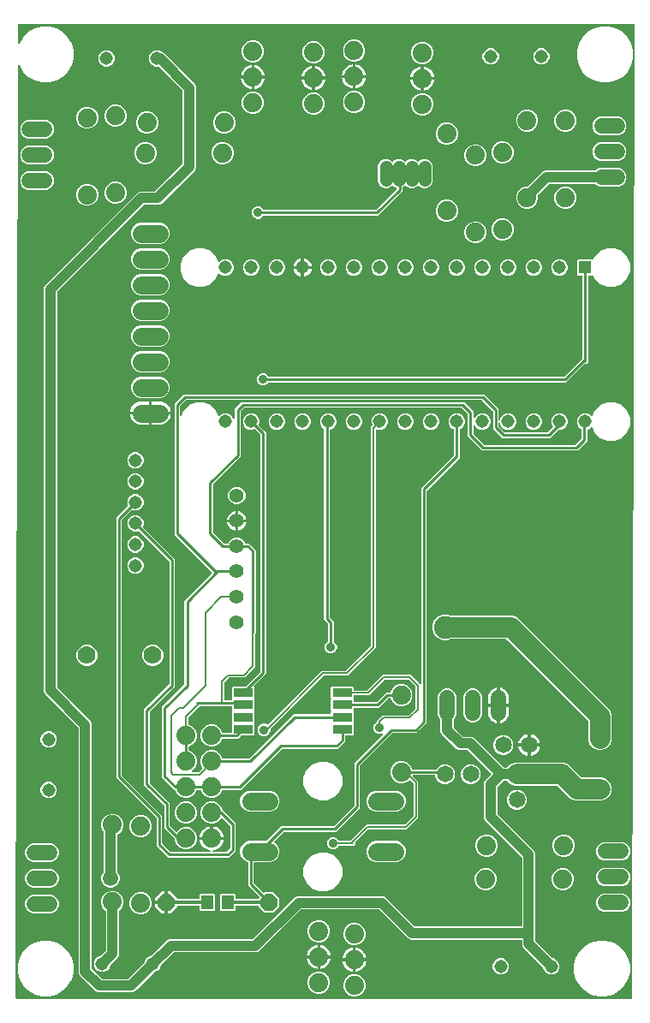
<source format=gbr>
G04 EAGLE Gerber RS-274X export*
G75*
%MOMM*%
%FSLAX34Y34*%
%LPD*%
%INTop Copper*%
%IPPOS*%
%AMOC8*
5,1,8,0,0,1.08239X$1,22.5*%
G01*
%ADD10R,1.308000X1.308000*%
%ADD11C,1.308000*%
%ADD12C,1.651000*%
%ADD13C,1.270000*%
%ADD14C,1.524000*%
%ADD15C,1.879600*%
%ADD16C,1.778000*%
%ADD17C,0.304800*%
%ADD18P,1.814519X8X202.500000*%
%ADD19R,1.200000X1.400000*%
%ADD20C,1.790700*%
%ADD21C,1.308100*%
%ADD22R,1.930400X0.965200*%
%ADD23C,1.408000*%
%ADD24C,1.778000*%
%ADD25C,0.250000*%
%ADD26C,2.250000*%
%ADD27C,2.000000*%
%ADD28C,1.000000*%
%ADD29C,0.906400*%
%ADD30C,0.152400*%
%ADD31C,1.500000*%

G36*
X619127Y10164D02*
X619127Y10164D01*
X619145Y10162D01*
X619248Y10184D01*
X619351Y10200D01*
X619367Y10209D01*
X619386Y10213D01*
X619476Y10267D01*
X619568Y10316D01*
X619581Y10329D01*
X619597Y10339D01*
X619666Y10418D01*
X619737Y10494D01*
X619745Y10511D01*
X619758Y10525D01*
X619797Y10622D01*
X619841Y10717D01*
X619843Y10736D01*
X619850Y10753D01*
X619869Y10920D01*
X622509Y973376D01*
X622506Y973397D01*
X622508Y973417D01*
X622486Y973517D01*
X622470Y973619D01*
X622460Y973637D01*
X622456Y973658D01*
X622403Y973746D01*
X622356Y973836D01*
X622341Y973851D01*
X622330Y973869D01*
X622252Y973935D01*
X622178Y974006D01*
X622159Y974015D01*
X622143Y974029D01*
X622048Y974067D01*
X621955Y974111D01*
X621934Y974113D01*
X621915Y974121D01*
X621748Y974139D01*
X13592Y974139D01*
X13573Y974136D01*
X13555Y974138D01*
X13452Y974116D01*
X13349Y974100D01*
X13333Y974091D01*
X13314Y974087D01*
X13224Y974033D01*
X13132Y973984D01*
X13119Y973971D01*
X13103Y973961D01*
X13034Y973882D01*
X12963Y973806D01*
X12955Y973789D01*
X12942Y973775D01*
X12903Y973678D01*
X12859Y973583D01*
X12857Y973564D01*
X12850Y973547D01*
X12831Y973380D01*
X12780Y955019D01*
X12788Y954971D01*
X12786Y954922D01*
X12808Y954850D01*
X12819Y954776D01*
X12842Y954733D01*
X12856Y954686D01*
X12899Y954625D01*
X12934Y954558D01*
X12969Y954524D01*
X12998Y954484D01*
X13058Y954440D01*
X13112Y954388D01*
X13156Y954368D01*
X13196Y954339D01*
X13267Y954316D01*
X13335Y954284D01*
X13383Y954279D01*
X13430Y954264D01*
X13505Y954265D01*
X13579Y954256D01*
X13627Y954267D01*
X13676Y954267D01*
X13746Y954292D01*
X13820Y954308D01*
X13862Y954333D01*
X13908Y954349D01*
X13967Y954396D01*
X14031Y954434D01*
X14063Y954471D01*
X14102Y954501D01*
X14176Y954602D01*
X14191Y954620D01*
X14194Y954627D01*
X14201Y954636D01*
X17866Y960984D01*
X23016Y966134D01*
X29323Y969776D01*
X36358Y971661D01*
X43642Y971661D01*
X50677Y969776D01*
X56984Y966134D01*
X62134Y960984D01*
X65776Y954677D01*
X67661Y947642D01*
X67661Y940358D01*
X65776Y933323D01*
X62134Y927016D01*
X56984Y921866D01*
X50677Y918224D01*
X43642Y916339D01*
X36358Y916339D01*
X29323Y918224D01*
X23016Y921866D01*
X17866Y927016D01*
X14224Y933323D01*
X14217Y933350D01*
X14208Y933372D01*
X14204Y933394D01*
X14157Y933483D01*
X14116Y933575D01*
X14100Y933592D01*
X14089Y933612D01*
X14017Y933681D01*
X13949Y933755D01*
X13928Y933766D01*
X13912Y933782D01*
X13821Y933824D01*
X13732Y933872D01*
X13710Y933876D01*
X13689Y933886D01*
X13589Y933897D01*
X13490Y933915D01*
X13467Y933911D01*
X13444Y933914D01*
X13346Y933893D01*
X13247Y933878D01*
X13226Y933867D01*
X13204Y933862D01*
X13118Y933811D01*
X13028Y933765D01*
X13012Y933748D01*
X12992Y933737D01*
X12927Y933661D01*
X12857Y933589D01*
X12847Y933568D01*
X12832Y933550D01*
X12794Y933457D01*
X12751Y933367D01*
X12748Y933344D01*
X12739Y933322D01*
X12720Y933156D01*
X10191Y10924D01*
X10194Y10903D01*
X10192Y10883D01*
X10214Y10783D01*
X10230Y10681D01*
X10240Y10663D01*
X10244Y10642D01*
X10297Y10554D01*
X10344Y10464D01*
X10359Y10449D01*
X10370Y10431D01*
X10448Y10365D01*
X10522Y10294D01*
X10541Y10285D01*
X10557Y10271D01*
X10652Y10233D01*
X10745Y10189D01*
X10766Y10187D01*
X10785Y10179D01*
X10952Y10161D01*
X619108Y10161D01*
X619127Y10164D01*
G37*
%LPC*%
G36*
X256596Y95593D02*
X256596Y95593D01*
X250793Y101396D01*
X250793Y101690D01*
X250790Y101710D01*
X250792Y101729D01*
X250770Y101831D01*
X250754Y101933D01*
X250744Y101950D01*
X250740Y101970D01*
X250687Y102059D01*
X250638Y102150D01*
X250624Y102164D01*
X250614Y102181D01*
X250535Y102248D01*
X250460Y102320D01*
X250442Y102328D01*
X250427Y102341D01*
X250331Y102380D01*
X250237Y102423D01*
X250217Y102425D01*
X250199Y102433D01*
X250032Y102451D01*
X228440Y102451D01*
X228420Y102448D01*
X228401Y102450D01*
X228299Y102428D01*
X228197Y102412D01*
X228180Y102402D01*
X228160Y102398D01*
X228071Y102345D01*
X227980Y102296D01*
X227966Y102282D01*
X227949Y102272D01*
X227882Y102193D01*
X227810Y102118D01*
X227802Y102100D01*
X227789Y102085D01*
X227750Y101989D01*
X227707Y101895D01*
X227705Y101875D01*
X227697Y101857D01*
X227679Y101690D01*
X227679Y97868D01*
X226786Y96975D01*
X213522Y96975D01*
X212629Y97868D01*
X212629Y113132D01*
X213522Y114025D01*
X226786Y114025D01*
X227679Y113132D01*
X227679Y109310D01*
X227682Y109290D01*
X227680Y109271D01*
X227702Y109169D01*
X227718Y109067D01*
X227728Y109050D01*
X227732Y109030D01*
X227785Y108941D01*
X227834Y108850D01*
X227848Y108836D01*
X227858Y108819D01*
X227937Y108752D01*
X228012Y108680D01*
X228030Y108672D01*
X228045Y108659D01*
X228141Y108620D01*
X228235Y108577D01*
X228255Y108575D01*
X228273Y108567D01*
X228440Y108549D01*
X250032Y108549D01*
X250052Y108552D01*
X250071Y108550D01*
X250173Y108572D01*
X250275Y108588D01*
X250292Y108598D01*
X250312Y108602D01*
X250401Y108655D01*
X250492Y108704D01*
X250506Y108718D01*
X250523Y108728D01*
X250590Y108807D01*
X250662Y108882D01*
X250670Y108900D01*
X250683Y108915D01*
X250722Y109011D01*
X250765Y109105D01*
X250767Y109125D01*
X250775Y109143D01*
X250793Y109310D01*
X250793Y109603D01*
X251195Y110005D01*
X251206Y110021D01*
X251222Y110033D01*
X251278Y110121D01*
X251338Y110205D01*
X251344Y110224D01*
X251355Y110240D01*
X251380Y110341D01*
X251410Y110440D01*
X251410Y110460D01*
X251415Y110479D01*
X251407Y110582D01*
X251404Y110685D01*
X251397Y110704D01*
X251396Y110724D01*
X251355Y110819D01*
X251320Y110916D01*
X251307Y110932D01*
X251299Y110950D01*
X251195Y111081D01*
X242074Y120202D01*
X240225Y122051D01*
X240225Y144767D01*
X240206Y144882D01*
X240189Y144998D01*
X240187Y145004D01*
X240186Y145010D01*
X240131Y145113D01*
X240078Y145218D01*
X240073Y145222D01*
X240070Y145227D01*
X239986Y145307D01*
X239902Y145390D01*
X239896Y145393D01*
X239892Y145397D01*
X239875Y145405D01*
X239755Y145471D01*
X236727Y146725D01*
X233779Y149673D01*
X232184Y153524D01*
X232184Y157692D01*
X233779Y161543D01*
X236727Y164491D01*
X240578Y166086D01*
X257855Y166086D01*
X257945Y166101D01*
X258036Y166108D01*
X258066Y166121D01*
X258098Y166126D01*
X258178Y166169D01*
X258262Y166204D01*
X258294Y166230D01*
X258315Y166241D01*
X258337Y166264D01*
X258393Y166309D01*
X271010Y178926D01*
X272859Y180775D01*
X324535Y180775D01*
X324625Y180789D01*
X324716Y180797D01*
X324746Y180809D01*
X324778Y180814D01*
X324859Y180857D01*
X324943Y180893D01*
X324975Y180919D01*
X324995Y180930D01*
X325018Y180953D01*
X325074Y180998D01*
X345002Y200926D01*
X345055Y201000D01*
X345115Y201070D01*
X345127Y201100D01*
X345146Y201126D01*
X345173Y201213D01*
X345207Y201298D01*
X345211Y201339D01*
X345218Y201361D01*
X345217Y201393D01*
X345225Y201465D01*
X345225Y243149D01*
X373303Y271227D01*
X373360Y271306D01*
X373422Y271381D01*
X373431Y271406D01*
X373447Y271427D01*
X373475Y271520D01*
X373510Y271611D01*
X373511Y271637D01*
X373519Y271662D01*
X373517Y271759D01*
X373521Y271857D01*
X373513Y271882D01*
X373513Y271908D01*
X373479Y272000D01*
X373452Y272093D01*
X373437Y272114D01*
X373428Y272139D01*
X373367Y272215D01*
X373312Y272295D01*
X373291Y272311D01*
X373275Y272331D01*
X373192Y272384D01*
X373114Y272442D01*
X373090Y272450D01*
X373068Y272464D01*
X372973Y272488D01*
X372881Y272518D01*
X372854Y272518D01*
X372829Y272524D01*
X372732Y272517D01*
X372635Y272516D01*
X372603Y272506D01*
X372584Y272505D01*
X372554Y272492D01*
X372474Y272469D01*
X371205Y271943D01*
X368795Y271943D01*
X366569Y272865D01*
X364865Y274569D01*
X363943Y276795D01*
X363943Y279205D01*
X364865Y281431D01*
X366569Y283135D01*
X367243Y283414D01*
X367343Y283476D01*
X367443Y283535D01*
X367447Y283540D01*
X367452Y283543D01*
X367527Y283633D01*
X367603Y283722D01*
X367605Y283728D01*
X367609Y283733D01*
X367651Y283842D01*
X367695Y283950D01*
X367696Y283958D01*
X367697Y283963D01*
X367698Y283981D01*
X367713Y284117D01*
X367713Y284947D01*
X373053Y290287D01*
X398737Y290287D01*
X398828Y290301D01*
X398918Y290309D01*
X398948Y290321D01*
X398980Y290326D01*
X399061Y290369D01*
X399145Y290405D01*
X399177Y290431D01*
X399198Y290442D01*
X399210Y290455D01*
X399212Y290456D01*
X399223Y290467D01*
X399276Y290510D01*
X405490Y296724D01*
X405543Y296798D01*
X405603Y296868D01*
X405615Y296898D01*
X405634Y296924D01*
X405661Y297011D01*
X405695Y297096D01*
X405699Y297137D01*
X405706Y297159D01*
X405705Y297191D01*
X405713Y297263D01*
X405713Y318737D01*
X405699Y318828D01*
X405691Y318918D01*
X405679Y318948D01*
X405674Y318980D01*
X405631Y319061D01*
X405595Y319145D01*
X405569Y319177D01*
X405558Y319198D01*
X405535Y319220D01*
X405490Y319276D01*
X399276Y325490D01*
X399202Y325543D01*
X399132Y325603D01*
X399102Y325615D01*
X399076Y325634D01*
X398989Y325661D01*
X398904Y325695D01*
X398863Y325699D01*
X398841Y325706D01*
X398809Y325705D01*
X398737Y325713D01*
X375263Y325713D01*
X375172Y325699D01*
X375082Y325691D01*
X375052Y325679D01*
X375020Y325674D01*
X374939Y325631D01*
X374855Y325595D01*
X374823Y325569D01*
X374802Y325558D01*
X374780Y325535D01*
X374724Y325490D01*
X359547Y310313D01*
X345138Y310313D01*
X345118Y310310D01*
X345099Y310312D01*
X344997Y310290D01*
X344895Y310274D01*
X344878Y310264D01*
X344858Y310260D01*
X344769Y310207D01*
X344678Y310158D01*
X344664Y310144D01*
X344647Y310134D01*
X344580Y310055D01*
X344508Y309980D01*
X344500Y309962D01*
X344487Y309947D01*
X344448Y309851D01*
X344405Y309757D01*
X344403Y309737D01*
X344395Y309719D01*
X344377Y309552D01*
X344377Y307142D01*
X344373Y307138D01*
X344361Y307122D01*
X344345Y307110D01*
X344289Y307023D01*
X344229Y306939D01*
X344223Y306920D01*
X344212Y306903D01*
X344187Y306802D01*
X344157Y306704D01*
X344157Y306684D01*
X344152Y306664D01*
X344160Y306561D01*
X344163Y306458D01*
X344170Y306439D01*
X344171Y306419D01*
X344212Y306324D01*
X344247Y306227D01*
X344260Y306211D01*
X344268Y306193D01*
X344373Y306062D01*
X344377Y306058D01*
X344377Y304136D01*
X344380Y304116D01*
X344378Y304097D01*
X344400Y303995D01*
X344416Y303893D01*
X344426Y303876D01*
X344430Y303856D01*
X344483Y303767D01*
X344532Y303676D01*
X344546Y303662D01*
X344556Y303645D01*
X344635Y303578D01*
X344710Y303506D01*
X344728Y303498D01*
X344743Y303485D01*
X344839Y303446D01*
X344933Y303403D01*
X344953Y303401D01*
X344971Y303393D01*
X345138Y303375D01*
X366635Y303375D01*
X366725Y303389D01*
X366816Y303397D01*
X366846Y303409D01*
X366878Y303414D01*
X366959Y303457D01*
X367043Y303493D01*
X367075Y303519D01*
X367095Y303530D01*
X367118Y303553D01*
X367174Y303598D01*
X376651Y313075D01*
X380418Y313075D01*
X380533Y313094D01*
X380649Y313111D01*
X380655Y313113D01*
X380661Y313114D01*
X380763Y313169D01*
X380868Y313222D01*
X380873Y313227D01*
X380878Y313230D01*
X380958Y313314D01*
X381040Y313398D01*
X381044Y313404D01*
X381048Y313408D01*
X381055Y313425D01*
X381121Y313545D01*
X382340Y316487D01*
X385413Y319560D01*
X389427Y321223D01*
X393773Y321223D01*
X397787Y319560D01*
X400860Y316487D01*
X402523Y312473D01*
X402523Y308127D01*
X400860Y304113D01*
X397787Y301040D01*
X393773Y299377D01*
X389427Y299377D01*
X385413Y301040D01*
X382340Y304113D01*
X381121Y307055D01*
X381060Y307155D01*
X381000Y307255D01*
X380995Y307259D01*
X380992Y307264D01*
X380902Y307339D01*
X380813Y307415D01*
X380807Y307417D01*
X380802Y307421D01*
X380694Y307463D01*
X380585Y307507D01*
X380577Y307508D01*
X380573Y307509D01*
X380554Y307510D01*
X380418Y307525D01*
X379265Y307525D01*
X379175Y307511D01*
X379084Y307503D01*
X379054Y307491D01*
X379022Y307486D01*
X378941Y307443D01*
X378857Y307407D01*
X378825Y307381D01*
X378805Y307370D01*
X378782Y307347D01*
X378726Y307302D01*
X369249Y297825D01*
X345138Y297825D01*
X345118Y297822D01*
X345099Y297824D01*
X344997Y297802D01*
X344895Y297786D01*
X344878Y297776D01*
X344858Y297772D01*
X344769Y297719D01*
X344678Y297670D01*
X344664Y297656D01*
X344647Y297646D01*
X344580Y297567D01*
X344508Y297492D01*
X344500Y297474D01*
X344487Y297459D01*
X344448Y297363D01*
X344405Y297269D01*
X344403Y297249D01*
X344395Y297231D01*
X344377Y297064D01*
X344377Y295142D01*
X344373Y295138D01*
X344361Y295122D01*
X344345Y295110D01*
X344289Y295023D01*
X344229Y294939D01*
X344223Y294920D01*
X344212Y294903D01*
X344187Y294802D01*
X344157Y294704D01*
X344157Y294684D01*
X344152Y294664D01*
X344160Y294561D01*
X344163Y294458D01*
X344170Y294439D01*
X344171Y294419D01*
X344212Y294324D01*
X344247Y294227D01*
X344260Y294211D01*
X344268Y294193D01*
X344373Y294062D01*
X344377Y294058D01*
X344377Y283142D01*
X344373Y283138D01*
X344361Y283122D01*
X344345Y283110D01*
X344289Y283023D01*
X344229Y282939D01*
X344223Y282920D01*
X344212Y282903D01*
X344187Y282802D01*
X344157Y282704D01*
X344157Y282684D01*
X344152Y282664D01*
X344160Y282561D01*
X344163Y282458D01*
X344170Y282439D01*
X344171Y282419D01*
X344212Y282324D01*
X344247Y282227D01*
X344260Y282211D01*
X344268Y282193D01*
X344373Y282062D01*
X344377Y282058D01*
X344377Y271142D01*
X343484Y270249D01*
X336736Y270249D01*
X336716Y270246D01*
X336697Y270248D01*
X336595Y270226D01*
X336493Y270210D01*
X336476Y270200D01*
X336456Y270196D01*
X336367Y270143D01*
X336276Y270094D01*
X336262Y270080D01*
X336245Y270070D01*
X336178Y269991D01*
X336106Y269916D01*
X336098Y269898D01*
X336085Y269883D01*
X336046Y269786D01*
X336003Y269693D01*
X336001Y269673D01*
X335993Y269655D01*
X335975Y269488D01*
X335975Y264551D01*
X328649Y257225D01*
X273965Y257225D01*
X273875Y257211D01*
X273784Y257203D01*
X273754Y257191D01*
X273722Y257186D01*
X273641Y257143D01*
X273557Y257107D01*
X273525Y257081D01*
X273505Y257070D01*
X273482Y257047D01*
X273426Y257002D01*
X233049Y216625D01*
X215282Y216625D01*
X215167Y216606D01*
X215051Y216589D01*
X215045Y216587D01*
X215039Y216586D01*
X214937Y216531D01*
X214832Y216478D01*
X214827Y216473D01*
X214822Y216470D01*
X214742Y216386D01*
X214660Y216302D01*
X214656Y216296D01*
X214653Y216292D01*
X214645Y216275D01*
X214579Y216155D01*
X213360Y213213D01*
X210287Y210140D01*
X206273Y208477D01*
X201927Y208477D01*
X197913Y210140D01*
X194840Y213213D01*
X193621Y216155D01*
X193560Y216254D01*
X193500Y216355D01*
X193495Y216359D01*
X193492Y216364D01*
X193402Y216439D01*
X193313Y216515D01*
X193307Y216517D01*
X193302Y216521D01*
X193194Y216563D01*
X193085Y216607D01*
X193077Y216608D01*
X193073Y216609D01*
X193054Y216610D01*
X192918Y216625D01*
X189882Y216625D01*
X189767Y216606D01*
X189651Y216589D01*
X189645Y216587D01*
X189639Y216586D01*
X189537Y216531D01*
X189432Y216478D01*
X189427Y216473D01*
X189422Y216470D01*
X189342Y216386D01*
X189260Y216302D01*
X189256Y216296D01*
X189253Y216292D01*
X189245Y216275D01*
X189179Y216155D01*
X187960Y213213D01*
X184887Y210140D01*
X180873Y208477D01*
X176527Y208477D01*
X172513Y210140D01*
X169440Y213213D01*
X168221Y216155D01*
X168160Y216254D01*
X168100Y216355D01*
X168095Y216359D01*
X168092Y216364D01*
X168002Y216439D01*
X167913Y216515D01*
X167907Y216517D01*
X167902Y216521D01*
X167794Y216563D01*
X167685Y216607D01*
X167677Y216608D01*
X167673Y216609D01*
X167654Y216610D01*
X167518Y216625D01*
X166951Y216625D01*
X154725Y228851D01*
X154725Y298649D01*
X177002Y320926D01*
X177055Y321000D01*
X177115Y321070D01*
X177127Y321100D01*
X177146Y321126D01*
X177173Y321213D01*
X177207Y321298D01*
X177211Y321339D01*
X177218Y321361D01*
X177217Y321393D01*
X177225Y321465D01*
X177225Y403849D01*
X204188Y430812D01*
X204199Y430828D01*
X204215Y430840D01*
X204271Y430928D01*
X204331Y431011D01*
X204337Y431030D01*
X204348Y431047D01*
X204373Y431148D01*
X204404Y431247D01*
X204403Y431266D01*
X204408Y431286D01*
X204400Y431389D01*
X204397Y431492D01*
X204390Y431511D01*
X204389Y431531D01*
X204348Y431626D01*
X204313Y431723D01*
X204300Y431739D01*
X204292Y431757D01*
X204188Y431888D01*
X167225Y468851D01*
X167225Y598649D01*
X176351Y607775D01*
X473649Y607775D01*
X487775Y593649D01*
X487775Y583047D01*
X487790Y582950D01*
X487800Y582854D01*
X487810Y582830D01*
X487814Y582804D01*
X487860Y582718D01*
X487900Y582629D01*
X487917Y582610D01*
X487930Y582586D01*
X488000Y582519D01*
X488066Y582448D01*
X488089Y582435D01*
X488108Y582417D01*
X488196Y582376D01*
X488282Y582329D01*
X488307Y582324D01*
X488331Y582313D01*
X488428Y582303D01*
X488524Y582285D01*
X488550Y582289D01*
X488575Y582286D01*
X488671Y582307D01*
X488767Y582321D01*
X488790Y582333D01*
X488816Y582339D01*
X488899Y582389D01*
X488986Y582433D01*
X489005Y582451D01*
X489027Y582465D01*
X489090Y582539D01*
X489158Y582608D01*
X489174Y582637D01*
X489187Y582652D01*
X489199Y582682D01*
X489239Y582755D01*
X490363Y585468D01*
X492632Y587737D01*
X495596Y588965D01*
X498804Y588965D01*
X501768Y587737D01*
X504037Y585468D01*
X505265Y582504D01*
X505265Y579296D01*
X504037Y576332D01*
X501768Y574063D01*
X498804Y572835D01*
X495596Y572835D01*
X492632Y574063D01*
X490363Y576332D01*
X489239Y579045D01*
X489188Y579128D01*
X489142Y579214D01*
X489123Y579232D01*
X489110Y579254D01*
X489035Y579316D01*
X488964Y579383D01*
X488940Y579394D01*
X488920Y579411D01*
X488829Y579446D01*
X488741Y579487D01*
X488715Y579489D01*
X488691Y579499D01*
X488593Y579503D01*
X488497Y579514D01*
X488471Y579508D01*
X488445Y579509D01*
X488351Y579482D01*
X488256Y579461D01*
X488234Y579448D01*
X488209Y579441D01*
X488129Y579385D01*
X488045Y579335D01*
X488028Y579315D01*
X488007Y579300D01*
X487948Y579222D01*
X487885Y579148D01*
X487875Y579124D01*
X487860Y579103D01*
X487830Y579011D01*
X487793Y578920D01*
X487790Y578888D01*
X487784Y578869D01*
X487784Y578836D01*
X487775Y578753D01*
X487775Y576465D01*
X487789Y576375D01*
X487797Y576284D01*
X487809Y576254D01*
X487814Y576222D01*
X487857Y576141D01*
X487893Y576057D01*
X487919Y576025D01*
X487930Y576005D01*
X487953Y575982D01*
X487998Y575926D01*
X493426Y570498D01*
X493500Y570445D01*
X493570Y570385D01*
X493600Y570373D01*
X493626Y570354D01*
X493713Y570327D01*
X493798Y570293D01*
X493839Y570289D01*
X493861Y570282D01*
X493893Y570283D01*
X493965Y570275D01*
X536035Y570275D01*
X536125Y570289D01*
X536216Y570297D01*
X536246Y570309D01*
X536278Y570314D01*
X536359Y570357D01*
X536443Y570393D01*
X536475Y570419D01*
X536495Y570430D01*
X536518Y570453D01*
X536574Y570498D01*
X541247Y575171D01*
X541259Y575187D01*
X541274Y575200D01*
X541330Y575287D01*
X541391Y575371D01*
X541396Y575390D01*
X541407Y575407D01*
X541433Y575507D01*
X541463Y575606D01*
X541462Y575626D01*
X541467Y575645D01*
X541459Y575748D01*
X541457Y575852D01*
X541450Y575871D01*
X541448Y575890D01*
X541408Y575985D01*
X541372Y576083D01*
X541360Y576099D01*
X541352Y576117D01*
X541247Y576248D01*
X541163Y576332D01*
X539935Y579296D01*
X539935Y582504D01*
X541163Y585468D01*
X543432Y587737D01*
X546396Y588965D01*
X549604Y588965D01*
X552568Y587737D01*
X554837Y585468D01*
X556065Y582504D01*
X556065Y579296D01*
X554837Y576332D01*
X552568Y574063D01*
X549604Y572835D01*
X547075Y572835D01*
X546985Y572821D01*
X546894Y572813D01*
X546864Y572801D01*
X546832Y572796D01*
X546751Y572753D01*
X546667Y572717D01*
X546635Y572691D01*
X546615Y572680D01*
X546592Y572657D01*
X546536Y572612D01*
X538649Y564725D01*
X491351Y564725D01*
X482225Y573851D01*
X482225Y591035D01*
X482211Y591125D01*
X482203Y591216D01*
X482191Y591246D01*
X482186Y591278D01*
X482143Y591359D01*
X482107Y591443D01*
X482081Y591475D01*
X482070Y591495D01*
X482047Y591518D01*
X482002Y591574D01*
X471574Y602002D01*
X471500Y602055D01*
X471430Y602115D01*
X471400Y602127D01*
X471374Y602146D01*
X471287Y602173D01*
X471202Y602207D01*
X471161Y602211D01*
X471139Y602218D01*
X471107Y602217D01*
X471035Y602225D01*
X178965Y602225D01*
X178875Y602211D01*
X178784Y602203D01*
X178754Y602191D01*
X178722Y602186D01*
X178641Y602143D01*
X178557Y602107D01*
X178525Y602081D01*
X178505Y602070D01*
X178482Y602047D01*
X178426Y602002D01*
X172998Y596574D01*
X172945Y596500D01*
X172885Y596430D01*
X172873Y596400D01*
X172854Y596374D01*
X172827Y596287D01*
X172793Y596202D01*
X172789Y596161D01*
X172782Y596139D01*
X172783Y596107D01*
X172775Y596035D01*
X172775Y587129D01*
X172790Y587033D01*
X172800Y586936D01*
X172810Y586912D01*
X172814Y586887D01*
X172860Y586801D01*
X172900Y586712D01*
X172917Y586692D01*
X172930Y586669D01*
X173000Y586602D01*
X173066Y586531D01*
X173089Y586518D01*
X173108Y586500D01*
X173196Y586459D01*
X173282Y586412D01*
X173307Y586407D01*
X173331Y586396D01*
X173428Y586386D01*
X173524Y586368D01*
X173550Y586372D01*
X173575Y586369D01*
X173671Y586390D01*
X173767Y586404D01*
X173790Y586416D01*
X173816Y586421D01*
X173899Y586471D01*
X173986Y586516D01*
X174005Y586534D01*
X174027Y586548D01*
X174090Y586622D01*
X174158Y586691D01*
X174174Y586720D01*
X174187Y586735D01*
X174199Y586765D01*
X174239Y586838D01*
X176250Y591691D01*
X181609Y597050D01*
X188611Y599951D01*
X196189Y599951D01*
X203191Y597050D01*
X208550Y591691D01*
X210644Y586638D01*
X210668Y586599D01*
X210684Y586555D01*
X210732Y586495D01*
X210773Y586429D01*
X210809Y586399D01*
X210837Y586363D01*
X210903Y586321D01*
X210963Y586272D01*
X211006Y586255D01*
X211044Y586230D01*
X211120Y586211D01*
X211192Y586184D01*
X211238Y586182D01*
X211283Y586170D01*
X211360Y586176D01*
X211438Y586173D01*
X211482Y586186D01*
X211528Y586189D01*
X211600Y586220D01*
X211674Y586242D01*
X211712Y586268D01*
X211754Y586286D01*
X211861Y586371D01*
X211877Y586382D01*
X211880Y586386D01*
X211885Y586391D01*
X213232Y587737D01*
X216196Y588965D01*
X219404Y588965D01*
X222368Y587737D01*
X224637Y585468D01*
X225761Y582755D01*
X225812Y582672D01*
X225858Y582586D01*
X225877Y582568D01*
X225890Y582546D01*
X225965Y582484D01*
X226036Y582417D01*
X226060Y582406D01*
X226080Y582389D01*
X226171Y582355D01*
X226259Y582313D01*
X226285Y582311D01*
X226309Y582301D01*
X226407Y582297D01*
X226503Y582286D01*
X226529Y582292D01*
X226555Y582291D01*
X226649Y582318D01*
X226744Y582339D01*
X226766Y582352D01*
X226791Y582359D01*
X226871Y582415D01*
X226955Y582465D01*
X226972Y582485D01*
X226993Y582500D01*
X227052Y582578D01*
X227115Y582652D01*
X227125Y582676D01*
X227140Y582697D01*
X227170Y582789D01*
X227207Y582880D01*
X227210Y582912D01*
X227216Y582931D01*
X227216Y582964D01*
X227225Y583047D01*
X227225Y593649D01*
X233851Y600275D01*
X453649Y600275D01*
X462775Y591149D01*
X462775Y584012D01*
X462790Y583916D01*
X462800Y583819D01*
X462810Y583795D01*
X462814Y583769D01*
X462860Y583684D01*
X462900Y583594D01*
X462917Y583575D01*
X462930Y583552D01*
X463000Y583485D01*
X463066Y583413D01*
X463089Y583401D01*
X463108Y583383D01*
X463196Y583342D01*
X463282Y583295D01*
X463307Y583290D01*
X463331Y583279D01*
X463428Y583268D01*
X463524Y583251D01*
X463550Y583255D01*
X463575Y583252D01*
X463671Y583273D01*
X463767Y583287D01*
X463790Y583299D01*
X463816Y583304D01*
X463899Y583354D01*
X463986Y583398D01*
X464005Y583417D01*
X464027Y583430D01*
X464090Y583504D01*
X464158Y583574D01*
X464174Y583603D01*
X464187Y583617D01*
X464199Y583648D01*
X464239Y583721D01*
X464963Y585468D01*
X467232Y587737D01*
X470196Y588965D01*
X473404Y588965D01*
X476368Y587737D01*
X478637Y585468D01*
X479865Y582504D01*
X479865Y579296D01*
X478637Y576332D01*
X476368Y574063D01*
X473404Y572835D01*
X470196Y572835D01*
X467232Y574063D01*
X464963Y576332D01*
X464239Y578079D01*
X464188Y578162D01*
X464142Y578248D01*
X464124Y578266D01*
X464110Y578288D01*
X464034Y578350D01*
X463964Y578417D01*
X463940Y578428D01*
X463920Y578445D01*
X463829Y578480D01*
X463741Y578521D01*
X463715Y578524D01*
X463691Y578533D01*
X463593Y578537D01*
X463497Y578548D01*
X463471Y578542D01*
X463445Y578544D01*
X463351Y578516D01*
X463256Y578496D01*
X463234Y578482D01*
X463209Y578475D01*
X463129Y578420D01*
X463045Y578370D01*
X463028Y578350D01*
X463007Y578335D01*
X462948Y578257D01*
X462885Y578183D01*
X462875Y578158D01*
X462860Y578137D01*
X462830Y578045D01*
X462793Y577954D01*
X462790Y577922D01*
X462784Y577904D01*
X462784Y577870D01*
X462775Y577788D01*
X462775Y568965D01*
X462789Y568875D01*
X462797Y568784D01*
X462809Y568754D01*
X462814Y568722D01*
X462857Y568641D01*
X462893Y568557D01*
X462919Y568525D01*
X462930Y568505D01*
X462953Y568482D01*
X462998Y568426D01*
X473426Y557998D01*
X473500Y557945D01*
X473570Y557885D01*
X473600Y557873D01*
X473626Y557854D01*
X473713Y557827D01*
X473798Y557793D01*
X473839Y557789D01*
X473861Y557782D01*
X473893Y557783D01*
X473965Y557775D01*
X563535Y557775D01*
X563625Y557789D01*
X563716Y557797D01*
X563746Y557809D01*
X563778Y557814D01*
X563859Y557857D01*
X563943Y557893D01*
X563975Y557919D01*
X563995Y557930D01*
X564018Y557953D01*
X564074Y557998D01*
X569502Y563426D01*
X569555Y563500D01*
X569615Y563570D01*
X569627Y563600D01*
X569646Y563626D01*
X569673Y563713D01*
X569707Y563798D01*
X569711Y563839D01*
X569718Y563861D01*
X569717Y563893D01*
X569725Y563965D01*
X569725Y573184D01*
X569706Y573299D01*
X569689Y573415D01*
X569687Y573421D01*
X569686Y573427D01*
X569631Y573530D01*
X569578Y573634D01*
X569573Y573639D01*
X569570Y573644D01*
X569485Y573725D01*
X569402Y573807D01*
X569396Y573810D01*
X569392Y573814D01*
X569375Y573822D01*
X569255Y573888D01*
X568832Y574063D01*
X566563Y576332D01*
X565335Y579296D01*
X565335Y582504D01*
X566563Y585468D01*
X568832Y587737D01*
X571796Y588965D01*
X575004Y588965D01*
X577968Y587737D01*
X579315Y586391D01*
X579352Y586364D01*
X579383Y586330D01*
X579451Y586292D01*
X579514Y586247D01*
X579558Y586234D01*
X579598Y586211D01*
X579675Y586198D01*
X579749Y586175D01*
X579795Y586176D01*
X579841Y586168D01*
X579918Y586179D01*
X579995Y586181D01*
X580038Y586197D01*
X580084Y586203D01*
X580153Y586239D01*
X580226Y586265D01*
X580262Y586294D01*
X580303Y586315D01*
X580358Y586371D01*
X580418Y586419D01*
X580443Y586458D01*
X580475Y586491D01*
X580541Y586610D01*
X580551Y586626D01*
X580553Y586631D01*
X580556Y586638D01*
X582650Y591691D01*
X588009Y597050D01*
X595011Y599951D01*
X602589Y599951D01*
X609591Y597050D01*
X614950Y591691D01*
X617851Y584689D01*
X617851Y577111D01*
X614950Y570109D01*
X609591Y564750D01*
X602589Y561849D01*
X595011Y561849D01*
X588009Y564750D01*
X582650Y570109D01*
X580556Y575162D01*
X580532Y575202D01*
X580516Y575245D01*
X580468Y575305D01*
X580427Y575372D01*
X580391Y575401D01*
X580363Y575437D01*
X580297Y575479D01*
X580237Y575528D01*
X580194Y575545D01*
X580156Y575570D01*
X580080Y575589D01*
X580008Y575617D01*
X579962Y575618D01*
X579917Y575630D01*
X579840Y575624D01*
X579762Y575627D01*
X579718Y575614D01*
X579672Y575611D01*
X579600Y575580D01*
X579526Y575558D01*
X579488Y575532D01*
X579446Y575514D01*
X579339Y575429D01*
X579323Y575418D01*
X579320Y575414D01*
X579315Y575409D01*
X577968Y574063D01*
X575745Y573142D01*
X575645Y573080D01*
X575545Y573020D01*
X575541Y573016D01*
X575536Y573012D01*
X575461Y572922D01*
X575385Y572834D01*
X575383Y572828D01*
X575379Y572823D01*
X575337Y572714D01*
X575293Y572605D01*
X575292Y572598D01*
X575291Y572593D01*
X575290Y572575D01*
X575275Y572439D01*
X575275Y561351D01*
X566149Y552225D01*
X471351Y552225D01*
X457225Y566351D01*
X457225Y588535D01*
X457211Y588625D01*
X457203Y588716D01*
X457191Y588746D01*
X457186Y588778D01*
X457143Y588859D01*
X457107Y588943D01*
X457081Y588975D01*
X457070Y588995D01*
X457047Y589018D01*
X457002Y589074D01*
X451574Y594502D01*
X451500Y594555D01*
X451430Y594615D01*
X451400Y594627D01*
X451374Y594646D01*
X451287Y594673D01*
X451202Y594707D01*
X451161Y594711D01*
X451139Y594718D01*
X451107Y594717D01*
X451035Y594725D01*
X236465Y594725D01*
X236375Y594711D01*
X236284Y594703D01*
X236254Y594691D01*
X236222Y594686D01*
X236141Y594643D01*
X236057Y594607D01*
X236025Y594581D01*
X236005Y594570D01*
X235982Y594547D01*
X235926Y594502D01*
X232998Y591574D01*
X232945Y591500D01*
X232885Y591430D01*
X232873Y591400D01*
X232854Y591374D01*
X232827Y591287D01*
X232793Y591202D01*
X232789Y591161D01*
X232782Y591139D01*
X232783Y591107D01*
X232775Y591035D01*
X232775Y546351D01*
X205498Y519074D01*
X205445Y519000D01*
X205385Y518930D01*
X205373Y518900D01*
X205354Y518874D01*
X205327Y518787D01*
X205293Y518702D01*
X205289Y518661D01*
X205282Y518639D01*
X205283Y518607D01*
X205275Y518535D01*
X205275Y471465D01*
X205277Y471450D01*
X205276Y471439D01*
X205289Y471379D01*
X205289Y471375D01*
X205297Y471284D01*
X205309Y471254D01*
X205314Y471222D01*
X205357Y471141D01*
X205393Y471057D01*
X205419Y471025D01*
X205430Y471005D01*
X205453Y470982D01*
X205498Y470926D01*
X215726Y460698D01*
X215800Y460645D01*
X215870Y460585D01*
X215900Y460573D01*
X215926Y460554D01*
X216013Y460527D01*
X216098Y460493D01*
X216139Y460489D01*
X216161Y460482D01*
X216193Y460483D01*
X216265Y460475D01*
X220270Y460475D01*
X220385Y460494D01*
X220501Y460511D01*
X220507Y460513D01*
X220513Y460514D01*
X220616Y460569D01*
X220720Y460622D01*
X220725Y460627D01*
X220730Y460630D01*
X220810Y460714D01*
X220893Y460798D01*
X220896Y460804D01*
X220900Y460808D01*
X220908Y460825D01*
X220974Y460945D01*
X221639Y462552D01*
X224048Y464961D01*
X227196Y466265D01*
X230604Y466265D01*
X233752Y464961D01*
X236161Y462552D01*
X236909Y460745D01*
X236971Y460645D01*
X237031Y460545D01*
X237036Y460541D01*
X237039Y460536D01*
X237129Y460461D01*
X237218Y460385D01*
X237224Y460383D01*
X237228Y460379D01*
X237337Y460337D01*
X237446Y460293D01*
X237453Y460292D01*
X237458Y460291D01*
X237476Y460290D01*
X237613Y460275D01*
X241149Y460275D01*
X247775Y453649D01*
X247775Y371351D01*
X247510Y371086D01*
X247456Y371012D01*
X247397Y370942D01*
X247385Y370912D01*
X247366Y370886D01*
X247339Y370799D01*
X247305Y370714D01*
X247301Y370673D01*
X247294Y370651D01*
X247295Y370619D01*
X247287Y370547D01*
X247287Y338053D01*
X236947Y327713D01*
X221263Y327713D01*
X221172Y327699D01*
X221082Y327691D01*
X221052Y327679D01*
X221020Y327674D01*
X220939Y327631D01*
X220855Y327595D01*
X220823Y327569D01*
X220802Y327558D01*
X220780Y327535D01*
X220724Y327490D01*
X216510Y323276D01*
X216457Y323202D01*
X216397Y323132D01*
X216385Y323102D01*
X216366Y323076D01*
X216339Y322989D01*
X216305Y322904D01*
X216301Y322863D01*
X216294Y322841D01*
X216295Y322809D01*
X216287Y322737D01*
X216287Y306036D01*
X216290Y306016D01*
X216288Y305997D01*
X216310Y305895D01*
X216326Y305793D01*
X216336Y305776D01*
X216340Y305756D01*
X216393Y305667D01*
X216442Y305576D01*
X216456Y305562D01*
X216466Y305545D01*
X216545Y305478D01*
X216620Y305406D01*
X216638Y305398D01*
X216653Y305385D01*
X216749Y305346D01*
X216843Y305303D01*
X216863Y305301D01*
X216881Y305293D01*
X217048Y305275D01*
X223262Y305275D01*
X223282Y305278D01*
X223301Y305276D01*
X223403Y305298D01*
X223505Y305314D01*
X223522Y305324D01*
X223542Y305328D01*
X223631Y305381D01*
X223722Y305430D01*
X223736Y305444D01*
X223753Y305454D01*
X223820Y305533D01*
X223892Y305608D01*
X223900Y305626D01*
X223913Y305641D01*
X223952Y305737D01*
X223995Y305831D01*
X223997Y305851D01*
X224005Y305869D01*
X224023Y306036D01*
X224023Y306058D01*
X224027Y306062D01*
X224039Y306078D01*
X224055Y306090D01*
X224111Y306178D01*
X224171Y306261D01*
X224177Y306281D01*
X224188Y306297D01*
X224213Y306397D01*
X224243Y306497D01*
X224243Y306517D01*
X224248Y306536D01*
X224240Y306639D01*
X224237Y306742D01*
X224230Y306761D01*
X224229Y306781D01*
X224188Y306876D01*
X224153Y306973D01*
X224140Y306989D01*
X224132Y307007D01*
X224027Y307138D01*
X224023Y307142D01*
X224023Y318058D01*
X224916Y318951D01*
X237311Y318951D01*
X237401Y318965D01*
X237492Y318973D01*
X237522Y318985D01*
X237554Y318990D01*
X237635Y319033D01*
X237719Y319069D01*
X237751Y319095D01*
X237771Y319106D01*
X237794Y319129D01*
X237850Y319174D01*
X252002Y333326D01*
X252055Y333400D01*
X252115Y333470D01*
X252127Y333500D01*
X252146Y333526D01*
X252173Y333613D01*
X252207Y333698D01*
X252211Y333739D01*
X252218Y333761D01*
X252217Y333793D01*
X252225Y333865D01*
X252225Y567635D01*
X252211Y567725D01*
X252203Y567816D01*
X252191Y567846D01*
X252186Y567878D01*
X252143Y567959D01*
X252107Y568043D01*
X252081Y568075D01*
X252070Y568095D01*
X252047Y568118D01*
X252002Y568174D01*
X246957Y573219D01*
X246863Y573286D01*
X246769Y573356D01*
X246763Y573358D01*
X246758Y573362D01*
X246647Y573396D01*
X246535Y573433D01*
X246529Y573433D01*
X246523Y573434D01*
X246406Y573431D01*
X246289Y573430D01*
X246282Y573428D01*
X246277Y573428D01*
X246259Y573422D01*
X246128Y573384D01*
X244804Y572835D01*
X241596Y572835D01*
X238632Y574063D01*
X236363Y576332D01*
X235135Y579296D01*
X235135Y582504D01*
X236363Y585468D01*
X238632Y587737D01*
X241596Y588965D01*
X244804Y588965D01*
X247768Y587737D01*
X250037Y585468D01*
X251265Y582504D01*
X251265Y579296D01*
X250716Y577972D01*
X250690Y577859D01*
X250661Y577745D01*
X250662Y577739D01*
X250660Y577733D01*
X250671Y577616D01*
X250680Y577500D01*
X250683Y577494D01*
X250683Y577488D01*
X250731Y577380D01*
X250777Y577274D01*
X250781Y577268D01*
X250783Y577263D01*
X250796Y577249D01*
X250881Y577143D01*
X255926Y572098D01*
X257775Y570249D01*
X257775Y331251D01*
X255926Y329402D01*
X246017Y319493D01*
X246006Y319477D01*
X245990Y319465D01*
X245934Y319378D01*
X245874Y319294D01*
X245868Y319275D01*
X245857Y319258D01*
X245832Y319157D01*
X245802Y319059D01*
X245802Y319039D01*
X245797Y319019D01*
X245805Y318916D01*
X245808Y318813D01*
X245815Y318794D01*
X245816Y318774D01*
X245857Y318679D01*
X245892Y318582D01*
X245905Y318566D01*
X245913Y318548D01*
X246017Y318417D01*
X246377Y318058D01*
X246377Y307142D01*
X246373Y307138D01*
X246361Y307122D01*
X246345Y307110D01*
X246289Y307023D01*
X246229Y306939D01*
X246223Y306920D01*
X246212Y306903D01*
X246187Y306802D01*
X246157Y306704D01*
X246157Y306684D01*
X246152Y306664D01*
X246160Y306561D01*
X246163Y306458D01*
X246170Y306439D01*
X246171Y306419D01*
X246212Y306324D01*
X246247Y306227D01*
X246260Y306211D01*
X246268Y306193D01*
X246373Y306062D01*
X246377Y306058D01*
X246377Y295142D01*
X246373Y295138D01*
X246361Y295122D01*
X246345Y295110D01*
X246289Y295023D01*
X246229Y294939D01*
X246223Y294920D01*
X246212Y294903D01*
X246187Y294802D01*
X246157Y294704D01*
X246157Y294684D01*
X246152Y294664D01*
X246160Y294561D01*
X246163Y294458D01*
X246170Y294439D01*
X246171Y294419D01*
X246212Y294324D01*
X246247Y294227D01*
X246260Y294211D01*
X246268Y294193D01*
X246373Y294062D01*
X246377Y294058D01*
X246377Y283142D01*
X246373Y283138D01*
X246361Y283122D01*
X246345Y283110D01*
X246289Y283023D01*
X246229Y282939D01*
X246223Y282920D01*
X246212Y282903D01*
X246187Y282802D01*
X246157Y282704D01*
X246157Y282684D01*
X246152Y282664D01*
X246160Y282561D01*
X246163Y282458D01*
X246170Y282439D01*
X246171Y282419D01*
X246212Y282324D01*
X246247Y282227D01*
X246260Y282211D01*
X246268Y282193D01*
X246373Y282062D01*
X246377Y282058D01*
X246377Y271142D01*
X245484Y270249D01*
X233089Y270249D01*
X232999Y270235D01*
X232908Y270227D01*
X232878Y270215D01*
X232846Y270210D01*
X232765Y270167D01*
X232681Y270131D01*
X232649Y270105D01*
X232629Y270094D01*
X232606Y270071D01*
X232550Y270026D01*
X229949Y267425D01*
X215282Y267425D01*
X215167Y267406D01*
X215051Y267389D01*
X215045Y267387D01*
X215039Y267386D01*
X214937Y267331D01*
X214832Y267278D01*
X214827Y267273D01*
X214822Y267270D01*
X214742Y267186D01*
X214660Y267102D01*
X214656Y267096D01*
X214653Y267092D01*
X214645Y267075D01*
X214579Y266955D01*
X213360Y264013D01*
X210287Y260940D01*
X206273Y259277D01*
X201927Y259277D01*
X197913Y260940D01*
X194840Y264013D01*
X193177Y268027D01*
X193177Y272373D01*
X194840Y276387D01*
X197913Y279460D01*
X201927Y281123D01*
X206273Y281123D01*
X210287Y279460D01*
X213360Y276387D01*
X214579Y273445D01*
X214641Y273344D01*
X214700Y273245D01*
X214705Y273241D01*
X214708Y273236D01*
X214798Y273161D01*
X214887Y273085D01*
X214893Y273083D01*
X214898Y273079D01*
X215006Y273037D01*
X215115Y272993D01*
X215123Y272992D01*
X215127Y272991D01*
X215146Y272990D01*
X215282Y272975D01*
X223262Y272975D01*
X223282Y272978D01*
X223301Y272976D01*
X223403Y272998D01*
X223505Y273014D01*
X223522Y273024D01*
X223542Y273028D01*
X223631Y273081D01*
X223722Y273130D01*
X223736Y273144D01*
X223753Y273154D01*
X223820Y273233D01*
X223892Y273308D01*
X223900Y273326D01*
X223913Y273341D01*
X223952Y273437D01*
X223995Y273531D01*
X223997Y273551D01*
X224005Y273569D01*
X224023Y273736D01*
X224023Y282058D01*
X224027Y282062D01*
X224039Y282078D01*
X224055Y282090D01*
X224111Y282178D01*
X224171Y282261D01*
X224177Y282281D01*
X224188Y282297D01*
X224213Y282398D01*
X224243Y282497D01*
X224243Y282517D01*
X224248Y282536D01*
X224240Y282639D01*
X224237Y282742D01*
X224230Y282761D01*
X224229Y282781D01*
X224188Y282876D01*
X224153Y282973D01*
X224140Y282989D01*
X224132Y283007D01*
X224027Y283138D01*
X224023Y283142D01*
X224023Y294058D01*
X224027Y294062D01*
X224039Y294078D01*
X224055Y294090D01*
X224111Y294178D01*
X224171Y294261D01*
X224177Y294281D01*
X224188Y294297D01*
X224213Y294398D01*
X224243Y294497D01*
X224243Y294517D01*
X224248Y294536D01*
X224240Y294639D01*
X224237Y294742D01*
X224230Y294761D01*
X224229Y294781D01*
X224188Y294876D01*
X224153Y294973D01*
X224140Y294989D01*
X224132Y295007D01*
X224027Y295138D01*
X224023Y295142D01*
X224023Y298964D01*
X224020Y298984D01*
X224022Y299003D01*
X224000Y299105D01*
X223984Y299207D01*
X223974Y299224D01*
X223970Y299244D01*
X223917Y299333D01*
X223868Y299424D01*
X223854Y299438D01*
X223844Y299455D01*
X223765Y299522D01*
X223690Y299594D01*
X223672Y299602D01*
X223657Y299615D01*
X223561Y299654D01*
X223467Y299697D01*
X223447Y299699D01*
X223429Y299707D01*
X223262Y299725D01*
X192775Y299725D01*
X192684Y299711D01*
X192594Y299703D01*
X192564Y299691D01*
X192532Y299686D01*
X192451Y299643D01*
X192367Y299607D01*
X192335Y299581D01*
X192314Y299570D01*
X192292Y299547D01*
X192236Y299502D01*
X181210Y288476D01*
X181157Y288402D01*
X181097Y288332D01*
X181085Y288302D01*
X181066Y288276D01*
X181039Y288189D01*
X181005Y288104D01*
X181001Y288063D01*
X180994Y288041D01*
X180995Y288009D01*
X180987Y287937D01*
X180987Y281584D01*
X181006Y281469D01*
X181023Y281353D01*
X181025Y281348D01*
X181026Y281341D01*
X181081Y281239D01*
X181134Y281134D01*
X181139Y281130D01*
X181142Y281124D01*
X181226Y281044D01*
X181310Y280962D01*
X181316Y280958D01*
X181320Y280955D01*
X181337Y280947D01*
X181457Y280881D01*
X184887Y279460D01*
X187960Y276387D01*
X189623Y272373D01*
X189623Y268027D01*
X187960Y264013D01*
X184887Y260940D01*
X181945Y259721D01*
X181845Y259660D01*
X181745Y259600D01*
X181741Y259595D01*
X181736Y259592D01*
X181661Y259502D01*
X181585Y259413D01*
X181583Y259407D01*
X181579Y259402D01*
X181537Y259294D01*
X181493Y259185D01*
X181492Y259177D01*
X181491Y259173D01*
X181490Y259154D01*
X181475Y259018D01*
X181475Y255982D01*
X181494Y255867D01*
X181511Y255751D01*
X181513Y255745D01*
X181514Y255739D01*
X181569Y255636D01*
X181622Y255532D01*
X181627Y255527D01*
X181630Y255522D01*
X181714Y255442D01*
X181798Y255360D01*
X181804Y255356D01*
X181808Y255353D01*
X181825Y255345D01*
X181945Y255279D01*
X184887Y254060D01*
X187960Y250987D01*
X189623Y246973D01*
X189623Y242627D01*
X187960Y238613D01*
X184933Y235586D01*
X184891Y235528D01*
X184842Y235476D01*
X184820Y235429D01*
X184790Y235387D01*
X184769Y235318D01*
X184738Y235253D01*
X184733Y235201D01*
X184717Y235151D01*
X184719Y235080D01*
X184711Y235009D01*
X184722Y234958D01*
X184724Y234906D01*
X184748Y234838D01*
X184764Y234768D01*
X184790Y234723D01*
X184808Y234675D01*
X184853Y234619D01*
X184890Y234557D01*
X184929Y234523D01*
X184962Y234483D01*
X185022Y234444D01*
X185077Y234397D01*
X185125Y234378D01*
X185169Y234350D01*
X185238Y234332D01*
X185305Y234305D01*
X185376Y234297D01*
X185407Y234289D01*
X185431Y234291D01*
X185472Y234287D01*
X190737Y234287D01*
X190828Y234301D01*
X190918Y234309D01*
X190948Y234321D01*
X190980Y234326D01*
X191061Y234369D01*
X191145Y234405D01*
X191177Y234431D01*
X191198Y234442D01*
X191220Y234465D01*
X191276Y234510D01*
X194638Y237872D01*
X194706Y237967D01*
X194776Y238061D01*
X194778Y238067D01*
X194782Y238072D01*
X194816Y238183D01*
X194852Y238295D01*
X194852Y238301D01*
X194854Y238307D01*
X194851Y238424D01*
X194850Y238541D01*
X194848Y238548D01*
X194848Y238553D01*
X194841Y238570D01*
X194803Y238702D01*
X193177Y242627D01*
X193177Y246973D01*
X194840Y250987D01*
X197913Y254060D01*
X201927Y255723D01*
X206273Y255723D01*
X210287Y254060D01*
X213360Y250987D01*
X214579Y248045D01*
X214640Y247945D01*
X214700Y247845D01*
X214705Y247841D01*
X214708Y247836D01*
X214798Y247761D01*
X214887Y247685D01*
X214893Y247683D01*
X214898Y247679D01*
X215006Y247637D01*
X215115Y247593D01*
X215123Y247592D01*
X215127Y247591D01*
X215146Y247590D01*
X215282Y247575D01*
X240835Y247575D01*
X240925Y247589D01*
X241016Y247597D01*
X241046Y247609D01*
X241078Y247614D01*
X241159Y247657D01*
X241243Y247693D01*
X241275Y247719D01*
X241295Y247730D01*
X241318Y247753D01*
X241374Y247798D01*
X284951Y291375D01*
X321262Y291375D01*
X321282Y291378D01*
X321301Y291376D01*
X321403Y291398D01*
X321505Y291414D01*
X321522Y291424D01*
X321542Y291428D01*
X321631Y291481D01*
X321722Y291530D01*
X321736Y291544D01*
X321753Y291554D01*
X321820Y291633D01*
X321892Y291708D01*
X321900Y291726D01*
X321913Y291741D01*
X321952Y291837D01*
X321995Y291931D01*
X321997Y291951D01*
X322005Y291969D01*
X322023Y292136D01*
X322023Y294058D01*
X322027Y294062D01*
X322039Y294078D01*
X322055Y294090D01*
X322111Y294178D01*
X322171Y294261D01*
X322177Y294281D01*
X322188Y294297D01*
X322213Y294398D01*
X322243Y294497D01*
X322243Y294517D01*
X322248Y294536D01*
X322240Y294639D01*
X322237Y294742D01*
X322230Y294761D01*
X322229Y294781D01*
X322188Y294876D01*
X322153Y294973D01*
X322140Y294989D01*
X322132Y295007D01*
X322027Y295138D01*
X322023Y295142D01*
X322023Y306058D01*
X322027Y306062D01*
X322039Y306078D01*
X322055Y306090D01*
X322111Y306178D01*
X322171Y306261D01*
X322177Y306281D01*
X322188Y306297D01*
X322213Y306397D01*
X322243Y306497D01*
X322243Y306517D01*
X322248Y306536D01*
X322240Y306639D01*
X322237Y306742D01*
X322230Y306761D01*
X322229Y306781D01*
X322188Y306876D01*
X322153Y306973D01*
X322140Y306989D01*
X322132Y307007D01*
X322027Y307138D01*
X322023Y307142D01*
X322023Y318058D01*
X322916Y318951D01*
X343484Y318951D01*
X344377Y318058D01*
X344377Y315648D01*
X344380Y315628D01*
X344378Y315609D01*
X344400Y315507D01*
X344416Y315405D01*
X344426Y315388D01*
X344430Y315368D01*
X344483Y315279D01*
X344532Y315188D01*
X344546Y315174D01*
X344556Y315157D01*
X344635Y315090D01*
X344710Y315018D01*
X344728Y315010D01*
X344743Y314997D01*
X344839Y314958D01*
X344933Y314915D01*
X344953Y314913D01*
X344971Y314905D01*
X345138Y314887D01*
X357337Y314887D01*
X357428Y314901D01*
X357518Y314909D01*
X357548Y314921D01*
X357580Y314926D01*
X357661Y314969D01*
X357745Y315005D01*
X357777Y315031D01*
X357798Y315042D01*
X357820Y315065D01*
X357876Y315110D01*
X373053Y330287D01*
X400947Y330287D01*
X408724Y322510D01*
X409926Y321308D01*
X409984Y321266D01*
X410036Y321217D01*
X410083Y321195D01*
X410125Y321165D01*
X410194Y321144D01*
X410259Y321113D01*
X410311Y321108D01*
X410361Y321092D01*
X410432Y321094D01*
X410503Y321086D01*
X410554Y321097D01*
X410606Y321099D01*
X410674Y321123D01*
X410744Y321138D01*
X410789Y321165D01*
X410837Y321183D01*
X410893Y321228D01*
X410955Y321265D01*
X410989Y321304D01*
X411029Y321337D01*
X411068Y321397D01*
X411115Y321452D01*
X411134Y321500D01*
X411162Y321544D01*
X411180Y321613D01*
X411207Y321680D01*
X411215Y321751D01*
X411223Y321782D01*
X411221Y321806D01*
X411225Y321846D01*
X411225Y515149D01*
X443402Y547326D01*
X443455Y547400D01*
X443515Y547470D01*
X443527Y547500D01*
X443546Y547526D01*
X443573Y547613D01*
X443607Y547698D01*
X443611Y547739D01*
X443618Y547761D01*
X443617Y547793D01*
X443625Y547865D01*
X443625Y572811D01*
X443606Y572926D01*
X443589Y573042D01*
X443587Y573048D01*
X443586Y573054D01*
X443531Y573157D01*
X443478Y573262D01*
X443473Y573266D01*
X443470Y573272D01*
X443387Y573351D01*
X443302Y573434D01*
X443296Y573438D01*
X443292Y573441D01*
X443275Y573449D01*
X443155Y573515D01*
X441832Y574063D01*
X439563Y576332D01*
X438335Y579296D01*
X438335Y582504D01*
X439563Y585468D01*
X441832Y587737D01*
X444796Y588965D01*
X448004Y588965D01*
X450968Y587737D01*
X453237Y585468D01*
X454465Y582504D01*
X454465Y579296D01*
X453237Y576332D01*
X450968Y574063D01*
X449645Y573515D01*
X449545Y573453D01*
X449445Y573393D01*
X449441Y573388D01*
X449436Y573385D01*
X449361Y573296D01*
X449285Y573206D01*
X449283Y573200D01*
X449279Y573196D01*
X449237Y573088D01*
X449193Y572978D01*
X449192Y572971D01*
X449191Y572966D01*
X449190Y572948D01*
X449175Y572811D01*
X449175Y545251D01*
X416998Y513074D01*
X416945Y513000D01*
X416885Y512930D01*
X416873Y512900D01*
X416854Y512874D01*
X416827Y512787D01*
X416793Y512702D01*
X416789Y512661D01*
X416782Y512639D01*
X416783Y512607D01*
X416775Y512535D01*
X416775Y282851D01*
X407149Y273225D01*
X383465Y273225D01*
X383375Y273211D01*
X383284Y273203D01*
X383254Y273191D01*
X383222Y273186D01*
X383141Y273143D01*
X383057Y273107D01*
X383025Y273081D01*
X383005Y273070D01*
X382982Y273047D01*
X382926Y273002D01*
X350998Y241074D01*
X350945Y241000D01*
X350885Y240930D01*
X350873Y240900D01*
X350854Y240874D01*
X350827Y240787D01*
X350793Y240702D01*
X350789Y240661D01*
X350782Y240639D01*
X350783Y240607D01*
X350775Y240535D01*
X350775Y198851D01*
X327149Y175225D01*
X275473Y175225D01*
X275383Y175211D01*
X275292Y175203D01*
X275262Y175191D01*
X275230Y175186D01*
X275149Y175143D01*
X275065Y175107D01*
X275033Y175081D01*
X275013Y175070D01*
X274990Y175047D01*
X274934Y175002D01*
X265838Y165906D01*
X265812Y165869D01*
X265778Y165838D01*
X265740Y165770D01*
X265695Y165707D01*
X265681Y165663D01*
X265659Y165623D01*
X265645Y165546D01*
X265623Y165472D01*
X265624Y165426D01*
X265616Y165381D01*
X265627Y165303D01*
X265629Y165226D01*
X265645Y165183D01*
X265651Y165137D01*
X265687Y165068D01*
X265713Y164995D01*
X265742Y164959D01*
X265763Y164918D01*
X265818Y164863D01*
X265867Y164803D01*
X265906Y164778D01*
X265938Y164746D01*
X266058Y164680D01*
X266074Y164670D01*
X266079Y164668D01*
X266085Y164665D01*
X266505Y164491D01*
X269453Y161543D01*
X271048Y157692D01*
X271048Y153524D01*
X269453Y149673D01*
X266505Y146725D01*
X262654Y145130D01*
X246536Y145130D01*
X246516Y145127D01*
X246497Y145129D01*
X246395Y145107D01*
X246293Y145090D01*
X246276Y145081D01*
X246256Y145076D01*
X246167Y145023D01*
X246076Y144975D01*
X246062Y144961D01*
X246045Y144950D01*
X245978Y144872D01*
X245906Y144797D01*
X245898Y144779D01*
X245885Y144763D01*
X245846Y144667D01*
X245803Y144574D01*
X245801Y144554D01*
X245793Y144535D01*
X245775Y144369D01*
X245775Y124665D01*
X245789Y124575D01*
X245797Y124484D01*
X245809Y124454D01*
X245814Y124422D01*
X245857Y124341D01*
X245893Y124257D01*
X245919Y124225D01*
X245930Y124205D01*
X245953Y124182D01*
X245998Y124126D01*
X255119Y115005D01*
X255135Y114994D01*
X255147Y114978D01*
X255234Y114922D01*
X255318Y114862D01*
X255337Y114856D01*
X255354Y114845D01*
X255455Y114820D01*
X255553Y114790D01*
X255573Y114790D01*
X255593Y114785D01*
X255696Y114793D01*
X255799Y114796D01*
X255818Y114803D01*
X255838Y114804D01*
X255933Y114845D01*
X256030Y114880D01*
X256046Y114893D01*
X256064Y114901D01*
X256195Y115005D01*
X256597Y115407D01*
X264804Y115407D01*
X270607Y109604D01*
X270607Y101396D01*
X264804Y95593D01*
X256596Y95593D01*
G37*
%LPD*%
%LPC*%
G36*
X91702Y16475D02*
X91702Y16475D01*
X89304Y17469D01*
X73469Y33304D01*
X72475Y35702D01*
X72475Y277982D01*
X72461Y278072D01*
X72453Y278163D01*
X72441Y278193D01*
X72436Y278225D01*
X72393Y278306D01*
X72357Y278389D01*
X72331Y278422D01*
X72320Y278442D01*
X72297Y278464D01*
X72252Y278520D01*
X41411Y309362D01*
X39469Y311304D01*
X38475Y313702D01*
X38475Y713298D01*
X39469Y715696D01*
X131304Y807531D01*
X133702Y808525D01*
X147982Y808525D01*
X148072Y808539D01*
X148163Y808547D01*
X148193Y808559D01*
X148225Y808564D01*
X148305Y808607D01*
X148389Y808643D01*
X148421Y808669D01*
X148442Y808680D01*
X148464Y808703D01*
X148520Y808748D01*
X175252Y835480D01*
X175305Y835554D01*
X175365Y835623D01*
X175377Y835653D01*
X175396Y835679D01*
X175423Y835766D01*
X175457Y835851D01*
X175461Y835892D01*
X175468Y835914D01*
X175467Y835947D01*
X175475Y836018D01*
X175475Y907982D01*
X175461Y908072D01*
X175453Y908163D01*
X175441Y908193D01*
X175436Y908225D01*
X175393Y908305D01*
X175357Y908389D01*
X175331Y908421D01*
X175320Y908442D01*
X175297Y908464D01*
X175252Y908520D01*
X152061Y931712D01*
X151987Y931765D01*
X151917Y931824D01*
X151887Y931837D01*
X151861Y931855D01*
X151774Y931882D01*
X151689Y931916D01*
X151648Y931921D01*
X151626Y931928D01*
X151594Y931927D01*
X151523Y931935D01*
X148396Y931935D01*
X145431Y933163D01*
X143163Y935431D01*
X141935Y938396D01*
X141935Y941604D01*
X143163Y944569D01*
X145431Y946837D01*
X148396Y948065D01*
X151604Y948065D01*
X154569Y946837D01*
X155187Y946219D01*
X155240Y946181D01*
X155287Y946135D01*
X155360Y946095D01*
X155386Y946076D01*
X155405Y946070D01*
X155434Y946054D01*
X156696Y945531D01*
X187531Y914696D01*
X188525Y912298D01*
X188525Y831702D01*
X187531Y829304D01*
X154696Y796469D01*
X152298Y795475D01*
X138018Y795475D01*
X137928Y795461D01*
X137837Y795453D01*
X137807Y795441D01*
X137775Y795436D01*
X137695Y795393D01*
X137611Y795357D01*
X137579Y795331D01*
X137558Y795320D01*
X137536Y795297D01*
X137480Y795252D01*
X51748Y709520D01*
X51705Y709461D01*
X51663Y709416D01*
X51655Y709401D01*
X51635Y709377D01*
X51623Y709347D01*
X51604Y709321D01*
X51577Y709234D01*
X51575Y709227D01*
X51559Y709193D01*
X51558Y709186D01*
X51543Y709149D01*
X51539Y709108D01*
X51532Y709086D01*
X51533Y709053D01*
X51525Y708982D01*
X51525Y318018D01*
X51539Y317928D01*
X51547Y317837D01*
X51559Y317807D01*
X51564Y317775D01*
X51607Y317694D01*
X51643Y317611D01*
X51669Y317578D01*
X51680Y317558D01*
X51703Y317536D01*
X51748Y317480D01*
X82589Y286638D01*
X84531Y284696D01*
X85525Y282298D01*
X85525Y40018D01*
X85539Y39928D01*
X85547Y39837D01*
X85559Y39807D01*
X85564Y39775D01*
X85607Y39695D01*
X85643Y39611D01*
X85669Y39579D01*
X85680Y39558D01*
X85703Y39536D01*
X85748Y39480D01*
X95480Y29748D01*
X95554Y29695D01*
X95623Y29635D01*
X95653Y29623D01*
X95679Y29604D01*
X95766Y29577D01*
X95851Y29543D01*
X95892Y29539D01*
X95914Y29532D01*
X95947Y29533D01*
X96018Y29525D01*
X121382Y29525D01*
X121472Y29539D01*
X121563Y29547D01*
X121593Y29559D01*
X121625Y29564D01*
X121706Y29607D01*
X121789Y29643D01*
X121822Y29669D01*
X121842Y29680D01*
X121864Y29703D01*
X121920Y29748D01*
X137712Y45539D01*
X137765Y45613D01*
X137824Y45683D01*
X137837Y45713D01*
X137855Y45739D01*
X137882Y45826D01*
X137916Y45911D01*
X137921Y45952D01*
X137928Y45974D01*
X137927Y46006D01*
X137935Y46077D01*
X137935Y46204D01*
X139163Y49169D01*
X141431Y51437D01*
X144396Y52665D01*
X144523Y52665D01*
X144613Y52680D01*
X144704Y52687D01*
X144733Y52700D01*
X144765Y52705D01*
X144846Y52748D01*
X144930Y52783D01*
X144962Y52809D01*
X144983Y52820D01*
X145005Y52843D01*
X145061Y52888D01*
X158262Y66089D01*
X160204Y68031D01*
X162602Y69025D01*
X244482Y69025D01*
X244572Y69039D01*
X244663Y69047D01*
X244693Y69059D01*
X244725Y69064D01*
X244805Y69107D01*
X244889Y69143D01*
X244921Y69169D01*
X244942Y69180D01*
X244964Y69203D01*
X245020Y69248D01*
X286304Y110531D01*
X288702Y111525D01*
X373798Y111525D01*
X376196Y110531D01*
X404980Y81748D01*
X405054Y81695D01*
X405123Y81635D01*
X405153Y81623D01*
X405179Y81604D01*
X405266Y81577D01*
X405351Y81543D01*
X405392Y81539D01*
X405414Y81532D01*
X405447Y81533D01*
X405518Y81525D01*
X510214Y81525D01*
X510234Y81528D01*
X510253Y81526D01*
X510355Y81548D01*
X510457Y81564D01*
X510474Y81574D01*
X510494Y81578D01*
X510583Y81631D01*
X510674Y81680D01*
X510688Y81694D01*
X510705Y81704D01*
X510772Y81783D01*
X510844Y81858D01*
X510852Y81876D01*
X510865Y81891D01*
X510904Y81987D01*
X510947Y82081D01*
X510949Y82101D01*
X510957Y82119D01*
X510975Y82286D01*
X510975Y149482D01*
X510973Y149497D01*
X510974Y149509D01*
X510961Y149572D01*
X510953Y149663D01*
X510941Y149693D01*
X510936Y149725D01*
X510893Y149805D01*
X510857Y149889D01*
X510831Y149921D01*
X510820Y149942D01*
X510797Y149964D01*
X510752Y150020D01*
X474469Y186304D01*
X473475Y188702D01*
X473475Y223198D01*
X474469Y225596D01*
X480534Y231662D01*
X480546Y231678D01*
X480562Y231690D01*
X480618Y231778D01*
X480678Y231861D01*
X480684Y231880D01*
X480695Y231897D01*
X480720Y231998D01*
X480750Y232097D01*
X480750Y232116D01*
X480755Y232136D01*
X480747Y232239D01*
X480744Y232342D01*
X480737Y232361D01*
X480735Y232381D01*
X480695Y232476D01*
X480659Y232573D01*
X480647Y232589D01*
X480639Y232607D01*
X480534Y232738D01*
X457520Y255752D01*
X457446Y255805D01*
X457377Y255865D01*
X457347Y255877D01*
X457321Y255896D01*
X457234Y255923D01*
X457149Y255957D01*
X457108Y255961D01*
X457086Y255968D01*
X457053Y255967D01*
X456982Y255975D01*
X448702Y255975D01*
X446304Y256969D01*
X431469Y271804D01*
X430475Y274202D01*
X430475Y285957D01*
X430461Y286047D01*
X430453Y286138D01*
X430441Y286168D01*
X430436Y286200D01*
X430393Y286280D01*
X430357Y286364D01*
X430331Y286396D01*
X430320Y286417D01*
X430297Y286439D01*
X430252Y286495D01*
X429247Y287500D01*
X427855Y290861D01*
X427855Y309739D01*
X429247Y313100D01*
X431820Y315673D01*
X435181Y317065D01*
X438819Y317065D01*
X442180Y315673D01*
X444753Y313100D01*
X446145Y309739D01*
X446145Y290861D01*
X444753Y287500D01*
X443748Y286495D01*
X443695Y286421D01*
X443635Y286352D01*
X443623Y286322D01*
X443604Y286295D01*
X443577Y286208D01*
X443543Y286124D01*
X443539Y286083D01*
X443532Y286060D01*
X443533Y286028D01*
X443525Y285957D01*
X443525Y278518D01*
X443539Y278428D01*
X443547Y278337D01*
X443559Y278307D01*
X443564Y278275D01*
X443607Y278195D01*
X443643Y278111D01*
X443669Y278079D01*
X443680Y278058D01*
X443703Y278036D01*
X443748Y277980D01*
X452480Y269248D01*
X452554Y269195D01*
X452623Y269135D01*
X452653Y269123D01*
X452679Y269104D01*
X452766Y269077D01*
X452851Y269043D01*
X452892Y269039D01*
X452914Y269032D01*
X452947Y269033D01*
X453018Y269025D01*
X461298Y269025D01*
X463696Y268031D01*
X492780Y238948D01*
X492854Y238895D01*
X492923Y238835D01*
X492953Y238823D01*
X492979Y238804D01*
X493066Y238777D01*
X493151Y238743D01*
X493192Y238739D01*
X493214Y238732D01*
X493247Y238733D01*
X493318Y238725D01*
X495911Y238725D01*
X496001Y238739D01*
X496092Y238747D01*
X496122Y238759D01*
X496154Y238764D01*
X496234Y238807D01*
X496318Y238843D01*
X496350Y238869D01*
X496371Y238880D01*
X496393Y238903D01*
X496449Y238948D01*
X499472Y241970D01*
X503708Y243725D01*
X552592Y243725D01*
X556828Y241970D01*
X569751Y229048D01*
X569825Y228995D01*
X569894Y228935D01*
X569924Y228923D01*
X569950Y228904D01*
X570037Y228877D01*
X570122Y228843D01*
X570163Y228839D01*
X570186Y228832D01*
X570218Y228833D01*
X570289Y228825D01*
X590292Y228825D01*
X594528Y227070D01*
X597770Y223828D01*
X599525Y219592D01*
X599525Y215008D01*
X597770Y210772D01*
X594528Y207530D01*
X590292Y205775D01*
X562908Y205775D01*
X558672Y207530D01*
X545749Y220452D01*
X545675Y220505D01*
X545606Y220565D01*
X545576Y220577D01*
X545550Y220596D01*
X545463Y220623D01*
X545378Y220657D01*
X545337Y220661D01*
X545314Y220668D01*
X545282Y220667D01*
X545211Y220675D01*
X503708Y220675D01*
X499472Y222430D01*
X496449Y225452D01*
X496375Y225505D01*
X496306Y225565D01*
X496276Y225577D01*
X496250Y225596D01*
X496163Y225623D01*
X496078Y225657D01*
X496037Y225661D01*
X496014Y225668D01*
X495982Y225667D01*
X495911Y225675D01*
X493318Y225675D01*
X493228Y225661D01*
X493137Y225653D01*
X493107Y225641D01*
X493075Y225636D01*
X492995Y225593D01*
X492911Y225557D01*
X492879Y225531D01*
X492858Y225520D01*
X492836Y225497D01*
X492780Y225452D01*
X486748Y219420D01*
X486695Y219346D01*
X486635Y219277D01*
X486623Y219247D01*
X486604Y219221D01*
X486577Y219134D01*
X486543Y219049D01*
X486539Y219008D01*
X486532Y218986D01*
X486533Y218953D01*
X486525Y218882D01*
X486525Y193018D01*
X486539Y192928D01*
X486547Y192837D01*
X486559Y192807D01*
X486564Y192775D01*
X486607Y192695D01*
X486643Y192611D01*
X486669Y192579D01*
X486680Y192558D01*
X486703Y192536D01*
X486748Y192480D01*
X523031Y156196D01*
X524025Y153798D01*
X524025Y67518D01*
X524039Y67428D01*
X524047Y67337D01*
X524059Y67307D01*
X524064Y67275D01*
X524107Y67195D01*
X524143Y67111D01*
X524169Y67079D01*
X524180Y67058D01*
X524203Y67036D01*
X524248Y66980D01*
X540939Y50288D01*
X541013Y50235D01*
X541083Y50176D01*
X541113Y50163D01*
X541139Y50145D01*
X541226Y50118D01*
X541311Y50084D01*
X541352Y50079D01*
X541374Y50072D01*
X541406Y50073D01*
X541477Y50065D01*
X541604Y50065D01*
X544569Y48837D01*
X546837Y46569D01*
X548065Y43604D01*
X548065Y40396D01*
X546837Y37431D01*
X544569Y35163D01*
X541604Y33935D01*
X538396Y33935D01*
X535431Y35163D01*
X533163Y37431D01*
X531935Y40396D01*
X531935Y40523D01*
X531920Y40613D01*
X531913Y40704D01*
X531900Y40733D01*
X531895Y40765D01*
X531852Y40846D01*
X531817Y40930D01*
X531791Y40962D01*
X531780Y40983D01*
X531757Y41005D01*
X531712Y41061D01*
X511969Y60804D01*
X510975Y63202D01*
X510975Y67714D01*
X510972Y67734D01*
X510974Y67753D01*
X510952Y67855D01*
X510936Y67957D01*
X510926Y67974D01*
X510922Y67994D01*
X510869Y68083D01*
X510820Y68174D01*
X510806Y68188D01*
X510796Y68205D01*
X510717Y68272D01*
X510642Y68344D01*
X510624Y68352D01*
X510609Y68365D01*
X510513Y68404D01*
X510419Y68447D01*
X510399Y68449D01*
X510381Y68457D01*
X510214Y68475D01*
X401202Y68475D01*
X398804Y69469D01*
X370020Y98252D01*
X369946Y98305D01*
X369877Y98365D01*
X369847Y98377D01*
X369821Y98396D01*
X369734Y98423D01*
X369649Y98457D01*
X369608Y98461D01*
X369586Y98468D01*
X369553Y98467D01*
X369482Y98475D01*
X293018Y98475D01*
X292928Y98461D01*
X292837Y98453D01*
X292807Y98441D01*
X292775Y98436D01*
X292695Y98393D01*
X292611Y98357D01*
X292579Y98331D01*
X292558Y98320D01*
X292549Y98311D01*
X292548Y98311D01*
X292534Y98295D01*
X292480Y98252D01*
X251196Y56969D01*
X248798Y55975D01*
X166918Y55975D01*
X166828Y55961D01*
X166737Y55953D01*
X166707Y55941D01*
X166675Y55936D01*
X166594Y55893D01*
X166511Y55857D01*
X166478Y55831D01*
X166458Y55820D01*
X166436Y55797D01*
X166380Y55752D01*
X154288Y43661D01*
X154235Y43587D01*
X154176Y43517D01*
X154163Y43487D01*
X154145Y43461D01*
X154118Y43374D01*
X154084Y43289D01*
X154079Y43248D01*
X154072Y43226D01*
X154073Y43194D01*
X154065Y43123D01*
X154065Y42996D01*
X152837Y40031D01*
X150569Y37763D01*
X147604Y36535D01*
X147477Y36535D01*
X147387Y36520D01*
X147296Y36513D01*
X147267Y36500D01*
X147235Y36495D01*
X147154Y36452D01*
X147070Y36417D01*
X147038Y36391D01*
X147017Y36380D01*
X146995Y36357D01*
X146939Y36312D01*
X130038Y19411D01*
X128096Y17469D01*
X125698Y16475D01*
X91702Y16475D01*
G37*
%LPD*%
%LPC*%
G36*
X585708Y255775D02*
X585708Y255775D01*
X581472Y257530D01*
X578230Y260772D01*
X576475Y265008D01*
X576475Y284411D01*
X576461Y284501D01*
X576453Y284592D01*
X576441Y284622D01*
X576436Y284654D01*
X576393Y284734D01*
X576357Y284818D01*
X576331Y284850D01*
X576320Y284871D01*
X576297Y284893D01*
X576252Y284949D01*
X495449Y365752D01*
X495375Y365805D01*
X495306Y365865D01*
X495276Y365877D01*
X495250Y365896D01*
X495163Y365923D01*
X495078Y365957D01*
X495037Y365961D01*
X495014Y365968D01*
X494982Y365967D01*
X494911Y365975D01*
X440710Y365975D01*
X440646Y365965D01*
X440580Y365964D01*
X440500Y365941D01*
X440467Y365936D01*
X440450Y365926D01*
X440419Y365917D01*
X437541Y364725D01*
X432459Y364725D01*
X427764Y366670D01*
X424170Y370264D01*
X422225Y374959D01*
X422225Y380041D01*
X424170Y384736D01*
X427764Y388330D01*
X432459Y390275D01*
X437541Y390275D01*
X440419Y389083D01*
X440483Y389068D01*
X440544Y389043D01*
X440626Y389034D01*
X440658Y389027D01*
X440678Y389028D01*
X440710Y389025D01*
X502292Y389025D01*
X506528Y387270D01*
X597770Y296028D01*
X599525Y291792D01*
X599525Y265008D01*
X597770Y260772D01*
X594528Y257530D01*
X590292Y255775D01*
X585708Y255775D01*
G37*
%LPD*%
%LPC*%
G36*
X253795Y616443D02*
X253795Y616443D01*
X251569Y617365D01*
X249865Y619069D01*
X248943Y621295D01*
X248943Y623705D01*
X249865Y625931D01*
X251569Y627635D01*
X253795Y628557D01*
X256205Y628557D01*
X258431Y627635D01*
X260135Y625931D01*
X260212Y625745D01*
X260274Y625645D01*
X260333Y625545D01*
X260338Y625541D01*
X260341Y625536D01*
X260431Y625461D01*
X260520Y625385D01*
X260526Y625383D01*
X260531Y625379D01*
X260640Y625337D01*
X260748Y625293D01*
X260756Y625292D01*
X260760Y625291D01*
X260779Y625290D01*
X260915Y625275D01*
X551935Y625275D01*
X552025Y625289D01*
X552116Y625297D01*
X552146Y625309D01*
X552178Y625314D01*
X552259Y625357D01*
X552343Y625393D01*
X552375Y625419D01*
X552395Y625430D01*
X552418Y625453D01*
X552474Y625498D01*
X570402Y643426D01*
X570455Y643500D01*
X570515Y643570D01*
X570527Y643600D01*
X570546Y643626D01*
X570573Y643713D01*
X570607Y643798D01*
X570611Y643839D01*
X570618Y643861D01*
X570617Y643893D01*
X570625Y643965D01*
X570625Y724474D01*
X570622Y724494D01*
X570624Y724513D01*
X570602Y724615D01*
X570586Y724717D01*
X570576Y724734D01*
X570572Y724754D01*
X570519Y724843D01*
X570470Y724934D01*
X570456Y724948D01*
X570446Y724965D01*
X570367Y725032D01*
X570292Y725104D01*
X570274Y725112D01*
X570259Y725125D01*
X570163Y725164D01*
X570069Y725207D01*
X570049Y725209D01*
X570031Y725217D01*
X569864Y725235D01*
X566228Y725235D01*
X565335Y726128D01*
X565335Y740472D01*
X566228Y741365D01*
X580624Y741365D01*
X580636Y741356D01*
X580680Y741343D01*
X580721Y741320D01*
X580797Y741307D01*
X580872Y741284D01*
X580917Y741285D01*
X580963Y741277D01*
X581040Y741288D01*
X581117Y741290D01*
X581161Y741306D01*
X581206Y741312D01*
X581275Y741348D01*
X581348Y741374D01*
X581384Y741403D01*
X581425Y741424D01*
X581480Y741480D01*
X581540Y741528D01*
X581565Y741567D01*
X581597Y741600D01*
X581663Y741719D01*
X581673Y741735D01*
X581675Y741740D01*
X581678Y741747D01*
X582650Y744091D01*
X588009Y749450D01*
X595011Y752351D01*
X602589Y752351D01*
X609591Y749450D01*
X614950Y744091D01*
X617851Y737089D01*
X617851Y729511D01*
X614950Y722509D01*
X609591Y717150D01*
X602589Y714249D01*
X595011Y714249D01*
X588009Y717150D01*
X582650Y722509D01*
X581678Y724853D01*
X581654Y724892D01*
X581638Y724936D01*
X581590Y724996D01*
X581549Y725063D01*
X581513Y725092D01*
X581485Y725128D01*
X581419Y725170D01*
X581359Y725219D01*
X581316Y725236D01*
X581278Y725261D01*
X581202Y725280D01*
X581130Y725308D01*
X581084Y725309D01*
X581039Y725321D01*
X580962Y725315D01*
X580884Y725318D01*
X580840Y725305D01*
X580794Y725302D01*
X580722Y725271D01*
X580648Y725249D01*
X580627Y725235D01*
X576936Y725235D01*
X576916Y725232D01*
X576897Y725234D01*
X576795Y725212D01*
X576693Y725196D01*
X576676Y725186D01*
X576656Y725182D01*
X576567Y725129D01*
X576476Y725080D01*
X576462Y725066D01*
X576445Y725056D01*
X576378Y724977D01*
X576306Y724902D01*
X576298Y724884D01*
X576285Y724869D01*
X576246Y724773D01*
X576203Y724679D01*
X576201Y724659D01*
X576193Y724641D01*
X576175Y724474D01*
X576175Y639751D01*
X574549Y638125D01*
X573265Y638125D01*
X573175Y638111D01*
X573084Y638103D01*
X573054Y638091D01*
X573022Y638086D01*
X572941Y638043D01*
X572857Y638007D01*
X572825Y637981D01*
X572805Y637970D01*
X572782Y637947D01*
X572726Y637902D01*
X554549Y619725D01*
X260915Y619725D01*
X260801Y619707D01*
X260684Y619689D01*
X260678Y619687D01*
X260672Y619686D01*
X260569Y619631D01*
X260465Y619578D01*
X260461Y619573D01*
X260455Y619570D01*
X260374Y619485D01*
X260293Y619402D01*
X260289Y619396D01*
X260286Y619392D01*
X260278Y619375D01*
X260212Y619255D01*
X260135Y619069D01*
X258431Y617365D01*
X256205Y616443D01*
X253795Y616443D01*
G37*
%LPD*%
%LPC*%
G36*
X161351Y149725D02*
X161351Y149725D01*
X149725Y161351D01*
X149725Y188535D01*
X149711Y188625D01*
X149703Y188716D01*
X149691Y188746D01*
X149686Y188778D01*
X149643Y188859D01*
X149607Y188943D01*
X149581Y188975D01*
X149570Y188995D01*
X149547Y189018D01*
X149502Y189074D01*
X109725Y228851D01*
X109725Y485959D01*
X111574Y487808D01*
X121018Y497252D01*
X121086Y497347D01*
X121156Y497441D01*
X121158Y497447D01*
X121162Y497452D01*
X121196Y497563D01*
X121232Y497675D01*
X121232Y497681D01*
X121234Y497687D01*
X121231Y497804D01*
X121230Y497921D01*
X121228Y497928D01*
X121228Y497933D01*
X121221Y497950D01*
X121183Y498082D01*
X120635Y499406D01*
X120635Y502614D01*
X121863Y505579D01*
X124131Y507847D01*
X127096Y509075D01*
X130304Y509075D01*
X133269Y507847D01*
X135537Y505579D01*
X136765Y502614D01*
X136765Y499406D01*
X135537Y496441D01*
X133269Y494173D01*
X130304Y492945D01*
X127096Y492945D01*
X125772Y493493D01*
X125658Y493520D01*
X125545Y493548D01*
X125538Y493548D01*
X125532Y493549D01*
X125416Y493538D01*
X125299Y493529D01*
X125294Y493527D01*
X125287Y493526D01*
X125180Y493478D01*
X125073Y493433D01*
X125067Y493428D01*
X125063Y493426D01*
X125049Y493414D01*
X124942Y493328D01*
X115498Y483884D01*
X115445Y483810D01*
X115385Y483740D01*
X115373Y483710D01*
X115354Y483684D01*
X115327Y483597D01*
X115293Y483512D01*
X115289Y483471D01*
X115282Y483449D01*
X115283Y483417D01*
X115275Y483345D01*
X115275Y231465D01*
X115289Y231375D01*
X115297Y231284D01*
X115309Y231254D01*
X115314Y231222D01*
X115357Y231141D01*
X115393Y231057D01*
X115419Y231025D01*
X115430Y231005D01*
X115453Y230982D01*
X115498Y230926D01*
X155275Y191149D01*
X155275Y163965D01*
X155289Y163875D01*
X155297Y163784D01*
X155309Y163754D01*
X155314Y163722D01*
X155357Y163641D01*
X155393Y163557D01*
X155419Y163525D01*
X155430Y163505D01*
X155453Y163482D01*
X155498Y163426D01*
X163426Y155498D01*
X163500Y155445D01*
X163570Y155385D01*
X163600Y155373D01*
X163626Y155354D01*
X163713Y155327D01*
X163798Y155293D01*
X163839Y155289D01*
X163861Y155282D01*
X163893Y155283D01*
X163965Y155275D01*
X202242Y155275D01*
X202305Y155285D01*
X202369Y155285D01*
X202426Y155305D01*
X202485Y155314D01*
X202541Y155344D01*
X202602Y155365D01*
X202649Y155402D01*
X202702Y155430D01*
X202746Y155476D01*
X202797Y155515D01*
X202830Y155564D01*
X202872Y155608D01*
X202899Y155666D01*
X202934Y155719D01*
X202950Y155777D01*
X202975Y155831D01*
X202982Y155894D01*
X202999Y155956D01*
X202996Y156016D01*
X203002Y156075D01*
X202989Y156138D01*
X202985Y156202D01*
X202963Y156257D01*
X202950Y156316D01*
X202917Y156371D01*
X202894Y156430D01*
X202855Y156475D01*
X202824Y156527D01*
X202775Y156568D01*
X202734Y156617D01*
X202683Y156648D01*
X202637Y156687D01*
X202578Y156711D01*
X202523Y156744D01*
X202440Y156766D01*
X202409Y156779D01*
X202385Y156781D01*
X202361Y156788D01*
X201304Y156955D01*
X199517Y157536D01*
X197843Y158389D01*
X196322Y159494D01*
X194994Y160822D01*
X193889Y162343D01*
X193036Y164017D01*
X192455Y165804D01*
X192254Y167077D01*
X203338Y167077D01*
X203358Y167080D01*
X203377Y167078D01*
X203479Y167100D01*
X203581Y167117D01*
X203598Y167126D01*
X203618Y167130D01*
X203707Y167183D01*
X203798Y167232D01*
X203812Y167246D01*
X203829Y167256D01*
X203896Y167335D01*
X203967Y167410D01*
X203976Y167428D01*
X203989Y167443D01*
X204027Y167539D01*
X204071Y167633D01*
X204073Y167653D01*
X204081Y167671D01*
X204099Y167838D01*
X204099Y168601D01*
X204101Y168601D01*
X204101Y167838D01*
X204104Y167818D01*
X204102Y167799D01*
X204124Y167697D01*
X204141Y167595D01*
X204150Y167578D01*
X204154Y167558D01*
X204207Y167469D01*
X204256Y167378D01*
X204270Y167364D01*
X204280Y167347D01*
X204359Y167280D01*
X204434Y167209D01*
X204452Y167200D01*
X204467Y167187D01*
X204563Y167148D01*
X204657Y167105D01*
X204677Y167103D01*
X204695Y167095D01*
X204862Y167077D01*
X215946Y167077D01*
X215745Y165804D01*
X215164Y164017D01*
X214311Y162343D01*
X213206Y160822D01*
X211878Y159494D01*
X210357Y158389D01*
X208683Y157536D01*
X206896Y156955D01*
X205839Y156788D01*
X205778Y156768D01*
X205715Y156757D01*
X205662Y156729D01*
X205605Y156711D01*
X205554Y156672D01*
X205498Y156642D01*
X205456Y156599D01*
X205409Y156563D01*
X205372Y156510D01*
X205328Y156464D01*
X205303Y156410D01*
X205269Y156360D01*
X205252Y156299D01*
X205225Y156241D01*
X205218Y156181D01*
X205202Y156124D01*
X205205Y156060D01*
X205198Y155997D01*
X205210Y155938D01*
X205213Y155878D01*
X205236Y155819D01*
X205250Y155756D01*
X205281Y155705D01*
X205302Y155649D01*
X205343Y155600D01*
X205376Y155545D01*
X205422Y155506D01*
X205460Y155460D01*
X205514Y155427D01*
X205563Y155385D01*
X205619Y155363D01*
X205670Y155331D01*
X205732Y155317D01*
X205791Y155293D01*
X205877Y155284D01*
X205909Y155276D01*
X205934Y155277D01*
X205958Y155275D01*
X218535Y155275D01*
X218625Y155289D01*
X218716Y155297D01*
X218746Y155309D01*
X218778Y155314D01*
X218859Y155357D01*
X218943Y155393D01*
X218975Y155419D01*
X218995Y155430D01*
X219018Y155453D01*
X219074Y155498D01*
X222002Y158426D01*
X222055Y158500D01*
X222115Y158570D01*
X222127Y158600D01*
X222146Y158626D01*
X222173Y158713D01*
X222207Y158798D01*
X222211Y158839D01*
X222218Y158861D01*
X222217Y158893D01*
X222225Y158965D01*
X222225Y181035D01*
X222211Y181125D01*
X222203Y181216D01*
X222191Y181246D01*
X222186Y181278D01*
X222143Y181359D01*
X222107Y181443D01*
X222081Y181475D01*
X222070Y181495D01*
X222047Y181518D01*
X222002Y181574D01*
X214869Y188707D01*
X214832Y188733D01*
X214801Y188767D01*
X214733Y188805D01*
X214670Y188850D01*
X214626Y188864D01*
X214586Y188886D01*
X214509Y188900D01*
X214435Y188922D01*
X214389Y188921D01*
X214343Y188929D01*
X214266Y188918D01*
X214189Y188916D01*
X214146Y188900D01*
X214100Y188894D01*
X214031Y188858D01*
X213958Y188832D01*
X213922Y188803D01*
X213881Y188782D01*
X213826Y188727D01*
X213766Y188678D01*
X213741Y188639D01*
X213709Y188607D01*
X213643Y188487D01*
X213633Y188471D01*
X213631Y188466D01*
X213628Y188460D01*
X213360Y187813D01*
X210287Y184740D01*
X206273Y183077D01*
X201927Y183077D01*
X197913Y184740D01*
X194840Y187813D01*
X193177Y191827D01*
X193177Y196173D01*
X194840Y200187D01*
X197913Y203260D01*
X201927Y204923D01*
X206273Y204923D01*
X210287Y203260D01*
X213360Y200187D01*
X214803Y196703D01*
X214838Y196647D01*
X214863Y196587D01*
X214915Y196522D01*
X214933Y196494D01*
X214948Y196481D01*
X214968Y196456D01*
X227775Y183649D01*
X227775Y156351D01*
X221149Y149725D01*
X161351Y149725D01*
G37*
%LPD*%
%LPC*%
G36*
X176527Y157677D02*
X176527Y157677D01*
X172513Y159340D01*
X169440Y162413D01*
X167777Y166427D01*
X167777Y167983D01*
X167763Y168073D01*
X167755Y168164D01*
X167743Y168194D01*
X167738Y168226D01*
X167695Y168307D01*
X167659Y168391D01*
X167633Y168423D01*
X167622Y168443D01*
X167599Y168466D01*
X167554Y168522D01*
X157225Y178851D01*
X157225Y201035D01*
X157211Y201125D01*
X157203Y201216D01*
X157191Y201246D01*
X157186Y201278D01*
X157143Y201359D01*
X157107Y201443D01*
X157081Y201475D01*
X157070Y201495D01*
X157047Y201518D01*
X157002Y201574D01*
X137225Y221351D01*
X137225Y296149D01*
X162002Y320926D01*
X162055Y321000D01*
X162115Y321070D01*
X162127Y321100D01*
X162146Y321126D01*
X162173Y321213D01*
X162207Y321298D01*
X162211Y321339D01*
X162218Y321361D01*
X162217Y321393D01*
X162225Y321465D01*
X162225Y442415D01*
X162211Y442505D01*
X162203Y442596D01*
X162191Y442626D01*
X162186Y442658D01*
X162143Y442739D01*
X162107Y442823D01*
X162081Y442855D01*
X162070Y442875D01*
X162047Y442898D01*
X162002Y442954D01*
X132458Y472498D01*
X132363Y472566D01*
X132269Y472636D01*
X132263Y472638D01*
X132258Y472642D01*
X132147Y472676D01*
X132035Y472712D01*
X132029Y472712D01*
X132023Y472714D01*
X131906Y472711D01*
X131789Y472710D01*
X131782Y472708D01*
X131777Y472708D01*
X131760Y472701D01*
X131628Y472663D01*
X130304Y472115D01*
X127096Y472115D01*
X124131Y473343D01*
X121863Y475611D01*
X120635Y478576D01*
X120635Y481784D01*
X121863Y484749D01*
X124131Y487017D01*
X127096Y488245D01*
X130304Y488245D01*
X133269Y487017D01*
X135537Y484749D01*
X136765Y481784D01*
X136765Y478576D01*
X136217Y477252D01*
X136190Y477138D01*
X136162Y477025D01*
X136162Y477018D01*
X136161Y477012D01*
X136172Y476896D01*
X136181Y476779D01*
X136183Y476774D01*
X136184Y476767D01*
X136232Y476660D01*
X136277Y476553D01*
X136282Y476547D01*
X136284Y476543D01*
X136296Y476529D01*
X136382Y476422D01*
X165926Y446878D01*
X167775Y445029D01*
X167775Y318851D01*
X142998Y294074D01*
X142945Y294000D01*
X142885Y293930D01*
X142873Y293900D01*
X142854Y293874D01*
X142827Y293787D01*
X142793Y293702D01*
X142789Y293661D01*
X142782Y293639D01*
X142783Y293607D01*
X142775Y293535D01*
X142775Y223965D01*
X142789Y223875D01*
X142797Y223784D01*
X142809Y223754D01*
X142814Y223722D01*
X142857Y223641D01*
X142893Y223557D01*
X142919Y223525D01*
X142930Y223505D01*
X142953Y223482D01*
X142998Y223426D01*
X162775Y203649D01*
X162775Y181465D01*
X162789Y181375D01*
X162797Y181284D01*
X162809Y181254D01*
X162814Y181222D01*
X162857Y181141D01*
X162893Y181057D01*
X162919Y181025D01*
X162930Y181005D01*
X162953Y180982D01*
X162974Y180956D01*
X162977Y180951D01*
X162980Y180948D01*
X162998Y180926D01*
X168750Y175174D01*
X168766Y175162D01*
X168779Y175147D01*
X168866Y175091D01*
X168950Y175030D01*
X168969Y175024D01*
X168986Y175014D01*
X169086Y174988D01*
X169185Y174958D01*
X169205Y174958D01*
X169224Y174954D01*
X169327Y174962D01*
X169431Y174964D01*
X169450Y174971D01*
X169470Y174973D01*
X169564Y175013D01*
X169662Y175049D01*
X169678Y175061D01*
X169696Y175069D01*
X169827Y175174D01*
X172513Y177860D01*
X176527Y179523D01*
X180873Y179523D01*
X184887Y177860D01*
X187960Y174787D01*
X189623Y170773D01*
X189623Y166427D01*
X187960Y162413D01*
X184887Y159340D01*
X180873Y157677D01*
X176527Y157677D01*
G37*
%LPD*%
%LPC*%
G36*
X589358Y916339D02*
X589358Y916339D01*
X582323Y918224D01*
X576016Y921866D01*
X570866Y927016D01*
X567224Y933323D01*
X565339Y940358D01*
X565339Y947642D01*
X567224Y954677D01*
X570866Y960984D01*
X576016Y966134D01*
X582323Y969776D01*
X589358Y971661D01*
X596642Y971661D01*
X603677Y969776D01*
X609984Y966134D01*
X615134Y960984D01*
X618776Y954677D01*
X620661Y947642D01*
X620661Y940358D01*
X618776Y933323D01*
X615134Y927016D01*
X609984Y921866D01*
X603677Y918224D01*
X596642Y916339D01*
X589358Y916339D01*
G37*
%LPD*%
%LPC*%
G36*
X586358Y12339D02*
X586358Y12339D01*
X579323Y14224D01*
X573016Y17866D01*
X567866Y23016D01*
X564224Y29323D01*
X562339Y36358D01*
X562339Y43642D01*
X564224Y50677D01*
X567866Y56984D01*
X573016Y62134D01*
X579323Y65776D01*
X586358Y67661D01*
X593642Y67661D01*
X600677Y65776D01*
X606984Y62134D01*
X612134Y56984D01*
X615776Y50677D01*
X617661Y43642D01*
X617661Y36358D01*
X615776Y29323D01*
X612134Y23016D01*
X606984Y17866D01*
X600677Y14224D01*
X593642Y12339D01*
X586358Y12339D01*
G37*
%LPD*%
%LPC*%
G36*
X36358Y12339D02*
X36358Y12339D01*
X29323Y14224D01*
X23016Y17866D01*
X17866Y23016D01*
X14224Y29323D01*
X12339Y36358D01*
X12339Y43642D01*
X14224Y50677D01*
X17866Y56984D01*
X23016Y62134D01*
X29323Y65776D01*
X36358Y67661D01*
X43642Y67661D01*
X50677Y65776D01*
X56984Y62134D01*
X62134Y56984D01*
X65776Y50677D01*
X67661Y43642D01*
X67661Y36358D01*
X65776Y29323D01*
X62134Y23016D01*
X56984Y17866D01*
X50677Y14224D01*
X43642Y12339D01*
X36358Y12339D01*
G37*
%LPD*%
%LPC*%
G36*
X248795Y781443D02*
X248795Y781443D01*
X246569Y782365D01*
X244865Y784069D01*
X243943Y786295D01*
X243943Y788705D01*
X244865Y790931D01*
X246569Y792635D01*
X248795Y793557D01*
X251205Y793557D01*
X253431Y792635D01*
X255135Y790931D01*
X255212Y790745D01*
X255273Y790645D01*
X255333Y790545D01*
X255338Y790541D01*
X255341Y790536D01*
X255431Y790461D01*
X255520Y790385D01*
X255526Y790383D01*
X255531Y790379D01*
X255640Y790337D01*
X255748Y790293D01*
X255756Y790292D01*
X255760Y790291D01*
X255779Y790290D01*
X255915Y790275D01*
X366035Y790275D01*
X366125Y790289D01*
X366216Y790297D01*
X366246Y790309D01*
X366278Y790314D01*
X366359Y790357D01*
X366443Y790393D01*
X366475Y790419D01*
X366495Y790430D01*
X366518Y790453D01*
X366574Y790498D01*
X387002Y810926D01*
X387055Y811000D01*
X387115Y811070D01*
X387127Y811100D01*
X387146Y811126D01*
X387173Y811213D01*
X387207Y811298D01*
X387211Y811339D01*
X387218Y811361D01*
X387217Y811393D01*
X387225Y811465D01*
X387225Y811515D01*
X387212Y811595D01*
X387212Y811607D01*
X387209Y811615D01*
X387206Y811630D01*
X387189Y811746D01*
X387187Y811752D01*
X387186Y811758D01*
X387131Y811860D01*
X387078Y811965D01*
X387073Y811970D01*
X387070Y811975D01*
X386986Y812055D01*
X386902Y812137D01*
X386896Y812141D01*
X386892Y812145D01*
X386875Y812152D01*
X386755Y812218D01*
X384689Y813074D01*
X383338Y814425D01*
X383322Y814437D01*
X383310Y814452D01*
X383222Y814508D01*
X383139Y814569D01*
X383120Y814575D01*
X383103Y814585D01*
X383002Y814611D01*
X382903Y814641D01*
X382884Y814641D01*
X382864Y814645D01*
X382761Y814637D01*
X382658Y814635D01*
X382639Y814628D01*
X382619Y814626D01*
X382524Y814586D01*
X382427Y814550D01*
X382411Y814538D01*
X382393Y814530D01*
X382262Y814425D01*
X380911Y813074D01*
X378016Y811875D01*
X374884Y811875D01*
X371989Y813074D01*
X369774Y815289D01*
X368575Y818184D01*
X368575Y834016D01*
X369774Y836911D01*
X371989Y839126D01*
X374884Y840325D01*
X378016Y840325D01*
X380911Y839126D01*
X382262Y837775D01*
X382278Y837763D01*
X382290Y837748D01*
X382378Y837691D01*
X382461Y837631D01*
X382480Y837625D01*
X382497Y837615D01*
X382598Y837589D01*
X382697Y837559D01*
X382716Y837559D01*
X382736Y837555D01*
X382839Y837563D01*
X382942Y837565D01*
X382961Y837572D01*
X382981Y837574D01*
X383076Y837614D01*
X383173Y837650D01*
X383189Y837662D01*
X383207Y837670D01*
X383338Y837775D01*
X384689Y839126D01*
X387584Y840325D01*
X390716Y840325D01*
X393611Y839126D01*
X394962Y837775D01*
X394978Y837763D01*
X394990Y837748D01*
X395078Y837692D01*
X395161Y837631D01*
X395180Y837625D01*
X395197Y837615D01*
X395298Y837589D01*
X395397Y837559D01*
X395416Y837559D01*
X395436Y837555D01*
X395539Y837563D01*
X395642Y837565D01*
X395661Y837572D01*
X395681Y837574D01*
X395776Y837614D01*
X395873Y837650D01*
X395889Y837662D01*
X395907Y837670D01*
X396038Y837775D01*
X397389Y839126D01*
X400284Y840325D01*
X403416Y840325D01*
X406311Y839126D01*
X407662Y837775D01*
X407678Y837763D01*
X407690Y837748D01*
X407778Y837692D01*
X407861Y837631D01*
X407880Y837625D01*
X407897Y837615D01*
X407998Y837589D01*
X408097Y837559D01*
X408116Y837559D01*
X408136Y837555D01*
X408239Y837563D01*
X408342Y837565D01*
X408361Y837572D01*
X408381Y837574D01*
X408476Y837614D01*
X408573Y837650D01*
X408589Y837662D01*
X408607Y837670D01*
X408738Y837775D01*
X410089Y839126D01*
X412984Y840325D01*
X416116Y840325D01*
X419011Y839126D01*
X421226Y836911D01*
X422425Y834016D01*
X422425Y818184D01*
X421226Y815289D01*
X419011Y813074D01*
X416116Y811875D01*
X412984Y811875D01*
X410089Y813074D01*
X408738Y814425D01*
X408722Y814437D01*
X408710Y814452D01*
X408622Y814508D01*
X408539Y814569D01*
X408520Y814575D01*
X408503Y814585D01*
X408402Y814611D01*
X408303Y814641D01*
X408284Y814641D01*
X408264Y814645D01*
X408161Y814637D01*
X408058Y814635D01*
X408039Y814628D01*
X408019Y814626D01*
X407924Y814586D01*
X407827Y814550D01*
X407811Y814538D01*
X407793Y814530D01*
X407662Y814425D01*
X406311Y813074D01*
X403416Y811875D01*
X400284Y811875D01*
X397389Y813074D01*
X396038Y814425D01*
X396022Y814437D01*
X396010Y814452D01*
X395922Y814508D01*
X395839Y814569D01*
X395820Y814575D01*
X395803Y814585D01*
X395702Y814611D01*
X395603Y814641D01*
X395584Y814641D01*
X395564Y814645D01*
X395461Y814637D01*
X395358Y814635D01*
X395339Y814628D01*
X395319Y814626D01*
X395224Y814586D01*
X395127Y814550D01*
X395111Y814538D01*
X395093Y814530D01*
X394962Y814425D01*
X393611Y813074D01*
X393245Y812923D01*
X393146Y812861D01*
X393045Y812801D01*
X393041Y812796D01*
X393036Y812793D01*
X392962Y812703D01*
X392885Y812614D01*
X392883Y812608D01*
X392879Y812603D01*
X392837Y812496D01*
X392793Y812386D01*
X392792Y812378D01*
X392791Y812374D01*
X392790Y812356D01*
X392775Y812219D01*
X392775Y808851D01*
X368649Y784725D01*
X255915Y784725D01*
X255801Y784707D01*
X255684Y784689D01*
X255678Y784687D01*
X255672Y784686D01*
X255569Y784631D01*
X255465Y784578D01*
X255461Y784573D01*
X255455Y784570D01*
X255374Y784485D01*
X255293Y784402D01*
X255289Y784396D01*
X255286Y784392D01*
X255278Y784375D01*
X255212Y784255D01*
X255135Y784069D01*
X253431Y782365D01*
X251205Y781443D01*
X248795Y781443D01*
G37*
%LPD*%
%LPC*%
G36*
X254795Y269943D02*
X254795Y269943D01*
X252569Y270865D01*
X250865Y272569D01*
X249943Y274795D01*
X249943Y277205D01*
X250865Y279431D01*
X252569Y281135D01*
X254795Y282057D01*
X257205Y282057D01*
X259293Y281192D01*
X259407Y281165D01*
X259520Y281136D01*
X259527Y281137D01*
X259533Y281136D01*
X259649Y281147D01*
X259766Y281156D01*
X259771Y281158D01*
X259778Y281159D01*
X259885Y281206D01*
X259992Y281252D01*
X259998Y281257D01*
X260002Y281259D01*
X260016Y281271D01*
X260123Y281357D01*
X313053Y334287D01*
X336738Y334287D01*
X336828Y334301D01*
X336919Y334309D01*
X336948Y334321D01*
X336980Y334326D01*
X337061Y334369D01*
X337145Y334405D01*
X337177Y334431D01*
X337198Y334442D01*
X337220Y334465D01*
X337276Y334510D01*
X361490Y358724D01*
X361543Y358798D01*
X361603Y358868D01*
X361615Y358898D01*
X361634Y358924D01*
X361661Y359011D01*
X361695Y359096D01*
X361699Y359137D01*
X361706Y359159D01*
X361705Y359191D01*
X361713Y359263D01*
X361713Y575647D01*
X362721Y576655D01*
X362789Y576750D01*
X362859Y576843D01*
X362861Y576849D01*
X362864Y576854D01*
X362899Y576966D01*
X362935Y577077D01*
X362935Y577083D01*
X362937Y577089D01*
X362934Y577206D01*
X362932Y577323D01*
X362930Y577330D01*
X362930Y577335D01*
X362924Y577353D01*
X362886Y577484D01*
X362135Y579296D01*
X362135Y582504D01*
X363363Y585468D01*
X365632Y587737D01*
X368596Y588965D01*
X371804Y588965D01*
X374768Y587737D01*
X377037Y585468D01*
X378265Y582504D01*
X378265Y579296D01*
X377037Y576332D01*
X374768Y574063D01*
X371804Y572835D01*
X368596Y572835D01*
X367339Y573356D01*
X367295Y573366D01*
X367253Y573386D01*
X367176Y573394D01*
X367100Y573412D01*
X367054Y573408D01*
X367009Y573413D01*
X366932Y573396D01*
X366855Y573389D01*
X366813Y573370D01*
X366768Y573360D01*
X366701Y573320D01*
X366630Y573289D01*
X366596Y573258D01*
X366557Y573234D01*
X366506Y573175D01*
X366449Y573122D01*
X366427Y573082D01*
X366397Y573047D01*
X366368Y572975D01*
X366331Y572907D01*
X366322Y572862D01*
X366305Y572819D01*
X366290Y572683D01*
X366287Y572665D01*
X366288Y572660D01*
X366287Y572652D01*
X366287Y357053D01*
X340510Y331276D01*
X338947Y329713D01*
X315263Y329713D01*
X315172Y329699D01*
X315082Y329691D01*
X315052Y329679D01*
X315020Y329674D01*
X314939Y329631D01*
X314855Y329595D01*
X314823Y329569D01*
X314802Y329558D01*
X314780Y329535D01*
X314724Y329490D01*
X262280Y277046D01*
X262227Y276972D01*
X262167Y276902D01*
X262155Y276872D01*
X262136Y276846D01*
X262109Y276759D01*
X262075Y276674D01*
X262071Y276633D01*
X262064Y276611D01*
X262065Y276579D01*
X262057Y276507D01*
X262057Y274795D01*
X261135Y272569D01*
X259431Y270865D01*
X257205Y269943D01*
X254795Y269943D01*
G37*
%LPD*%
%LPC*%
G36*
X513827Y791577D02*
X513827Y791577D01*
X509813Y793240D01*
X506740Y796313D01*
X505077Y800327D01*
X505077Y804673D01*
X506740Y808687D01*
X509813Y811760D01*
X513827Y813423D01*
X516380Y813423D01*
X516470Y813437D01*
X516561Y813445D01*
X516591Y813457D01*
X516623Y813462D01*
X516704Y813505D01*
X516787Y813541D01*
X516820Y813567D01*
X516840Y813578D01*
X516862Y813601D01*
X516918Y813646D01*
X531404Y828131D01*
X533802Y829125D01*
X582957Y829125D01*
X583047Y829139D01*
X583138Y829147D01*
X583168Y829159D01*
X583200Y829164D01*
X583280Y829207D01*
X583364Y829243D01*
X583396Y829269D01*
X583417Y829280D01*
X583439Y829303D01*
X583495Y829348D01*
X584500Y830353D01*
X587861Y831745D01*
X606739Y831745D01*
X610100Y830353D01*
X612673Y827780D01*
X614065Y824419D01*
X614065Y820781D01*
X612673Y817420D01*
X610100Y814847D01*
X606739Y813455D01*
X587861Y813455D01*
X584500Y814847D01*
X583495Y815852D01*
X583421Y815905D01*
X583352Y815965D01*
X583322Y815977D01*
X583295Y815996D01*
X583208Y816023D01*
X583124Y816057D01*
X583083Y816061D01*
X583060Y816068D01*
X583028Y816067D01*
X582957Y816075D01*
X538118Y816075D01*
X538028Y816061D01*
X537937Y816053D01*
X537907Y816041D01*
X537875Y816036D01*
X537795Y815993D01*
X537711Y815957D01*
X537679Y815931D01*
X537658Y815920D01*
X537636Y815897D01*
X537580Y815852D01*
X527129Y805402D01*
X527081Y805335D01*
X527080Y805334D01*
X527080Y805333D01*
X527061Y805308D01*
X526991Y805213D01*
X526989Y805207D01*
X526986Y805202D01*
X526951Y805091D01*
X526915Y804979D01*
X526915Y804973D01*
X526913Y804967D01*
X526916Y804849D01*
X526918Y804733D01*
X526920Y804726D01*
X526920Y804721D01*
X526923Y804713D01*
X526923Y800327D01*
X525260Y796313D01*
X522187Y793240D01*
X518173Y791577D01*
X513827Y791577D01*
G37*
%LPD*%
%LPC*%
G36*
X322795Y157943D02*
X322795Y157943D01*
X320569Y158865D01*
X318865Y160569D01*
X317943Y162795D01*
X317943Y165205D01*
X318865Y167431D01*
X320569Y169135D01*
X322795Y170057D01*
X325205Y170057D01*
X327431Y169135D01*
X329135Y167431D01*
X329414Y166757D01*
X329476Y166657D01*
X329535Y166557D01*
X329540Y166553D01*
X329543Y166548D01*
X329633Y166473D01*
X329722Y166397D01*
X329728Y166395D01*
X329733Y166391D01*
X329842Y166349D01*
X329950Y166305D01*
X329958Y166304D01*
X329963Y166303D01*
X329981Y166302D01*
X330117Y166287D01*
X340737Y166287D01*
X340828Y166301D01*
X340918Y166309D01*
X340948Y166321D01*
X340980Y166326D01*
X341061Y166369D01*
X341145Y166405D01*
X341177Y166431D01*
X341198Y166442D01*
X341220Y166465D01*
X341276Y166510D01*
X357053Y182287D01*
X394737Y182287D01*
X394828Y182301D01*
X394918Y182309D01*
X394948Y182321D01*
X394980Y182326D01*
X395061Y182369D01*
X395145Y182405D01*
X395177Y182431D01*
X395198Y182442D01*
X395220Y182465D01*
X395276Y182510D01*
X403490Y190724D01*
X403543Y190798D01*
X403603Y190868D01*
X403615Y190898D01*
X403634Y190924D01*
X403661Y191011D01*
X403695Y191096D01*
X403699Y191137D01*
X403706Y191159D01*
X403705Y191191D01*
X403713Y191263D01*
X403713Y222737D01*
X403699Y222828D01*
X403691Y222918D01*
X403679Y222948D01*
X403674Y222980D01*
X403631Y223061D01*
X403595Y223145D01*
X403569Y223177D01*
X403558Y223198D01*
X403535Y223220D01*
X403490Y223276D01*
X400395Y226371D01*
X400379Y226383D01*
X400366Y226398D01*
X400279Y226454D01*
X400195Y226515D01*
X400176Y226521D01*
X400159Y226531D01*
X400059Y226557D01*
X399960Y226587D01*
X399940Y226587D01*
X399921Y226591D01*
X399818Y226583D01*
X399714Y226581D01*
X399695Y226574D01*
X399676Y226572D01*
X399581Y226532D01*
X399483Y226496D01*
X399468Y226484D01*
X399449Y226476D01*
X399318Y226371D01*
X397787Y224840D01*
X393773Y223177D01*
X389427Y223177D01*
X385413Y224840D01*
X382340Y227913D01*
X380677Y231927D01*
X380677Y236273D01*
X382340Y240287D01*
X385413Y243360D01*
X389427Y245023D01*
X393773Y245023D01*
X397787Y243360D01*
X400860Y240287D01*
X402079Y237345D01*
X402140Y237245D01*
X402200Y237145D01*
X402205Y237141D01*
X402208Y237136D01*
X402298Y237061D01*
X402387Y236985D01*
X402393Y236983D01*
X402398Y236979D01*
X402506Y236937D01*
X402615Y236893D01*
X402623Y236892D01*
X402627Y236891D01*
X402646Y236890D01*
X402782Y236875D01*
X425784Y236875D01*
X425898Y236894D01*
X426015Y236911D01*
X426020Y236913D01*
X426026Y236914D01*
X426129Y236969D01*
X426234Y237022D01*
X426238Y237027D01*
X426244Y237030D01*
X426324Y237114D01*
X426406Y237198D01*
X426410Y237204D01*
X426413Y237208D01*
X426421Y237225D01*
X426487Y237345D01*
X426609Y237640D01*
X429360Y240391D01*
X432955Y241880D01*
X436845Y241880D01*
X440440Y240391D01*
X443191Y237640D01*
X444680Y234045D01*
X444680Y230155D01*
X443191Y226560D01*
X440440Y223809D01*
X436845Y222320D01*
X432955Y222320D01*
X429360Y223809D01*
X426609Y226560D01*
X425120Y230155D01*
X425120Y230564D01*
X425117Y230584D01*
X425119Y230603D01*
X425097Y230705D01*
X425081Y230807D01*
X425071Y230824D01*
X425067Y230844D01*
X425014Y230933D01*
X424965Y231024D01*
X424951Y231038D01*
X424941Y231055D01*
X424862Y231122D01*
X424787Y231194D01*
X424769Y231202D01*
X424754Y231215D01*
X424658Y231254D01*
X424564Y231297D01*
X424544Y231299D01*
X424526Y231307D01*
X424359Y231325D01*
X403746Y231325D01*
X403676Y231314D01*
X403604Y231312D01*
X403555Y231294D01*
X403504Y231286D01*
X403440Y231252D01*
X403373Y231227D01*
X403332Y231195D01*
X403286Y231170D01*
X403237Y231118D01*
X403181Y231074D01*
X403153Y231030D01*
X403117Y230992D01*
X403087Y230927D01*
X403048Y230867D01*
X403035Y230816D01*
X403013Y230769D01*
X403005Y230698D01*
X402988Y230628D01*
X402992Y230576D01*
X402986Y230525D01*
X403001Y230454D01*
X403007Y230383D01*
X403027Y230335D01*
X403038Y230284D01*
X403075Y230223D01*
X403103Y230157D01*
X403148Y230101D01*
X403165Y230073D01*
X403182Y230058D01*
X403208Y230026D01*
X408287Y224947D01*
X408287Y189053D01*
X396947Y177713D01*
X359263Y177713D01*
X359172Y177699D01*
X359082Y177691D01*
X359052Y177679D01*
X359020Y177674D01*
X358939Y177631D01*
X358855Y177595D01*
X358823Y177569D01*
X358802Y177558D01*
X358780Y177535D01*
X358724Y177490D01*
X346510Y165276D01*
X346457Y165202D01*
X346397Y165132D01*
X346385Y165102D01*
X346366Y165076D01*
X346339Y164989D01*
X346305Y164904D01*
X346301Y164863D01*
X346294Y164841D01*
X346295Y164809D01*
X346287Y164737D01*
X346287Y163053D01*
X344947Y161713D01*
X330117Y161713D01*
X330003Y161694D01*
X329886Y161677D01*
X329881Y161675D01*
X329874Y161674D01*
X329772Y161619D01*
X329667Y161566D01*
X329663Y161561D01*
X329657Y161558D01*
X329577Y161474D01*
X329495Y161390D01*
X329491Y161384D01*
X329488Y161380D01*
X329480Y161363D01*
X329414Y161243D01*
X329135Y160569D01*
X327431Y158865D01*
X325205Y157943D01*
X322795Y157943D01*
G37*
%LPD*%
%LPC*%
G36*
X320795Y351943D02*
X320795Y351943D01*
X318569Y352865D01*
X316865Y354569D01*
X315943Y356795D01*
X315943Y359205D01*
X316865Y361431D01*
X318569Y363135D01*
X318755Y363212D01*
X318855Y363273D01*
X318955Y363333D01*
X318959Y363338D01*
X318964Y363341D01*
X319039Y363431D01*
X319115Y363520D01*
X319117Y363526D01*
X319121Y363531D01*
X319163Y363640D01*
X319207Y363748D01*
X319208Y363756D01*
X319209Y363760D01*
X319210Y363779D01*
X319225Y363915D01*
X319225Y380535D01*
X319211Y380625D01*
X319203Y380716D01*
X319191Y380746D01*
X319186Y380778D01*
X319143Y380859D01*
X319107Y380943D01*
X319081Y380975D01*
X319070Y380995D01*
X319047Y381018D01*
X319002Y381074D01*
X315225Y384851D01*
X315225Y573391D01*
X315207Y573506D01*
X315189Y573622D01*
X315187Y573628D01*
X315186Y573634D01*
X315131Y573737D01*
X315078Y573842D01*
X315073Y573846D01*
X315070Y573852D01*
X314986Y573932D01*
X314902Y574014D01*
X314896Y574017D01*
X314892Y574021D01*
X314875Y574029D01*
X314855Y574040D01*
X312563Y576332D01*
X311335Y579296D01*
X311335Y582504D01*
X312563Y585468D01*
X314832Y587737D01*
X317796Y588965D01*
X321004Y588965D01*
X323968Y587737D01*
X326237Y585468D01*
X327465Y582504D01*
X327465Y579296D01*
X326237Y576332D01*
X323968Y574063D01*
X321245Y572935D01*
X321145Y572873D01*
X321045Y572813D01*
X321041Y572809D01*
X321036Y572805D01*
X320961Y572716D01*
X320885Y572626D01*
X320883Y572621D01*
X320879Y572616D01*
X320837Y572508D01*
X320793Y572398D01*
X320792Y572391D01*
X320791Y572386D01*
X320790Y572368D01*
X320775Y572232D01*
X320775Y387465D01*
X320789Y387375D01*
X320797Y387284D01*
X320809Y387254D01*
X320814Y387222D01*
X320857Y387141D01*
X320893Y387057D01*
X320919Y387025D01*
X320930Y387005D01*
X320953Y386982D01*
X320998Y386926D01*
X324775Y383149D01*
X324775Y363915D01*
X324793Y363801D01*
X324811Y363684D01*
X324813Y363678D01*
X324814Y363672D01*
X324869Y363569D01*
X324922Y363465D01*
X324927Y363461D01*
X324930Y363455D01*
X325015Y363374D01*
X325098Y363293D01*
X325104Y363289D01*
X325108Y363286D01*
X325125Y363278D01*
X325245Y363212D01*
X325431Y363135D01*
X327135Y361431D01*
X328057Y359205D01*
X328057Y356795D01*
X327135Y354569D01*
X325431Y352865D01*
X323205Y351943D01*
X320795Y351943D01*
G37*
%LPD*%
%LPC*%
G36*
X188611Y714249D02*
X188611Y714249D01*
X181609Y717150D01*
X176250Y722509D01*
X173349Y729511D01*
X173349Y737089D01*
X176250Y744091D01*
X181609Y749450D01*
X188611Y752351D01*
X196189Y752351D01*
X203191Y749450D01*
X208550Y744091D01*
X210644Y739038D01*
X210668Y738999D01*
X210684Y738955D01*
X210732Y738895D01*
X210773Y738829D01*
X210809Y738799D01*
X210837Y738763D01*
X210903Y738721D01*
X210963Y738672D01*
X211006Y738655D01*
X211044Y738630D01*
X211120Y738611D01*
X211192Y738584D01*
X211238Y738582D01*
X211283Y738570D01*
X211360Y738576D01*
X211438Y738573D01*
X211482Y738586D01*
X211528Y738589D01*
X211600Y738620D01*
X211674Y738642D01*
X211712Y738668D01*
X211754Y738686D01*
X211861Y738771D01*
X211877Y738782D01*
X211880Y738786D01*
X211885Y738791D01*
X213232Y740137D01*
X216196Y741365D01*
X219404Y741365D01*
X222368Y740137D01*
X224637Y737868D01*
X225865Y734904D01*
X225865Y731696D01*
X224637Y728732D01*
X222368Y726463D01*
X219404Y725235D01*
X216196Y725235D01*
X213232Y726463D01*
X211885Y727809D01*
X211848Y727836D01*
X211817Y727870D01*
X211771Y727895D01*
X211755Y727909D01*
X211736Y727917D01*
X211686Y727953D01*
X211642Y727966D01*
X211602Y727989D01*
X211525Y728002D01*
X211451Y728025D01*
X211405Y728024D01*
X211359Y728032D01*
X211282Y728021D01*
X211205Y728019D01*
X211162Y728003D01*
X211116Y727996D01*
X211047Y727961D01*
X210974Y727934D01*
X210938Y727906D01*
X210897Y727885D01*
X210842Y727829D01*
X210782Y727781D01*
X210757Y727742D01*
X210725Y727709D01*
X210659Y727590D01*
X210649Y727574D01*
X210647Y727569D01*
X210644Y727562D01*
X208550Y722509D01*
X203191Y717150D01*
X196189Y714249D01*
X188611Y714249D01*
G37*
%LPD*%
%LPC*%
G36*
X94396Y36535D02*
X94396Y36535D01*
X91431Y37763D01*
X89163Y40031D01*
X87935Y42996D01*
X87935Y46204D01*
X89163Y49169D01*
X91431Y51437D01*
X94396Y52665D01*
X94523Y52665D01*
X94613Y52680D01*
X94704Y52687D01*
X94733Y52700D01*
X94765Y52705D01*
X94846Y52748D01*
X94930Y52783D01*
X94962Y52809D01*
X94983Y52820D01*
X95005Y52843D01*
X95061Y52888D01*
X99252Y57080D01*
X99305Y57154D01*
X99365Y57223D01*
X99377Y57253D01*
X99396Y57279D01*
X99423Y57366D01*
X99457Y57451D01*
X99461Y57492D01*
X99468Y57514D01*
X99467Y57547D01*
X99475Y57618D01*
X99475Y96662D01*
X99461Y96752D01*
X99453Y96843D01*
X99441Y96873D01*
X99436Y96905D01*
X99393Y96986D01*
X99357Y97070D01*
X99331Y97102D01*
X99320Y97122D01*
X99297Y97145D01*
X99252Y97201D01*
X96740Y99713D01*
X95077Y103727D01*
X95077Y108073D01*
X96740Y112087D01*
X99813Y115160D01*
X103827Y116823D01*
X108173Y116823D01*
X112187Y115160D01*
X115260Y112087D01*
X116923Y108073D01*
X116923Y103727D01*
X115260Y99713D01*
X112748Y97201D01*
X112695Y97127D01*
X112635Y97057D01*
X112623Y97027D01*
X112604Y97001D01*
X112577Y96914D01*
X112543Y96829D01*
X112539Y96788D01*
X112532Y96766D01*
X112533Y96734D01*
X112525Y96662D01*
X112525Y53302D01*
X111531Y50904D01*
X104288Y43661D01*
X104235Y43587D01*
X104176Y43517D01*
X104163Y43487D01*
X104145Y43461D01*
X104118Y43374D01*
X104084Y43289D01*
X104079Y43248D01*
X104072Y43226D01*
X104073Y43194D01*
X104065Y43123D01*
X104065Y42996D01*
X102837Y40031D01*
X100569Y37763D01*
X97604Y36535D01*
X94396Y36535D01*
G37*
%LPD*%
%LPC*%
G36*
X310285Y206280D02*
X310285Y206280D01*
X303237Y209200D01*
X297842Y214595D01*
X294922Y221643D01*
X294922Y229273D01*
X297842Y236321D01*
X303237Y241716D01*
X310285Y244636D01*
X317915Y244636D01*
X324963Y241716D01*
X330358Y236321D01*
X333278Y229273D01*
X333278Y221643D01*
X330358Y214595D01*
X324963Y209200D01*
X317915Y206280D01*
X310285Y206280D01*
G37*
%LPD*%
%LPC*%
G36*
X310285Y116364D02*
X310285Y116364D01*
X303237Y119284D01*
X297842Y124679D01*
X294922Y131727D01*
X294922Y139357D01*
X297842Y146405D01*
X303237Y151800D01*
X310285Y154720D01*
X317915Y154720D01*
X324963Y151800D01*
X330358Y146405D01*
X333278Y139357D01*
X333278Y131727D01*
X330358Y124679D01*
X324963Y119284D01*
X317915Y116364D01*
X310285Y116364D01*
G37*
%LPD*%
%LPC*%
G36*
X102205Y119975D02*
X102205Y119975D01*
X98888Y121349D01*
X96349Y123888D01*
X94975Y127205D01*
X94975Y130795D01*
X96349Y134112D01*
X97252Y135015D01*
X97305Y135089D01*
X97365Y135159D01*
X97377Y135189D01*
X97396Y135215D01*
X97423Y135302D01*
X97457Y135387D01*
X97461Y135428D01*
X97468Y135450D01*
X97467Y135482D01*
X97475Y135554D01*
X97475Y174862D01*
X97461Y174952D01*
X97453Y175043D01*
X97441Y175073D01*
X97436Y175105D01*
X97393Y175186D01*
X97357Y175270D01*
X97331Y175302D01*
X97320Y175322D01*
X97297Y175345D01*
X97252Y175401D01*
X96740Y175913D01*
X95077Y179927D01*
X95077Y184273D01*
X96740Y188287D01*
X99813Y191360D01*
X103827Y193023D01*
X108173Y193023D01*
X112187Y191360D01*
X115260Y188287D01*
X116923Y184273D01*
X116923Y179927D01*
X115260Y175913D01*
X112187Y172840D01*
X110995Y172346D01*
X110895Y172284D01*
X110795Y172225D01*
X110791Y172220D01*
X110786Y172217D01*
X110711Y172126D01*
X110635Y172038D01*
X110633Y172032D01*
X110629Y172027D01*
X110587Y171919D01*
X110543Y171810D01*
X110542Y171802D01*
X110541Y171797D01*
X110540Y171779D01*
X110525Y171643D01*
X110525Y135554D01*
X110539Y135463D01*
X110547Y135373D01*
X110559Y135343D01*
X110564Y135311D01*
X110607Y135230D01*
X110643Y135146D01*
X110669Y135114D01*
X110680Y135093D01*
X110703Y135071D01*
X110748Y135015D01*
X111651Y134112D01*
X113025Y130795D01*
X113025Y127205D01*
X111651Y123888D01*
X109112Y121349D01*
X105795Y119975D01*
X102205Y119975D01*
G37*
%LPD*%
%LPC*%
G36*
X365546Y194914D02*
X365546Y194914D01*
X361695Y196509D01*
X358747Y199457D01*
X357152Y203308D01*
X357152Y207476D01*
X358747Y211327D01*
X361695Y214275D01*
X365546Y215870D01*
X387622Y215870D01*
X391473Y214275D01*
X394421Y211327D01*
X396016Y207476D01*
X396016Y203308D01*
X394421Y199457D01*
X391473Y196509D01*
X387622Y194914D01*
X365546Y194914D01*
G37*
%LPD*%
%LPC*%
G36*
X240578Y194914D02*
X240578Y194914D01*
X236727Y196509D01*
X233779Y199457D01*
X232184Y203308D01*
X232184Y207476D01*
X233779Y211327D01*
X236727Y214275D01*
X240578Y215870D01*
X262654Y215870D01*
X266505Y214275D01*
X269453Y211327D01*
X271048Y207476D01*
X271048Y203308D01*
X269453Y199457D01*
X266505Y196509D01*
X262654Y194914D01*
X240578Y194914D01*
G37*
%LPD*%
%LPC*%
G36*
X365546Y145130D02*
X365546Y145130D01*
X361695Y146725D01*
X358747Y149673D01*
X357152Y153524D01*
X357152Y157692D01*
X358747Y161543D01*
X361695Y164491D01*
X365546Y166086D01*
X387622Y166086D01*
X391473Y164491D01*
X394421Y161543D01*
X396016Y157692D01*
X396016Y153524D01*
X394421Y149673D01*
X391473Y146725D01*
X387622Y145130D01*
X365546Y145130D01*
G37*
%LPD*%
%LPC*%
G36*
X132538Y705885D02*
X132538Y705885D01*
X128710Y707471D01*
X125781Y710400D01*
X124195Y714228D01*
X124195Y718372D01*
X125781Y722200D01*
X128710Y725129D01*
X132538Y726715D01*
X154462Y726715D01*
X158290Y725129D01*
X161219Y722200D01*
X162805Y718372D01*
X162805Y714228D01*
X161219Y710400D01*
X158290Y707471D01*
X154462Y705885D01*
X132538Y705885D01*
G37*
%LPD*%
%LPC*%
G36*
X132538Y731285D02*
X132538Y731285D01*
X128710Y732871D01*
X125781Y735800D01*
X124195Y739628D01*
X124195Y743772D01*
X125781Y747600D01*
X128710Y750529D01*
X132538Y752115D01*
X154462Y752115D01*
X158290Y750529D01*
X161219Y747600D01*
X162805Y743772D01*
X162805Y739628D01*
X161219Y735800D01*
X158290Y732871D01*
X154462Y731285D01*
X132538Y731285D01*
G37*
%LPD*%
%LPC*%
G36*
X132538Y604285D02*
X132538Y604285D01*
X128710Y605871D01*
X125781Y608800D01*
X124195Y612628D01*
X124195Y616772D01*
X125781Y620600D01*
X128710Y623529D01*
X132538Y625115D01*
X154462Y625115D01*
X158290Y623529D01*
X161219Y620600D01*
X162805Y616772D01*
X162805Y612628D01*
X161219Y608800D01*
X158290Y605871D01*
X154462Y604285D01*
X132538Y604285D01*
G37*
%LPD*%
%LPC*%
G36*
X132538Y756685D02*
X132538Y756685D01*
X128710Y758271D01*
X125781Y761200D01*
X124195Y765028D01*
X124195Y769172D01*
X125781Y773000D01*
X128710Y775929D01*
X132538Y777515D01*
X154462Y777515D01*
X158290Y775929D01*
X161219Y773000D01*
X162805Y769172D01*
X162805Y765028D01*
X161219Y761200D01*
X158290Y758271D01*
X154462Y756685D01*
X132538Y756685D01*
G37*
%LPD*%
%LPC*%
G36*
X132538Y629685D02*
X132538Y629685D01*
X128710Y631271D01*
X125781Y634200D01*
X124195Y638028D01*
X124195Y642172D01*
X125781Y646000D01*
X128710Y648929D01*
X132538Y650515D01*
X154462Y650515D01*
X158290Y648929D01*
X161219Y646000D01*
X162805Y642172D01*
X162805Y638028D01*
X161219Y634200D01*
X158290Y631271D01*
X154462Y629685D01*
X132538Y629685D01*
G37*
%LPD*%
%LPC*%
G36*
X132538Y655085D02*
X132538Y655085D01*
X128710Y656671D01*
X125781Y659600D01*
X124195Y663428D01*
X124195Y667572D01*
X125781Y671400D01*
X128710Y674329D01*
X132538Y675915D01*
X154462Y675915D01*
X158290Y674329D01*
X161219Y671400D01*
X162805Y667572D01*
X162805Y663428D01*
X161219Y659600D01*
X158290Y656671D01*
X154462Y655085D01*
X132538Y655085D01*
G37*
%LPD*%
%LPC*%
G36*
X132538Y680485D02*
X132538Y680485D01*
X128710Y682071D01*
X125781Y685000D01*
X124195Y688828D01*
X124195Y692972D01*
X125781Y696800D01*
X128710Y699729D01*
X132538Y701315D01*
X154462Y701315D01*
X158290Y699729D01*
X161219Y696800D01*
X162805Y692972D01*
X162805Y688828D01*
X161219Y685000D01*
X158290Y682071D01*
X154462Y680485D01*
X132538Y680485D01*
G37*
%LPD*%
%LPC*%
G36*
X154576Y94577D02*
X154576Y94577D01*
X148177Y100976D01*
X148177Y103977D01*
X155090Y103977D01*
X155110Y103980D01*
X155129Y103978D01*
X155231Y104000D01*
X155333Y104017D01*
X155350Y104026D01*
X155370Y104030D01*
X155459Y104083D01*
X155550Y104132D01*
X155564Y104146D01*
X155581Y104156D01*
X155648Y104235D01*
X155720Y104310D01*
X155728Y104328D01*
X155741Y104343D01*
X155780Y104439D01*
X155823Y104533D01*
X155825Y104553D01*
X155833Y104571D01*
X155851Y104738D01*
X155851Y106262D01*
X155848Y106282D01*
X155850Y106301D01*
X155828Y106403D01*
X155812Y106505D01*
X155802Y106522D01*
X155798Y106542D01*
X155745Y106631D01*
X155696Y106722D01*
X155682Y106736D01*
X155672Y106753D01*
X155593Y106820D01*
X155518Y106891D01*
X155500Y106900D01*
X155485Y106913D01*
X155389Y106952D01*
X155295Y106995D01*
X155275Y106997D01*
X155257Y107005D01*
X155090Y107023D01*
X148177Y107023D01*
X148177Y110024D01*
X154576Y116423D01*
X157577Y116423D01*
X157577Y109310D01*
X157580Y109290D01*
X157578Y109271D01*
X157600Y109169D01*
X157617Y109067D01*
X157626Y109050D01*
X157630Y109030D01*
X157683Y108941D01*
X157732Y108850D01*
X157746Y108836D01*
X157756Y108819D01*
X157835Y108752D01*
X157910Y108680D01*
X157928Y108672D01*
X157943Y108659D01*
X158039Y108620D01*
X158133Y108577D01*
X158153Y108575D01*
X158171Y108567D01*
X158338Y108549D01*
X159862Y108549D01*
X159882Y108552D01*
X159901Y108550D01*
X160003Y108572D01*
X160105Y108588D01*
X160122Y108598D01*
X160142Y108602D01*
X160231Y108655D01*
X160322Y108704D01*
X160336Y108718D01*
X160353Y108728D01*
X160420Y108807D01*
X160491Y108882D01*
X160500Y108900D01*
X160513Y108915D01*
X160552Y109011D01*
X160595Y109105D01*
X160597Y109125D01*
X160605Y109143D01*
X160623Y109310D01*
X160623Y116423D01*
X163624Y116423D01*
X170023Y110024D01*
X170023Y109310D01*
X170026Y109290D01*
X170024Y109271D01*
X170046Y109169D01*
X170062Y109067D01*
X170072Y109050D01*
X170076Y109030D01*
X170129Y108941D01*
X170178Y108850D01*
X170192Y108836D01*
X170202Y108819D01*
X170281Y108752D01*
X170356Y108680D01*
X170374Y108672D01*
X170389Y108659D01*
X170485Y108620D01*
X170579Y108577D01*
X170599Y108575D01*
X170617Y108567D01*
X170784Y108549D01*
X191360Y108549D01*
X191380Y108552D01*
X191399Y108550D01*
X191501Y108572D01*
X191603Y108588D01*
X191620Y108598D01*
X191640Y108602D01*
X191729Y108655D01*
X191820Y108704D01*
X191834Y108718D01*
X191851Y108728D01*
X191918Y108807D01*
X191990Y108882D01*
X191998Y108900D01*
X192011Y108915D01*
X192050Y109011D01*
X192093Y109105D01*
X192095Y109125D01*
X192103Y109143D01*
X192121Y109310D01*
X192121Y113132D01*
X193014Y114025D01*
X206278Y114025D01*
X207171Y113132D01*
X207171Y97868D01*
X206278Y96975D01*
X193014Y96975D01*
X192121Y97868D01*
X192121Y101690D01*
X192118Y101710D01*
X192120Y101729D01*
X192098Y101831D01*
X192082Y101933D01*
X192072Y101950D01*
X192068Y101970D01*
X192015Y102059D01*
X191966Y102150D01*
X191952Y102164D01*
X191942Y102181D01*
X191863Y102248D01*
X191788Y102320D01*
X191770Y102328D01*
X191755Y102341D01*
X191659Y102380D01*
X191565Y102423D01*
X191545Y102425D01*
X191527Y102433D01*
X191360Y102451D01*
X170784Y102451D01*
X170764Y102448D01*
X170745Y102450D01*
X170643Y102428D01*
X170541Y102412D01*
X170524Y102402D01*
X170504Y102398D01*
X170415Y102345D01*
X170324Y102296D01*
X170310Y102282D01*
X170293Y102272D01*
X170226Y102193D01*
X170154Y102118D01*
X170146Y102100D01*
X170133Y102085D01*
X170094Y101989D01*
X170051Y101895D01*
X170049Y101875D01*
X170041Y101857D01*
X170023Y101690D01*
X170023Y100976D01*
X163624Y94577D01*
X160623Y94577D01*
X160623Y101690D01*
X160620Y101710D01*
X160622Y101729D01*
X160600Y101831D01*
X160583Y101933D01*
X160574Y101950D01*
X160570Y101970D01*
X160517Y102059D01*
X160468Y102150D01*
X160454Y102164D01*
X160444Y102181D01*
X160365Y102248D01*
X160290Y102320D01*
X160272Y102328D01*
X160257Y102341D01*
X160161Y102380D01*
X160067Y102423D01*
X160047Y102425D01*
X160029Y102433D01*
X159862Y102451D01*
X158338Y102451D01*
X158318Y102448D01*
X158299Y102450D01*
X158197Y102428D01*
X158095Y102412D01*
X158078Y102402D01*
X158058Y102398D01*
X157969Y102345D01*
X157878Y102296D01*
X157864Y102282D01*
X157847Y102272D01*
X157780Y102193D01*
X157709Y102118D01*
X157700Y102100D01*
X157687Y102085D01*
X157648Y101989D01*
X157605Y101895D01*
X157603Y101875D01*
X157595Y101857D01*
X157577Y101690D01*
X157577Y94577D01*
X154576Y94577D01*
G37*
%LPD*%
%LPC*%
G36*
X22161Y835655D02*
X22161Y835655D01*
X18800Y837047D01*
X16227Y839620D01*
X14835Y842981D01*
X14835Y846619D01*
X16227Y849980D01*
X18800Y852553D01*
X22161Y853945D01*
X41039Y853945D01*
X44400Y852553D01*
X46973Y849980D01*
X48365Y846619D01*
X48365Y842981D01*
X46973Y839620D01*
X44400Y837047D01*
X41039Y835655D01*
X22161Y835655D01*
G37*
%LPD*%
%LPC*%
G36*
X587861Y838855D02*
X587861Y838855D01*
X584500Y840247D01*
X581927Y842820D01*
X580535Y846181D01*
X580535Y849819D01*
X581927Y853180D01*
X584500Y855753D01*
X587861Y857145D01*
X606739Y857145D01*
X610100Y855753D01*
X612673Y853180D01*
X614065Y849819D01*
X614065Y846181D01*
X612673Y842820D01*
X610100Y840247D01*
X606739Y838855D01*
X587861Y838855D01*
G37*
%LPD*%
%LPC*%
G36*
X22161Y810255D02*
X22161Y810255D01*
X18800Y811647D01*
X16227Y814220D01*
X14835Y817581D01*
X14835Y821219D01*
X16227Y824580D01*
X18800Y827153D01*
X22161Y828545D01*
X41039Y828545D01*
X44400Y827153D01*
X46973Y824580D01*
X48365Y821219D01*
X48365Y817581D01*
X46973Y814220D01*
X44400Y811647D01*
X41039Y810255D01*
X22161Y810255D01*
G37*
%LPD*%
%LPC*%
G36*
X27161Y119955D02*
X27161Y119955D01*
X23800Y121347D01*
X21227Y123920D01*
X19835Y127281D01*
X19835Y130919D01*
X21227Y134280D01*
X23800Y136853D01*
X27161Y138245D01*
X46039Y138245D01*
X49400Y136853D01*
X51973Y134280D01*
X53365Y130919D01*
X53365Y127281D01*
X51973Y123920D01*
X49400Y121347D01*
X46039Y119955D01*
X27161Y119955D01*
G37*
%LPD*%
%LPC*%
G36*
X591461Y121355D02*
X591461Y121355D01*
X588100Y122747D01*
X585527Y125320D01*
X584135Y128681D01*
X584135Y132319D01*
X585527Y135680D01*
X588100Y138253D01*
X591461Y139645D01*
X610339Y139645D01*
X613700Y138253D01*
X616273Y135680D01*
X617665Y132319D01*
X617665Y128681D01*
X616273Y125320D01*
X613700Y122747D01*
X610339Y121355D01*
X591461Y121355D01*
G37*
%LPD*%
%LPC*%
G36*
X27161Y94555D02*
X27161Y94555D01*
X23800Y95947D01*
X21227Y98520D01*
X19835Y101881D01*
X19835Y105519D01*
X21227Y108880D01*
X23800Y111453D01*
X27161Y112845D01*
X46039Y112845D01*
X49400Y111453D01*
X51973Y108880D01*
X53365Y105519D01*
X53365Y101881D01*
X51973Y98520D01*
X49400Y95947D01*
X46039Y94555D01*
X27161Y94555D01*
G37*
%LPD*%
%LPC*%
G36*
X591461Y95955D02*
X591461Y95955D01*
X588100Y97347D01*
X585527Y99920D01*
X584135Y103281D01*
X584135Y106919D01*
X585527Y110280D01*
X588100Y112853D01*
X591461Y114245D01*
X610339Y114245D01*
X613700Y112853D01*
X616273Y110280D01*
X617665Y106919D01*
X617665Y103281D01*
X616273Y99920D01*
X613700Y97347D01*
X610339Y95955D01*
X591461Y95955D01*
G37*
%LPD*%
%LPC*%
G36*
X27161Y145355D02*
X27161Y145355D01*
X23800Y146747D01*
X21227Y149320D01*
X19835Y152681D01*
X19835Y156319D01*
X21227Y159680D01*
X23800Y162253D01*
X27161Y163645D01*
X46039Y163645D01*
X49400Y162253D01*
X51973Y159680D01*
X53365Y156319D01*
X53365Y152681D01*
X51973Y149320D01*
X49400Y146747D01*
X46039Y145355D01*
X27161Y145355D01*
G37*
%LPD*%
%LPC*%
G36*
X591461Y146755D02*
X591461Y146755D01*
X588100Y148147D01*
X585527Y150720D01*
X584135Y154081D01*
X584135Y157719D01*
X585527Y161080D01*
X588100Y163653D01*
X591461Y165045D01*
X610339Y165045D01*
X613700Y163653D01*
X616273Y161080D01*
X617665Y157719D01*
X617665Y154081D01*
X616273Y150720D01*
X613700Y148147D01*
X610339Y146755D01*
X591461Y146755D01*
G37*
%LPD*%
%LPC*%
G36*
X460581Y283535D02*
X460581Y283535D01*
X457220Y284927D01*
X454647Y287500D01*
X453255Y290861D01*
X453255Y309739D01*
X454647Y313100D01*
X457220Y315673D01*
X460581Y317065D01*
X464219Y317065D01*
X467580Y315673D01*
X470153Y313100D01*
X471545Y309739D01*
X471545Y290861D01*
X470153Y287500D01*
X467580Y284927D01*
X464219Y283535D01*
X460581Y283535D01*
G37*
%LPD*%
%LPC*%
G36*
X587861Y864255D02*
X587861Y864255D01*
X584500Y865647D01*
X581927Y868220D01*
X580535Y871581D01*
X580535Y875219D01*
X581927Y878580D01*
X584500Y881153D01*
X587861Y882545D01*
X606739Y882545D01*
X610100Y881153D01*
X612673Y878580D01*
X614065Y875219D01*
X614065Y871581D01*
X612673Y868220D01*
X610100Y865647D01*
X606739Y864255D01*
X587861Y864255D01*
G37*
%LPD*%
%LPC*%
G36*
X22161Y861055D02*
X22161Y861055D01*
X18800Y862447D01*
X16227Y865020D01*
X14835Y868381D01*
X14835Y872019D01*
X16227Y875380D01*
X18800Y877953D01*
X22161Y879345D01*
X41039Y879345D01*
X44400Y877953D01*
X46973Y875380D01*
X48365Y872019D01*
X48365Y868381D01*
X46973Y865020D01*
X44400Y862447D01*
X41039Y861055D01*
X22161Y861055D01*
G37*
%LPD*%
%LPC*%
G36*
X342727Y936677D02*
X342727Y936677D01*
X338713Y938340D01*
X335640Y941413D01*
X333977Y945427D01*
X333977Y949773D01*
X335640Y953787D01*
X338713Y956860D01*
X342727Y958523D01*
X347073Y958523D01*
X351087Y956860D01*
X354160Y953787D01*
X355823Y949773D01*
X355823Y945427D01*
X354160Y941413D01*
X351087Y938340D01*
X347073Y936677D01*
X342727Y936677D01*
G37*
%LPD*%
%LPC*%
G36*
X242727Y936077D02*
X242727Y936077D01*
X238713Y937740D01*
X235640Y940813D01*
X233977Y944827D01*
X233977Y949173D01*
X235640Y953187D01*
X238713Y956260D01*
X242727Y957923D01*
X247073Y957923D01*
X251087Y956260D01*
X254160Y953187D01*
X255823Y949173D01*
X255823Y944827D01*
X254160Y940813D01*
X251087Y937740D01*
X247073Y936077D01*
X242727Y936077D01*
G37*
%LPD*%
%LPC*%
G36*
X302727Y935277D02*
X302727Y935277D01*
X298713Y936940D01*
X295640Y940013D01*
X293977Y944027D01*
X293977Y948373D01*
X295640Y952387D01*
X298713Y955460D01*
X302727Y957123D01*
X307073Y957123D01*
X311087Y955460D01*
X314160Y952387D01*
X315823Y948373D01*
X315823Y944027D01*
X314160Y940013D01*
X311087Y936940D01*
X307073Y935277D01*
X302727Y935277D01*
G37*
%LPD*%
%LPC*%
G36*
X410227Y934677D02*
X410227Y934677D01*
X406213Y936340D01*
X403140Y939413D01*
X401477Y943427D01*
X401477Y947773D01*
X403140Y951787D01*
X406213Y954860D01*
X410227Y956523D01*
X414573Y956523D01*
X418587Y954860D01*
X421660Y951787D01*
X423323Y947773D01*
X423323Y943427D01*
X421660Y939413D01*
X418587Y936340D01*
X414573Y934677D01*
X410227Y934677D01*
G37*
%LPD*%
%LPC*%
G36*
X106927Y796077D02*
X106927Y796077D01*
X102913Y797740D01*
X99840Y800813D01*
X98177Y804827D01*
X98177Y809173D01*
X99840Y813187D01*
X102913Y816260D01*
X106927Y817923D01*
X111273Y817923D01*
X115287Y816260D01*
X118360Y813187D01*
X120023Y809173D01*
X120023Y804827D01*
X118360Y800813D01*
X115287Y797740D01*
X111273Y796077D01*
X106927Y796077D01*
G37*
%LPD*%
%LPC*%
G36*
X78727Y794277D02*
X78727Y794277D01*
X74713Y795940D01*
X71640Y799013D01*
X69977Y803027D01*
X69977Y807373D01*
X71640Y811387D01*
X74713Y814460D01*
X78727Y816123D01*
X83073Y816123D01*
X87087Y814460D01*
X90160Y811387D01*
X91823Y807373D01*
X91823Y803027D01*
X90160Y799013D01*
X87087Y795940D01*
X83073Y794277D01*
X78727Y794277D01*
G37*
%LPD*%
%LPC*%
G36*
X551827Y791277D02*
X551827Y791277D01*
X547813Y792940D01*
X544740Y796013D01*
X543077Y800027D01*
X543077Y804373D01*
X544740Y808387D01*
X547813Y811460D01*
X551827Y813123D01*
X556173Y813123D01*
X560187Y811460D01*
X563260Y808387D01*
X564923Y804373D01*
X564923Y800027D01*
X563260Y796013D01*
X560187Y792940D01*
X556173Y791277D01*
X551827Y791277D01*
G37*
%LPD*%
%LPC*%
G36*
X434427Y778377D02*
X434427Y778377D01*
X430413Y780040D01*
X427340Y783113D01*
X425677Y787127D01*
X425677Y791473D01*
X427340Y795487D01*
X430413Y798560D01*
X434427Y800223D01*
X438773Y800223D01*
X442787Y798560D01*
X445860Y795487D01*
X447523Y791473D01*
X447523Y787127D01*
X445860Y783113D01*
X442787Y780040D01*
X438773Y778377D01*
X434427Y778377D01*
G37*
%LPD*%
%LPC*%
G36*
X489427Y759977D02*
X489427Y759977D01*
X485413Y761640D01*
X482340Y764713D01*
X480677Y768727D01*
X480677Y773073D01*
X482340Y777087D01*
X485413Y780160D01*
X489427Y781823D01*
X493773Y781823D01*
X497787Y780160D01*
X500860Y777087D01*
X502523Y773073D01*
X502523Y768727D01*
X500860Y764713D01*
X497787Y761640D01*
X493773Y759977D01*
X489427Y759977D01*
G37*
%LPD*%
%LPC*%
G36*
X462727Y757077D02*
X462727Y757077D01*
X458713Y758740D01*
X455640Y761813D01*
X453977Y765827D01*
X453977Y770173D01*
X455640Y774187D01*
X458713Y777260D01*
X462727Y778923D01*
X467073Y778923D01*
X471087Y777260D01*
X474160Y774187D01*
X475823Y770173D01*
X475823Y765827D01*
X474160Y761813D01*
X471087Y758740D01*
X467073Y757077D01*
X462727Y757077D01*
G37*
%LPD*%
%LPC*%
G36*
X434427Y854577D02*
X434427Y854577D01*
X430413Y856240D01*
X427340Y859313D01*
X425677Y863327D01*
X425677Y867673D01*
X427340Y871687D01*
X430413Y874760D01*
X434427Y876423D01*
X438773Y876423D01*
X442787Y874760D01*
X445860Y871687D01*
X447523Y867673D01*
X447523Y863327D01*
X445860Y859313D01*
X442787Y856240D01*
X438773Y854577D01*
X434427Y854577D01*
G37*
%LPD*%
%LPC*%
G36*
X176527Y183077D02*
X176527Y183077D01*
X172513Y184740D01*
X169440Y187813D01*
X167777Y191827D01*
X167777Y196173D01*
X169440Y200187D01*
X172513Y203260D01*
X176527Y204923D01*
X180873Y204923D01*
X184887Y203260D01*
X187960Y200187D01*
X189623Y196173D01*
X189623Y191827D01*
X187960Y187813D01*
X184887Y184740D01*
X180873Y183077D01*
X176527Y183077D01*
G37*
%LPD*%
%LPC*%
G36*
X131827Y169777D02*
X131827Y169777D01*
X127813Y171440D01*
X124740Y174513D01*
X123077Y178527D01*
X123077Y182873D01*
X124740Y186887D01*
X127813Y189960D01*
X131827Y191623D01*
X136173Y191623D01*
X140187Y189960D01*
X143260Y186887D01*
X144923Y182873D01*
X144923Y178527D01*
X143260Y174513D01*
X140187Y171440D01*
X136173Y169777D01*
X131827Y169777D01*
G37*
%LPD*%
%LPC*%
G36*
X550127Y150677D02*
X550127Y150677D01*
X546113Y152340D01*
X543040Y155413D01*
X541377Y159427D01*
X541377Y163773D01*
X543040Y167787D01*
X546113Y170860D01*
X550127Y172523D01*
X554473Y172523D01*
X558487Y170860D01*
X561560Y167787D01*
X563223Y163773D01*
X563223Y159427D01*
X561560Y155413D01*
X558487Y152340D01*
X554473Y150677D01*
X550127Y150677D01*
G37*
%LPD*%
%LPC*%
G36*
X473927Y150677D02*
X473927Y150677D01*
X469913Y152340D01*
X466840Y155413D01*
X465177Y159427D01*
X465177Y163773D01*
X466840Y167787D01*
X469913Y170860D01*
X473927Y172523D01*
X478273Y172523D01*
X482287Y170860D01*
X485360Y167787D01*
X487023Y163773D01*
X487023Y159427D01*
X485360Y155413D01*
X482287Y152340D01*
X478273Y150677D01*
X473927Y150677D01*
G37*
%LPD*%
%LPC*%
G36*
X549027Y117477D02*
X549027Y117477D01*
X545013Y119140D01*
X541940Y122213D01*
X540277Y126227D01*
X540277Y130573D01*
X541940Y134587D01*
X545013Y137660D01*
X549027Y139323D01*
X553373Y139323D01*
X557387Y137660D01*
X560460Y134587D01*
X562123Y130573D01*
X562123Y126227D01*
X560460Y122213D01*
X557387Y119140D01*
X553373Y117477D01*
X549027Y117477D01*
G37*
%LPD*%
%LPC*%
G36*
X472827Y117477D02*
X472827Y117477D01*
X468813Y119140D01*
X465740Y122213D01*
X464077Y126227D01*
X464077Y130573D01*
X465740Y134587D01*
X468813Y137660D01*
X472827Y139323D01*
X477173Y139323D01*
X481187Y137660D01*
X484260Y134587D01*
X485923Y130573D01*
X485923Y126227D01*
X484260Y122213D01*
X481187Y119140D01*
X477173Y117477D01*
X472827Y117477D01*
G37*
%LPD*%
%LPC*%
G36*
X131827Y93577D02*
X131827Y93577D01*
X127813Y95240D01*
X124740Y98313D01*
X123077Y102327D01*
X123077Y106673D01*
X124740Y110687D01*
X127813Y113760D01*
X131827Y115423D01*
X136173Y115423D01*
X140187Y113760D01*
X143260Y110687D01*
X144923Y106673D01*
X144923Y102327D01*
X143260Y98313D01*
X140187Y95240D01*
X136173Y93577D01*
X131827Y93577D01*
G37*
%LPD*%
%LPC*%
G36*
X307927Y65977D02*
X307927Y65977D01*
X303913Y67640D01*
X300840Y70713D01*
X299177Y74727D01*
X299177Y79073D01*
X300840Y83087D01*
X303913Y86160D01*
X307927Y87823D01*
X312273Y87823D01*
X316287Y86160D01*
X319360Y83087D01*
X321023Y79073D01*
X321023Y74727D01*
X319360Y70713D01*
X316287Y67640D01*
X312273Y65977D01*
X307927Y65977D01*
G37*
%LPD*%
%LPC*%
G36*
X342927Y63077D02*
X342927Y63077D01*
X338913Y64740D01*
X335840Y67813D01*
X334177Y71827D01*
X334177Y76173D01*
X335840Y80187D01*
X338913Y83260D01*
X342927Y84923D01*
X347273Y84923D01*
X351287Y83260D01*
X354360Y80187D01*
X356023Y76173D01*
X356023Y71827D01*
X354360Y67813D01*
X351287Y64740D01*
X347273Y63077D01*
X342927Y63077D01*
G37*
%LPD*%
%LPC*%
G36*
X307927Y15177D02*
X307927Y15177D01*
X303913Y16840D01*
X300840Y19913D01*
X299177Y23927D01*
X299177Y28273D01*
X300840Y32287D01*
X303913Y35360D01*
X307927Y37023D01*
X312273Y37023D01*
X316287Y35360D01*
X319360Y32287D01*
X321023Y28273D01*
X321023Y23927D01*
X319360Y19913D01*
X316287Y16840D01*
X312273Y15177D01*
X307927Y15177D01*
G37*
%LPD*%
%LPC*%
G36*
X342927Y12277D02*
X342927Y12277D01*
X338913Y13940D01*
X335840Y17013D01*
X334177Y21027D01*
X334177Y25373D01*
X335840Y29387D01*
X338913Y32460D01*
X342927Y34123D01*
X347273Y34123D01*
X351287Y32460D01*
X354360Y29387D01*
X356023Y25373D01*
X356023Y21027D01*
X354360Y17013D01*
X351287Y13940D01*
X347273Y12277D01*
X342927Y12277D01*
G37*
%LPD*%
%LPC*%
G36*
X342727Y885877D02*
X342727Y885877D01*
X338713Y887540D01*
X335640Y890613D01*
X333977Y894627D01*
X333977Y898973D01*
X335640Y902987D01*
X338713Y906060D01*
X342727Y907723D01*
X347073Y907723D01*
X351087Y906060D01*
X354160Y902987D01*
X355823Y898973D01*
X355823Y894627D01*
X354160Y890613D01*
X351087Y887540D01*
X347073Y885877D01*
X342727Y885877D01*
G37*
%LPD*%
%LPC*%
G36*
X242727Y885277D02*
X242727Y885277D01*
X238713Y886940D01*
X235640Y890013D01*
X233977Y894027D01*
X233977Y898373D01*
X235640Y902387D01*
X238713Y905460D01*
X242727Y907123D01*
X247073Y907123D01*
X251087Y905460D01*
X254160Y902387D01*
X255823Y898373D01*
X255823Y894027D01*
X254160Y890013D01*
X251087Y886940D01*
X247073Y885277D01*
X242727Y885277D01*
G37*
%LPD*%
%LPC*%
G36*
X302727Y884477D02*
X302727Y884477D01*
X298713Y886140D01*
X295640Y889213D01*
X293977Y893227D01*
X293977Y897573D01*
X295640Y901587D01*
X298713Y904660D01*
X302727Y906323D01*
X307073Y906323D01*
X311087Y904660D01*
X314160Y901587D01*
X315823Y897573D01*
X315823Y893227D01*
X314160Y889213D01*
X311087Y886140D01*
X307073Y884477D01*
X302727Y884477D01*
G37*
%LPD*%
%LPC*%
G36*
X410227Y883877D02*
X410227Y883877D01*
X406213Y885540D01*
X403140Y888613D01*
X401477Y892627D01*
X401477Y896973D01*
X403140Y900987D01*
X406213Y904060D01*
X410227Y905723D01*
X414573Y905723D01*
X418587Y904060D01*
X421660Y900987D01*
X423323Y896973D01*
X423323Y892627D01*
X421660Y888613D01*
X418587Y885540D01*
X414573Y883877D01*
X410227Y883877D01*
G37*
%LPD*%
%LPC*%
G36*
X106927Y872277D02*
X106927Y872277D01*
X102913Y873940D01*
X99840Y877013D01*
X98177Y881027D01*
X98177Y885373D01*
X99840Y889387D01*
X102913Y892460D01*
X106927Y894123D01*
X111273Y894123D01*
X115287Y892460D01*
X118360Y889387D01*
X120023Y885373D01*
X120023Y881027D01*
X118360Y877013D01*
X115287Y873940D01*
X111273Y872277D01*
X106927Y872277D01*
G37*
%LPD*%
%LPC*%
G36*
X78727Y870477D02*
X78727Y870477D01*
X74713Y872140D01*
X71640Y875213D01*
X69977Y879227D01*
X69977Y883573D01*
X71640Y887587D01*
X74713Y890660D01*
X78727Y892323D01*
X83073Y892323D01*
X87087Y890660D01*
X90160Y887587D01*
X91823Y883573D01*
X91823Y879227D01*
X90160Y875213D01*
X87087Y872140D01*
X83073Y870477D01*
X78727Y870477D01*
G37*
%LPD*%
%LPC*%
G36*
X513827Y867777D02*
X513827Y867777D01*
X509813Y869440D01*
X506740Y872513D01*
X505077Y876527D01*
X505077Y880873D01*
X506740Y884887D01*
X509813Y887960D01*
X513827Y889623D01*
X518173Y889623D01*
X522187Y887960D01*
X525260Y884887D01*
X526923Y880873D01*
X526923Y876527D01*
X525260Y872513D01*
X522187Y869440D01*
X518173Y867777D01*
X513827Y867777D01*
G37*
%LPD*%
%LPC*%
G36*
X551827Y867477D02*
X551827Y867477D01*
X547813Y869140D01*
X544740Y872213D01*
X543077Y876227D01*
X543077Y880573D01*
X544740Y884587D01*
X547813Y887660D01*
X551827Y889323D01*
X556173Y889323D01*
X560187Y887660D01*
X563260Y884587D01*
X564923Y880573D01*
X564923Y876227D01*
X563260Y872213D01*
X560187Y869140D01*
X556173Y867477D01*
X551827Y867477D01*
G37*
%LPD*%
%LPC*%
G36*
X214227Y865577D02*
X214227Y865577D01*
X210213Y867240D01*
X207140Y870313D01*
X205477Y874327D01*
X205477Y878673D01*
X207140Y882687D01*
X210213Y885760D01*
X214227Y887423D01*
X218573Y887423D01*
X222587Y885760D01*
X225660Y882687D01*
X227323Y878673D01*
X227323Y874327D01*
X225660Y870313D01*
X222587Y867240D01*
X218573Y865577D01*
X214227Y865577D01*
G37*
%LPD*%
%LPC*%
G36*
X138027Y865577D02*
X138027Y865577D01*
X134013Y867240D01*
X130940Y870313D01*
X129277Y874327D01*
X129277Y878673D01*
X130940Y882687D01*
X134013Y885760D01*
X138027Y887423D01*
X142373Y887423D01*
X146387Y885760D01*
X149460Y882687D01*
X151123Y878673D01*
X151123Y874327D01*
X149460Y870313D01*
X146387Y867240D01*
X142373Y865577D01*
X138027Y865577D01*
G37*
%LPD*%
%LPC*%
G36*
X489427Y836177D02*
X489427Y836177D01*
X485413Y837840D01*
X482340Y840913D01*
X480677Y844927D01*
X480677Y849273D01*
X482340Y853287D01*
X485413Y856360D01*
X489427Y858023D01*
X493773Y858023D01*
X497787Y856360D01*
X500860Y853287D01*
X502523Y849273D01*
X502523Y844927D01*
X500860Y840913D01*
X497787Y837840D01*
X493773Y836177D01*
X489427Y836177D01*
G37*
%LPD*%
%LPC*%
G36*
X212627Y835577D02*
X212627Y835577D01*
X208613Y837240D01*
X205540Y840313D01*
X203877Y844327D01*
X203877Y848673D01*
X205540Y852687D01*
X208613Y855760D01*
X212627Y857423D01*
X216973Y857423D01*
X220987Y855760D01*
X224060Y852687D01*
X225723Y848673D01*
X225723Y844327D01*
X224060Y840313D01*
X220987Y837240D01*
X216973Y835577D01*
X212627Y835577D01*
G37*
%LPD*%
%LPC*%
G36*
X136427Y835577D02*
X136427Y835577D01*
X132413Y837240D01*
X129340Y840313D01*
X127677Y844327D01*
X127677Y848673D01*
X129340Y852687D01*
X132413Y855760D01*
X136427Y857423D01*
X140773Y857423D01*
X144787Y855760D01*
X147860Y852687D01*
X149523Y848673D01*
X149523Y844327D01*
X147860Y840313D01*
X144787Y837240D01*
X140773Y835577D01*
X136427Y835577D01*
G37*
%LPD*%
%LPC*%
G36*
X462727Y833277D02*
X462727Y833277D01*
X458713Y834940D01*
X455640Y838013D01*
X453977Y842027D01*
X453977Y846373D01*
X455640Y850387D01*
X458713Y853460D01*
X462727Y855123D01*
X467073Y855123D01*
X471087Y853460D01*
X474160Y850387D01*
X475823Y846373D01*
X475823Y842027D01*
X474160Y838013D01*
X471087Y834940D01*
X467073Y833277D01*
X462727Y833277D01*
G37*
%LPD*%
%LPC*%
G36*
X143728Y339285D02*
X143728Y339285D01*
X139900Y340871D01*
X136971Y343800D01*
X135385Y347628D01*
X135385Y351772D01*
X136971Y355600D01*
X139900Y358529D01*
X143728Y360115D01*
X147872Y360115D01*
X151700Y358529D01*
X154629Y355600D01*
X156215Y351772D01*
X156215Y347628D01*
X154629Y343800D01*
X151700Y340871D01*
X147872Y339285D01*
X143728Y339285D01*
G37*
%LPD*%
%LPC*%
G36*
X78728Y339285D02*
X78728Y339285D01*
X74900Y340871D01*
X71971Y343800D01*
X70385Y347628D01*
X70385Y351772D01*
X71971Y355600D01*
X74900Y358529D01*
X78728Y360115D01*
X82872Y360115D01*
X86700Y358529D01*
X89629Y355600D01*
X91215Y351772D01*
X91215Y347628D01*
X89629Y343800D01*
X86700Y340871D01*
X82872Y339285D01*
X78728Y339285D01*
G37*
%LPD*%
%LPC*%
G36*
X490655Y251220D02*
X490655Y251220D01*
X487060Y252709D01*
X484309Y255460D01*
X482820Y259055D01*
X482820Y262945D01*
X484309Y266540D01*
X487060Y269291D01*
X490655Y270780D01*
X494545Y270780D01*
X498140Y269291D01*
X500891Y266540D01*
X502380Y262945D01*
X502380Y259055D01*
X500891Y255460D01*
X498140Y252709D01*
X494545Y251220D01*
X490655Y251220D01*
G37*
%LPD*%
%LPC*%
G36*
X458355Y222320D02*
X458355Y222320D01*
X454760Y223809D01*
X452009Y226560D01*
X450520Y230155D01*
X450520Y234045D01*
X452009Y237640D01*
X454760Y240391D01*
X458355Y241880D01*
X462245Y241880D01*
X465840Y240391D01*
X468591Y237640D01*
X470080Y234045D01*
X470080Y230155D01*
X468591Y226560D01*
X465840Y223809D01*
X462245Y222320D01*
X458355Y222320D01*
G37*
%LPD*%
%LPC*%
G36*
X504055Y197020D02*
X504055Y197020D01*
X500460Y198509D01*
X497709Y201260D01*
X496220Y204855D01*
X496220Y208745D01*
X497709Y212340D01*
X500460Y215091D01*
X504055Y216580D01*
X507945Y216580D01*
X511540Y215091D01*
X514291Y212340D01*
X515780Y208745D01*
X515780Y204855D01*
X514291Y201260D01*
X511540Y198509D01*
X507945Y197020D01*
X504055Y197020D01*
G37*
%LPD*%
%LPC*%
G36*
X227196Y499135D02*
X227196Y499135D01*
X224048Y500439D01*
X221639Y502848D01*
X220335Y505996D01*
X220335Y509404D01*
X221639Y512552D01*
X224048Y514961D01*
X227196Y516265D01*
X230604Y516265D01*
X233752Y514961D01*
X236161Y512552D01*
X237465Y509404D01*
X237465Y505996D01*
X236161Y502848D01*
X233752Y500439D01*
X230604Y499135D01*
X227196Y499135D01*
G37*
%LPD*%
%LPC*%
G36*
X528396Y933935D02*
X528396Y933935D01*
X525431Y935163D01*
X523163Y937431D01*
X521935Y940396D01*
X521935Y943604D01*
X523163Y946569D01*
X525431Y948837D01*
X528396Y950065D01*
X531604Y950065D01*
X534569Y948837D01*
X536837Y946569D01*
X538065Y943604D01*
X538065Y940396D01*
X536837Y937431D01*
X534569Y935163D01*
X531604Y933935D01*
X528396Y933935D01*
G37*
%LPD*%
%LPC*%
G36*
X478396Y933935D02*
X478396Y933935D01*
X475431Y935163D01*
X473163Y937431D01*
X471935Y940396D01*
X471935Y943604D01*
X473163Y946569D01*
X475431Y948837D01*
X478396Y950065D01*
X481604Y950065D01*
X484569Y948837D01*
X486837Y946569D01*
X488065Y943604D01*
X488065Y940396D01*
X486837Y937431D01*
X484569Y935163D01*
X481604Y933935D01*
X478396Y933935D01*
G37*
%LPD*%
%LPC*%
G36*
X98396Y931935D02*
X98396Y931935D01*
X95431Y933163D01*
X93163Y935431D01*
X91935Y938396D01*
X91935Y941604D01*
X93163Y944569D01*
X95431Y946837D01*
X98396Y948065D01*
X101604Y948065D01*
X104569Y946837D01*
X106837Y944569D01*
X108065Y941604D01*
X108065Y938396D01*
X106837Y935431D01*
X104569Y933163D01*
X101604Y931935D01*
X98396Y931935D01*
G37*
%LPD*%
%LPC*%
G36*
X127096Y430455D02*
X127096Y430455D01*
X124131Y431683D01*
X121863Y433951D01*
X120635Y436916D01*
X120635Y440124D01*
X121863Y443089D01*
X124131Y445357D01*
X127096Y446585D01*
X130304Y446585D01*
X133269Y445357D01*
X135537Y443089D01*
X136765Y440124D01*
X136765Y436916D01*
X135537Y433951D01*
X133269Y431683D01*
X130304Y430455D01*
X127096Y430455D01*
G37*
%LPD*%
%LPC*%
G36*
X488396Y33935D02*
X488396Y33935D01*
X485431Y35163D01*
X483163Y37431D01*
X481935Y40396D01*
X481935Y43604D01*
X483163Y46569D01*
X485431Y48837D01*
X488396Y50065D01*
X491604Y50065D01*
X494569Y48837D01*
X496837Y46569D01*
X498065Y43604D01*
X498065Y40396D01*
X496837Y37431D01*
X494569Y35163D01*
X491604Y33935D01*
X488396Y33935D01*
G37*
%LPD*%
%LPC*%
G36*
X41296Y258335D02*
X41296Y258335D01*
X38331Y259563D01*
X36063Y261831D01*
X34835Y264796D01*
X34835Y268004D01*
X36063Y270969D01*
X38331Y273237D01*
X41296Y274465D01*
X44504Y274465D01*
X47469Y273237D01*
X49737Y270969D01*
X50965Y268004D01*
X50965Y264796D01*
X49737Y261831D01*
X47469Y259563D01*
X44504Y258335D01*
X41296Y258335D01*
G37*
%LPD*%
%LPC*%
G36*
X127096Y534605D02*
X127096Y534605D01*
X124131Y535833D01*
X121863Y538101D01*
X120635Y541066D01*
X120635Y544274D01*
X121863Y547239D01*
X124131Y549507D01*
X127096Y550735D01*
X130304Y550735D01*
X133269Y549507D01*
X135537Y547239D01*
X136765Y544274D01*
X136765Y541066D01*
X135537Y538101D01*
X133269Y535833D01*
X130304Y534605D01*
X127096Y534605D01*
G37*
%LPD*%
%LPC*%
G36*
X127096Y513775D02*
X127096Y513775D01*
X124131Y515003D01*
X121863Y517271D01*
X120635Y520236D01*
X120635Y523444D01*
X121863Y526409D01*
X124131Y528677D01*
X127096Y529905D01*
X130304Y529905D01*
X133269Y528677D01*
X135537Y526409D01*
X136765Y523444D01*
X136765Y520236D01*
X135537Y517271D01*
X133269Y515003D01*
X130304Y513775D01*
X127096Y513775D01*
G37*
%LPD*%
%LPC*%
G36*
X41296Y208335D02*
X41296Y208335D01*
X38331Y209563D01*
X36063Y211831D01*
X34835Y214796D01*
X34835Y218004D01*
X36063Y220969D01*
X38331Y223237D01*
X41296Y224465D01*
X44504Y224465D01*
X47469Y223237D01*
X49737Y220969D01*
X50965Y218004D01*
X50965Y214796D01*
X49737Y211831D01*
X47469Y209563D01*
X44504Y208335D01*
X41296Y208335D01*
G37*
%LPD*%
%LPC*%
G36*
X127096Y451285D02*
X127096Y451285D01*
X124131Y452513D01*
X121863Y454781D01*
X120635Y457746D01*
X120635Y460954D01*
X121863Y463919D01*
X124131Y466187D01*
X127096Y467415D01*
X130304Y467415D01*
X133269Y466187D01*
X135537Y463919D01*
X136765Y460954D01*
X136765Y457746D01*
X135537Y454781D01*
X133269Y452513D01*
X130304Y451285D01*
X127096Y451285D01*
G37*
%LPD*%
%LPC*%
G36*
X419396Y572835D02*
X419396Y572835D01*
X416432Y574063D01*
X414163Y576332D01*
X412935Y579296D01*
X412935Y582504D01*
X414163Y585468D01*
X416432Y587737D01*
X419396Y588965D01*
X422604Y588965D01*
X425568Y587737D01*
X427837Y585468D01*
X429065Y582504D01*
X429065Y579296D01*
X427837Y576332D01*
X425568Y574063D01*
X422604Y572835D01*
X419396Y572835D01*
G37*
%LPD*%
%LPC*%
G36*
X393996Y572835D02*
X393996Y572835D01*
X391032Y574063D01*
X388763Y576332D01*
X387535Y579296D01*
X387535Y582504D01*
X388763Y585468D01*
X391032Y587737D01*
X393996Y588965D01*
X397204Y588965D01*
X400168Y587737D01*
X402437Y585468D01*
X403665Y582504D01*
X403665Y579296D01*
X402437Y576332D01*
X400168Y574063D01*
X397204Y572835D01*
X393996Y572835D01*
G37*
%LPD*%
%LPC*%
G36*
X444796Y725235D02*
X444796Y725235D01*
X441832Y726463D01*
X439563Y728732D01*
X438335Y731696D01*
X438335Y734904D01*
X439563Y737868D01*
X441832Y740137D01*
X444796Y741365D01*
X448004Y741365D01*
X450968Y740137D01*
X453237Y737868D01*
X454465Y734904D01*
X454465Y731696D01*
X453237Y728732D01*
X450968Y726463D01*
X448004Y725235D01*
X444796Y725235D01*
G37*
%LPD*%
%LPC*%
G36*
X266996Y725235D02*
X266996Y725235D01*
X264032Y726463D01*
X261763Y728732D01*
X260535Y731696D01*
X260535Y734904D01*
X261763Y737868D01*
X264032Y740137D01*
X266996Y741365D01*
X270204Y741365D01*
X273168Y740137D01*
X275437Y737868D01*
X276665Y734904D01*
X276665Y731696D01*
X275437Y728732D01*
X273168Y726463D01*
X270204Y725235D01*
X266996Y725235D01*
G37*
%LPD*%
%LPC*%
G36*
X317796Y725235D02*
X317796Y725235D01*
X314832Y726463D01*
X312563Y728732D01*
X311335Y731696D01*
X311335Y734904D01*
X312563Y737868D01*
X314832Y740137D01*
X317796Y741365D01*
X321004Y741365D01*
X323968Y740137D01*
X326237Y737868D01*
X327465Y734904D01*
X327465Y731696D01*
X326237Y728732D01*
X323968Y726463D01*
X321004Y725235D01*
X317796Y725235D01*
G37*
%LPD*%
%LPC*%
G36*
X546396Y725235D02*
X546396Y725235D01*
X543432Y726463D01*
X541163Y728732D01*
X539935Y731696D01*
X539935Y734904D01*
X541163Y737868D01*
X543432Y740137D01*
X546396Y741365D01*
X549604Y741365D01*
X552568Y740137D01*
X554837Y737868D01*
X556065Y734904D01*
X556065Y731696D01*
X554837Y728732D01*
X552568Y726463D01*
X549604Y725235D01*
X546396Y725235D01*
G37*
%LPD*%
%LPC*%
G36*
X343196Y572835D02*
X343196Y572835D01*
X340232Y574063D01*
X337963Y576332D01*
X336735Y579296D01*
X336735Y582504D01*
X337963Y585468D01*
X340232Y587737D01*
X343196Y588965D01*
X346404Y588965D01*
X349368Y587737D01*
X351637Y585468D01*
X352865Y582504D01*
X352865Y579296D01*
X351637Y576332D01*
X349368Y574063D01*
X346404Y572835D01*
X343196Y572835D01*
G37*
%LPD*%
%LPC*%
G36*
X343196Y725235D02*
X343196Y725235D01*
X340232Y726463D01*
X337963Y728732D01*
X336735Y731696D01*
X336735Y734904D01*
X337963Y737868D01*
X340232Y740137D01*
X343196Y741365D01*
X346404Y741365D01*
X349368Y740137D01*
X351637Y737868D01*
X352865Y734904D01*
X352865Y731696D01*
X351637Y728732D01*
X349368Y726463D01*
X346404Y725235D01*
X343196Y725235D01*
G37*
%LPD*%
%LPC*%
G36*
X419396Y725235D02*
X419396Y725235D01*
X416432Y726463D01*
X414163Y728732D01*
X412935Y731696D01*
X412935Y734904D01*
X414163Y737868D01*
X416432Y740137D01*
X419396Y741365D01*
X422604Y741365D01*
X425568Y740137D01*
X427837Y737868D01*
X429065Y734904D01*
X429065Y731696D01*
X427837Y728732D01*
X425568Y726463D01*
X422604Y725235D01*
X419396Y725235D01*
G37*
%LPD*%
%LPC*%
G36*
X241596Y725235D02*
X241596Y725235D01*
X238632Y726463D01*
X236363Y728732D01*
X235135Y731696D01*
X235135Y734904D01*
X236363Y737868D01*
X238632Y740137D01*
X241596Y741365D01*
X244804Y741365D01*
X247768Y740137D01*
X250037Y737868D01*
X251265Y734904D01*
X251265Y731696D01*
X250037Y728732D01*
X247768Y726463D01*
X244804Y725235D01*
X241596Y725235D01*
G37*
%LPD*%
%LPC*%
G36*
X495596Y725235D02*
X495596Y725235D01*
X492632Y726463D01*
X490363Y728732D01*
X489135Y731696D01*
X489135Y734904D01*
X490363Y737868D01*
X492632Y740137D01*
X495596Y741365D01*
X498804Y741365D01*
X501768Y740137D01*
X504037Y737868D01*
X505265Y734904D01*
X505265Y731696D01*
X504037Y728732D01*
X501768Y726463D01*
X498804Y725235D01*
X495596Y725235D01*
G37*
%LPD*%
%LPC*%
G36*
X368596Y725235D02*
X368596Y725235D01*
X365632Y726463D01*
X363363Y728732D01*
X362135Y731696D01*
X362135Y734904D01*
X363363Y737868D01*
X365632Y740137D01*
X368596Y741365D01*
X371804Y741365D01*
X374768Y740137D01*
X377037Y737868D01*
X378265Y734904D01*
X378265Y731696D01*
X377037Y728732D01*
X374768Y726463D01*
X371804Y725235D01*
X368596Y725235D01*
G37*
%LPD*%
%LPC*%
G36*
X520996Y725235D02*
X520996Y725235D01*
X518032Y726463D01*
X515763Y728732D01*
X514535Y731696D01*
X514535Y734904D01*
X515763Y737868D01*
X518032Y740137D01*
X520996Y741365D01*
X524204Y741365D01*
X527168Y740137D01*
X529437Y737868D01*
X530665Y734904D01*
X530665Y731696D01*
X529437Y728732D01*
X527168Y726463D01*
X524204Y725235D01*
X520996Y725235D01*
G37*
%LPD*%
%LPC*%
G36*
X393996Y725235D02*
X393996Y725235D01*
X391032Y726463D01*
X388763Y728732D01*
X387535Y731696D01*
X387535Y734904D01*
X388763Y737868D01*
X391032Y740137D01*
X393996Y741365D01*
X397204Y741365D01*
X400168Y740137D01*
X402437Y737868D01*
X403665Y734904D01*
X403665Y731696D01*
X402437Y728732D01*
X400168Y726463D01*
X397204Y725235D01*
X393996Y725235D01*
G37*
%LPD*%
%LPC*%
G36*
X292396Y572835D02*
X292396Y572835D01*
X289432Y574063D01*
X287163Y576332D01*
X285935Y579296D01*
X285935Y582504D01*
X287163Y585468D01*
X289432Y587737D01*
X292396Y588965D01*
X295604Y588965D01*
X298568Y587737D01*
X300837Y585468D01*
X302065Y582504D01*
X302065Y579296D01*
X300837Y576332D01*
X298568Y574063D01*
X295604Y572835D01*
X292396Y572835D01*
G37*
%LPD*%
%LPC*%
G36*
X520996Y572835D02*
X520996Y572835D01*
X518032Y574063D01*
X515763Y576332D01*
X514535Y579296D01*
X514535Y582504D01*
X515763Y585468D01*
X518032Y587737D01*
X520996Y588965D01*
X524204Y588965D01*
X527168Y587737D01*
X529437Y585468D01*
X530665Y582504D01*
X530665Y579296D01*
X529437Y576332D01*
X527168Y574063D01*
X524204Y572835D01*
X520996Y572835D01*
G37*
%LPD*%
%LPC*%
G36*
X266996Y572835D02*
X266996Y572835D01*
X264032Y574063D01*
X261763Y576332D01*
X260535Y579296D01*
X260535Y582504D01*
X261763Y585468D01*
X264032Y587737D01*
X266996Y588965D01*
X270204Y588965D01*
X273168Y587737D01*
X275437Y585468D01*
X276665Y582504D01*
X276665Y579296D01*
X275437Y576332D01*
X273168Y574063D01*
X270204Y572835D01*
X266996Y572835D01*
G37*
%LPD*%
%LPC*%
G36*
X470196Y725235D02*
X470196Y725235D01*
X467232Y726463D01*
X464963Y728732D01*
X463735Y731696D01*
X463735Y734904D01*
X464963Y737868D01*
X467232Y740137D01*
X470196Y741365D01*
X473404Y741365D01*
X476368Y740137D01*
X478637Y737868D01*
X479865Y734904D01*
X479865Y731696D01*
X478637Y728732D01*
X476368Y726463D01*
X473404Y725235D01*
X470196Y725235D01*
G37*
%LPD*%
%LPC*%
G36*
X145023Y590823D02*
X145023Y590823D01*
X145023Y600731D01*
X153290Y600731D01*
X155067Y600449D01*
X156778Y599893D01*
X158381Y599076D01*
X159837Y598019D01*
X161109Y596747D01*
X162166Y595291D01*
X162983Y593688D01*
X163539Y591977D01*
X163722Y590823D01*
X145023Y590823D01*
G37*
%LPD*%
%LPC*%
G36*
X123278Y590823D02*
X123278Y590823D01*
X123461Y591977D01*
X124017Y593688D01*
X124834Y595291D01*
X125891Y596747D01*
X127163Y598019D01*
X128619Y599076D01*
X130222Y599893D01*
X131933Y600449D01*
X133710Y600731D01*
X141977Y600731D01*
X141977Y590823D01*
X123278Y590823D01*
G37*
%LPD*%
%LPC*%
G36*
X145023Y577869D02*
X145023Y577869D01*
X145023Y587777D01*
X163722Y587777D01*
X163539Y586623D01*
X162983Y584912D01*
X162166Y583309D01*
X161109Y581853D01*
X159837Y580581D01*
X158381Y579524D01*
X156778Y578707D01*
X155067Y578151D01*
X153290Y577869D01*
X145023Y577869D01*
G37*
%LPD*%
%LPC*%
G36*
X133710Y577869D02*
X133710Y577869D01*
X131933Y578151D01*
X130222Y578707D01*
X128619Y579524D01*
X127163Y580581D01*
X125891Y581853D01*
X124834Y583309D01*
X124017Y584912D01*
X123461Y586623D01*
X123278Y587777D01*
X141977Y587777D01*
X141977Y577869D01*
X133710Y577869D01*
G37*
%LPD*%
%LPC*%
G36*
X489323Y301823D02*
X489323Y301823D01*
X489323Y317966D01*
X490179Y317831D01*
X491700Y317336D01*
X493125Y316610D01*
X494419Y315670D01*
X495550Y314539D01*
X496490Y313245D01*
X497216Y311820D01*
X497711Y310299D01*
X497961Y308720D01*
X497961Y301823D01*
X489323Y301823D01*
G37*
%LPD*%
%LPC*%
G36*
X489323Y298777D02*
X489323Y298777D01*
X497961Y298777D01*
X497961Y291880D01*
X497711Y290301D01*
X497216Y288780D01*
X496490Y287355D01*
X495550Y286061D01*
X494419Y284930D01*
X493125Y283990D01*
X491700Y283264D01*
X490179Y282769D01*
X489323Y282634D01*
X489323Y298777D01*
G37*
%LPD*%
%LPC*%
G36*
X477639Y301823D02*
X477639Y301823D01*
X477639Y308720D01*
X477889Y310299D01*
X478384Y311820D01*
X479110Y313245D01*
X480050Y314539D01*
X481181Y315670D01*
X482475Y316610D01*
X483900Y317336D01*
X485421Y317831D01*
X486277Y317966D01*
X486277Y301823D01*
X477639Y301823D01*
G37*
%LPD*%
%LPC*%
G36*
X485421Y282769D02*
X485421Y282769D01*
X483900Y283264D01*
X482475Y283990D01*
X481181Y284930D01*
X480050Y286061D01*
X479110Y287355D01*
X478384Y288780D01*
X477889Y290301D01*
X477639Y291880D01*
X477639Y298777D01*
X486277Y298777D01*
X486277Y282634D01*
X485421Y282769D01*
G37*
%LPD*%
%LPC*%
G36*
X205623Y170123D02*
X205623Y170123D01*
X205623Y180446D01*
X206896Y180245D01*
X208683Y179664D01*
X210357Y178811D01*
X211878Y177706D01*
X213206Y176378D01*
X214311Y174857D01*
X215164Y173183D01*
X215745Y171396D01*
X215946Y170123D01*
X205623Y170123D01*
G37*
%LPD*%
%LPC*%
G36*
X311623Y53023D02*
X311623Y53023D01*
X311623Y63346D01*
X312896Y63145D01*
X314683Y62564D01*
X316357Y61711D01*
X317878Y60606D01*
X319206Y59278D01*
X320311Y57757D01*
X321164Y56083D01*
X321745Y54296D01*
X321946Y53023D01*
X311623Y53023D01*
G37*
%LPD*%
%LPC*%
G36*
X413923Y921723D02*
X413923Y921723D01*
X413923Y932046D01*
X415196Y931845D01*
X416983Y931264D01*
X418657Y930411D01*
X420178Y929306D01*
X421506Y927978D01*
X422611Y926457D01*
X423464Y924783D01*
X424045Y922996D01*
X424246Y921723D01*
X413923Y921723D01*
G37*
%LPD*%
%LPC*%
G36*
X246423Y923123D02*
X246423Y923123D01*
X246423Y933446D01*
X247696Y933245D01*
X249483Y932664D01*
X251157Y931811D01*
X252678Y930706D01*
X254006Y929378D01*
X255111Y927857D01*
X255964Y926183D01*
X256545Y924396D01*
X256746Y923123D01*
X246423Y923123D01*
G37*
%LPD*%
%LPC*%
G36*
X346423Y923723D02*
X346423Y923723D01*
X346423Y934046D01*
X347696Y933845D01*
X349483Y933264D01*
X351157Y932411D01*
X352678Y931306D01*
X354006Y929978D01*
X355111Y928457D01*
X355964Y926783D01*
X356545Y924996D01*
X356746Y923723D01*
X346423Y923723D01*
G37*
%LPD*%
%LPC*%
G36*
X306423Y922323D02*
X306423Y922323D01*
X306423Y932646D01*
X307696Y932445D01*
X309483Y931864D01*
X311157Y931011D01*
X312678Y929906D01*
X314006Y928578D01*
X315111Y927057D01*
X315964Y925383D01*
X316545Y923596D01*
X316746Y922323D01*
X306423Y922323D01*
G37*
%LPD*%
%LPC*%
G36*
X346623Y50123D02*
X346623Y50123D01*
X346623Y60446D01*
X347896Y60245D01*
X349683Y59664D01*
X351357Y58811D01*
X352878Y57706D01*
X354206Y56378D01*
X355311Y54857D01*
X356164Y53183D01*
X356745Y51396D01*
X356946Y50123D01*
X346623Y50123D01*
G37*
%LPD*%
%LPC*%
G36*
X192254Y170123D02*
X192254Y170123D01*
X192455Y171396D01*
X193036Y173183D01*
X193889Y174857D01*
X194994Y176378D01*
X196322Y177706D01*
X197843Y178811D01*
X199517Y179664D01*
X201304Y180245D01*
X202577Y180446D01*
X202577Y170123D01*
X192254Y170123D01*
G37*
%LPD*%
%LPC*%
G36*
X400554Y921723D02*
X400554Y921723D01*
X400755Y922996D01*
X401336Y924783D01*
X402189Y926457D01*
X403294Y927978D01*
X404622Y929306D01*
X406143Y930411D01*
X407817Y931264D01*
X409604Y931845D01*
X410877Y932046D01*
X410877Y921723D01*
X400554Y921723D01*
G37*
%LPD*%
%LPC*%
G36*
X293054Y922323D02*
X293054Y922323D01*
X293255Y923596D01*
X293836Y925383D01*
X294689Y927057D01*
X295794Y928578D01*
X297122Y929906D01*
X298643Y931011D01*
X300317Y931864D01*
X302104Y932445D01*
X303377Y932646D01*
X303377Y922323D01*
X293054Y922323D01*
G37*
%LPD*%
%LPC*%
G36*
X233054Y923123D02*
X233054Y923123D01*
X233255Y924396D01*
X233836Y926183D01*
X234689Y927857D01*
X235794Y929378D01*
X237122Y930706D01*
X238643Y931811D01*
X240317Y932664D01*
X242104Y933245D01*
X243377Y933446D01*
X243377Y923123D01*
X233054Y923123D01*
G37*
%LPD*%
%LPC*%
G36*
X333054Y923723D02*
X333054Y923723D01*
X333255Y924996D01*
X333836Y926783D01*
X334689Y928457D01*
X335794Y929978D01*
X337122Y931306D01*
X338643Y932411D01*
X340317Y933264D01*
X342104Y933845D01*
X343377Y934046D01*
X343377Y923723D01*
X333054Y923723D01*
G37*
%LPD*%
%LPC*%
G36*
X346423Y920677D02*
X346423Y920677D01*
X356746Y920677D01*
X356545Y919404D01*
X355964Y917617D01*
X355111Y915943D01*
X354006Y914422D01*
X352678Y913094D01*
X351157Y911989D01*
X349483Y911136D01*
X347696Y910555D01*
X346423Y910354D01*
X346423Y920677D01*
G37*
%LPD*%
%LPC*%
G36*
X413923Y918677D02*
X413923Y918677D01*
X424246Y918677D01*
X424045Y917404D01*
X423464Y915617D01*
X422611Y913943D01*
X421506Y912422D01*
X420178Y911094D01*
X418657Y909989D01*
X416983Y909136D01*
X415196Y908555D01*
X413923Y908354D01*
X413923Y918677D01*
G37*
%LPD*%
%LPC*%
G36*
X246423Y920077D02*
X246423Y920077D01*
X256746Y920077D01*
X256545Y918804D01*
X255964Y917017D01*
X255111Y915343D01*
X254006Y913822D01*
X252678Y912494D01*
X251157Y911389D01*
X249483Y910536D01*
X247696Y909955D01*
X246423Y909754D01*
X246423Y920077D01*
G37*
%LPD*%
%LPC*%
G36*
X306423Y919277D02*
X306423Y919277D01*
X316746Y919277D01*
X316545Y918004D01*
X315964Y916217D01*
X315111Y914543D01*
X314006Y913022D01*
X312678Y911694D01*
X311157Y910589D01*
X309483Y909736D01*
X307696Y909155D01*
X306423Y908954D01*
X306423Y919277D01*
G37*
%LPD*%
%LPC*%
G36*
X333254Y50123D02*
X333254Y50123D01*
X333455Y51396D01*
X334036Y53183D01*
X334889Y54857D01*
X335994Y56378D01*
X337322Y57706D01*
X338843Y58811D01*
X340517Y59664D01*
X342304Y60245D01*
X343577Y60446D01*
X343577Y50123D01*
X333254Y50123D01*
G37*
%LPD*%
%LPC*%
G36*
X311623Y49977D02*
X311623Y49977D01*
X321946Y49977D01*
X321745Y48704D01*
X321164Y46917D01*
X320311Y45243D01*
X319206Y43722D01*
X317878Y42394D01*
X316357Y41289D01*
X314683Y40436D01*
X312896Y39855D01*
X311623Y39654D01*
X311623Y49977D01*
G37*
%LPD*%
%LPC*%
G36*
X346623Y47077D02*
X346623Y47077D01*
X356946Y47077D01*
X356745Y45804D01*
X356164Y44017D01*
X355311Y42343D01*
X354206Y40822D01*
X352878Y39494D01*
X351357Y38389D01*
X349683Y37536D01*
X347896Y36955D01*
X346623Y36754D01*
X346623Y47077D01*
G37*
%LPD*%
%LPC*%
G36*
X298254Y53023D02*
X298254Y53023D01*
X298455Y54296D01*
X299036Y56083D01*
X299889Y57757D01*
X300994Y59278D01*
X302322Y60606D01*
X303843Y61711D01*
X305517Y62564D01*
X307304Y63145D01*
X308577Y63346D01*
X308577Y53023D01*
X298254Y53023D01*
G37*
%LPD*%
%LPC*%
G36*
X342104Y910555D02*
X342104Y910555D01*
X340317Y911136D01*
X338643Y911989D01*
X337122Y913094D01*
X335794Y914422D01*
X334689Y915943D01*
X333836Y917617D01*
X333255Y919404D01*
X333054Y920677D01*
X343377Y920677D01*
X343377Y910354D01*
X342104Y910555D01*
G37*
%LPD*%
%LPC*%
G36*
X242104Y909955D02*
X242104Y909955D01*
X240317Y910536D01*
X238643Y911389D01*
X237122Y912494D01*
X235794Y913822D01*
X234689Y915343D01*
X233836Y917017D01*
X233255Y918804D01*
X233054Y920077D01*
X243377Y920077D01*
X243377Y909754D01*
X242104Y909955D01*
G37*
%LPD*%
%LPC*%
G36*
X409604Y908555D02*
X409604Y908555D01*
X407817Y909136D01*
X406143Y909989D01*
X404622Y911094D01*
X403294Y912422D01*
X402189Y913943D01*
X401336Y915617D01*
X400755Y917404D01*
X400554Y918677D01*
X410877Y918677D01*
X410877Y908354D01*
X409604Y908555D01*
G37*
%LPD*%
%LPC*%
G36*
X302104Y909155D02*
X302104Y909155D01*
X300317Y909736D01*
X298643Y910589D01*
X297122Y911694D01*
X295794Y913022D01*
X294689Y914543D01*
X293836Y916217D01*
X293255Y918004D01*
X293054Y919277D01*
X303377Y919277D01*
X303377Y908954D01*
X302104Y909155D01*
G37*
%LPD*%
%LPC*%
G36*
X307304Y39855D02*
X307304Y39855D01*
X305517Y40436D01*
X303843Y41289D01*
X302322Y42394D01*
X300994Y43722D01*
X299889Y45243D01*
X299036Y46917D01*
X298455Y48704D01*
X298254Y49977D01*
X308577Y49977D01*
X308577Y39654D01*
X307304Y39855D01*
G37*
%LPD*%
%LPC*%
G36*
X342304Y36955D02*
X342304Y36955D01*
X340517Y37536D01*
X338843Y38389D01*
X337322Y39494D01*
X335994Y40822D01*
X334889Y42343D01*
X334036Y44017D01*
X333455Y45804D01*
X333254Y47077D01*
X343577Y47077D01*
X343577Y36754D01*
X342304Y36955D01*
G37*
%LPD*%
%LPC*%
G36*
X519523Y262523D02*
X519523Y262523D01*
X519523Y271689D01*
X520528Y271530D01*
X522144Y271005D01*
X523658Y270233D01*
X525033Y269234D01*
X526234Y268033D01*
X527233Y266658D01*
X528005Y265144D01*
X528530Y263528D01*
X528689Y262523D01*
X519523Y262523D01*
G37*
%LPD*%
%LPC*%
G36*
X519523Y259477D02*
X519523Y259477D01*
X528689Y259477D01*
X528530Y258472D01*
X528005Y256856D01*
X527233Y255342D01*
X526234Y253967D01*
X525033Y252766D01*
X523658Y251767D01*
X522144Y250995D01*
X520528Y250470D01*
X519523Y250311D01*
X519523Y259477D01*
G37*
%LPD*%
%LPC*%
G36*
X507311Y262523D02*
X507311Y262523D01*
X507470Y263528D01*
X507995Y265144D01*
X508767Y266658D01*
X509766Y268033D01*
X510967Y269234D01*
X512342Y270233D01*
X513856Y271005D01*
X515472Y271530D01*
X516477Y271689D01*
X516477Y262523D01*
X507311Y262523D01*
G37*
%LPD*%
%LPC*%
G36*
X515472Y250470D02*
X515472Y250470D01*
X513856Y250995D01*
X512342Y251767D01*
X510967Y252766D01*
X509766Y253967D01*
X508767Y255342D01*
X507995Y256856D01*
X507470Y258472D01*
X507311Y259477D01*
X516477Y259477D01*
X516477Y250311D01*
X515472Y250470D01*
G37*
%LPD*%
%LPC*%
G36*
X230423Y484223D02*
X230423Y484223D01*
X230423Y492159D01*
X231143Y492045D01*
X232578Y491579D01*
X233921Y490894D01*
X235142Y490008D01*
X236208Y488942D01*
X237094Y487721D01*
X237779Y486378D01*
X238245Y484943D01*
X238359Y484223D01*
X230423Y484223D01*
G37*
%LPD*%
%LPC*%
G36*
X230423Y481177D02*
X230423Y481177D01*
X238359Y481177D01*
X238245Y480457D01*
X237779Y479022D01*
X237094Y477679D01*
X236208Y476458D01*
X235142Y475392D01*
X233921Y474506D01*
X232578Y473821D01*
X231143Y473355D01*
X230423Y473241D01*
X230423Y481177D01*
G37*
%LPD*%
%LPC*%
G36*
X219441Y484223D02*
X219441Y484223D01*
X219555Y484943D01*
X220021Y486378D01*
X220706Y487721D01*
X221592Y488942D01*
X222658Y490008D01*
X223879Y490894D01*
X225222Y491579D01*
X226657Y492045D01*
X227377Y492159D01*
X227377Y484223D01*
X219441Y484223D01*
G37*
%LPD*%
%LPC*%
G36*
X226657Y473355D02*
X226657Y473355D01*
X225222Y473821D01*
X223879Y474506D01*
X222658Y475392D01*
X221592Y476458D01*
X220706Y477679D01*
X220021Y479022D01*
X219555Y480457D01*
X219441Y481177D01*
X227377Y481177D01*
X227377Y473241D01*
X226657Y473355D01*
G37*
%LPD*%
%LPC*%
G36*
X295523Y734823D02*
X295523Y734823D01*
X295523Y742256D01*
X296649Y742032D01*
X298301Y741347D01*
X299789Y740353D01*
X301053Y739089D01*
X302047Y737601D01*
X302732Y735949D01*
X302956Y734823D01*
X295523Y734823D01*
G37*
%LPD*%
%LPC*%
G36*
X295523Y731777D02*
X295523Y731777D01*
X302956Y731777D01*
X302732Y730651D01*
X302047Y728999D01*
X301053Y727511D01*
X299789Y726247D01*
X298301Y725253D01*
X296649Y724568D01*
X295523Y724344D01*
X295523Y731777D01*
G37*
%LPD*%
%LPC*%
G36*
X285044Y734823D02*
X285044Y734823D01*
X285268Y735949D01*
X285953Y737601D01*
X286947Y739089D01*
X288211Y740353D01*
X289699Y741347D01*
X291351Y742032D01*
X292477Y742256D01*
X292477Y734823D01*
X285044Y734823D01*
G37*
%LPD*%
%LPC*%
G36*
X291351Y724568D02*
X291351Y724568D01*
X289699Y725253D01*
X288211Y726247D01*
X286947Y727511D01*
X285953Y728999D01*
X285268Y730651D01*
X285044Y731777D01*
X292477Y731777D01*
X292477Y724344D01*
X291351Y724568D01*
G37*
%LPD*%
%LPC*%
G36*
X143499Y589299D02*
X143499Y589299D01*
X143499Y589301D01*
X143501Y589301D01*
X143501Y589299D01*
X143499Y589299D01*
G37*
%LPD*%
%LPC*%
G36*
X304899Y920799D02*
X304899Y920799D01*
X304899Y920801D01*
X304901Y920801D01*
X304901Y920799D01*
X304899Y920799D01*
G37*
%LPD*%
%LPC*%
G36*
X244899Y921599D02*
X244899Y921599D01*
X244899Y921601D01*
X244901Y921601D01*
X244901Y921599D01*
X244899Y921599D01*
G37*
%LPD*%
%LPC*%
G36*
X517999Y260999D02*
X517999Y260999D01*
X517999Y261001D01*
X518001Y261001D01*
X518001Y260999D01*
X517999Y260999D01*
G37*
%LPD*%
%LPC*%
G36*
X487799Y300299D02*
X487799Y300299D01*
X487799Y300301D01*
X487801Y300301D01*
X487801Y300299D01*
X487799Y300299D01*
G37*
%LPD*%
%LPC*%
G36*
X344899Y922199D02*
X344899Y922199D01*
X344899Y922201D01*
X344901Y922201D01*
X344901Y922199D01*
X344899Y922199D01*
G37*
%LPD*%
%LPC*%
G36*
X310099Y51499D02*
X310099Y51499D01*
X310099Y51501D01*
X310101Y51501D01*
X310101Y51499D01*
X310099Y51499D01*
G37*
%LPD*%
%LPC*%
G36*
X228899Y482699D02*
X228899Y482699D01*
X228899Y482701D01*
X228901Y482701D01*
X228901Y482699D01*
X228899Y482699D01*
G37*
%LPD*%
%LPC*%
G36*
X345099Y48599D02*
X345099Y48599D01*
X345099Y48601D01*
X345101Y48601D01*
X345101Y48599D01*
X345099Y48599D01*
G37*
%LPD*%
%LPC*%
G36*
X293999Y733299D02*
X293999Y733299D01*
X293999Y733301D01*
X294001Y733301D01*
X294001Y733299D01*
X293999Y733299D01*
G37*
%LPD*%
%LPC*%
G36*
X412399Y920199D02*
X412399Y920199D01*
X412399Y920201D01*
X412401Y920201D01*
X412401Y920199D01*
X412399Y920199D01*
G37*
%LPD*%
D10*
X573400Y733300D03*
D11*
X548000Y733300D03*
X522600Y733300D03*
X497200Y733300D03*
X471800Y733300D03*
X446400Y733300D03*
X421000Y733300D03*
X395600Y733300D03*
X370200Y733300D03*
X344800Y733300D03*
X319400Y733300D03*
X294000Y733300D03*
X268600Y733300D03*
X243200Y733300D03*
X217800Y733300D03*
X217800Y580900D03*
X243200Y580900D03*
X268600Y580900D03*
X294000Y580900D03*
X319400Y580900D03*
X344800Y580900D03*
X370200Y580900D03*
X395600Y580900D03*
X421000Y580900D03*
X446400Y580900D03*
X471800Y580900D03*
X497200Y580900D03*
X522600Y580900D03*
X548000Y580900D03*
X573400Y580900D03*
D12*
X506000Y232200D03*
X506000Y206800D03*
X518000Y261000D03*
X492600Y261000D03*
X434900Y232100D03*
X460300Y232100D03*
D13*
X389150Y819750D02*
X389150Y832450D01*
X376450Y832450D02*
X376450Y819750D01*
X401850Y819750D02*
X401850Y832450D01*
X414550Y832450D02*
X414550Y819750D01*
D14*
X437000Y307920D02*
X437000Y292680D01*
X462400Y292680D02*
X462400Y307920D01*
X487800Y307920D02*
X487800Y292680D01*
D15*
X178700Y270200D03*
X204100Y270200D03*
X178700Y244800D03*
X204100Y244800D03*
X178700Y219400D03*
X204100Y219400D03*
X178700Y194000D03*
X204100Y194000D03*
X178700Y168600D03*
X204100Y168600D03*
D16*
X145800Y349700D03*
X80800Y349700D03*
D15*
X344900Y896800D03*
X344900Y922200D03*
X344900Y947600D03*
X304900Y895400D03*
X304900Y920800D03*
X304900Y946200D03*
X345100Y74000D03*
X345100Y48600D03*
X345100Y23200D03*
X310100Y76900D03*
X310100Y51500D03*
X310100Y26100D03*
X244900Y896200D03*
X244900Y921600D03*
X244900Y947000D03*
X412400Y894800D03*
X412400Y920200D03*
X412400Y945600D03*
D14*
X589680Y822600D02*
X604920Y822600D01*
X604920Y848000D02*
X589680Y848000D01*
X589680Y873400D02*
X604920Y873400D01*
X608520Y155900D02*
X593280Y155900D01*
X593280Y130500D02*
X608520Y130500D01*
X608520Y105100D02*
X593280Y105100D01*
X39220Y870200D02*
X23980Y870200D01*
X23980Y844800D02*
X39220Y844800D01*
X39220Y819400D02*
X23980Y819400D01*
X28980Y154500D02*
X44220Y154500D01*
X44220Y129100D02*
X28980Y129100D01*
X28980Y103700D02*
X44220Y103700D01*
D15*
X464900Y768000D03*
X464900Y844200D03*
X516000Y802500D03*
X516000Y878700D03*
X106000Y105900D03*
X106000Y182100D03*
X134000Y180700D03*
X134000Y104500D03*
X140200Y876500D03*
X216400Y876500D03*
X138600Y846500D03*
X214800Y846500D03*
D17*
X220900Y105500D02*
X254900Y105500D01*
X199900Y105500D02*
X158900Y105500D01*
D18*
X260700Y105500D03*
X159100Y105500D03*
D19*
X220154Y105500D03*
X199646Y105500D03*
D15*
X391600Y234100D03*
X391600Y310300D03*
X475000Y128400D03*
X551200Y128400D03*
X491600Y770900D03*
X491600Y847100D03*
X436600Y789300D03*
X436600Y865500D03*
X552300Y161600D03*
X476100Y161600D03*
X80900Y881400D03*
X80900Y805200D03*
X109100Y807000D03*
X109100Y883200D03*
X554000Y878400D03*
X554000Y802200D03*
D20*
X260570Y155608D02*
X242663Y155608D01*
X367631Y155608D02*
X385538Y155608D01*
X260570Y205392D02*
X242663Y205392D01*
X367631Y205392D02*
X385538Y205392D01*
D21*
X588000Y217300D03*
X588000Y267300D03*
X100000Y940000D03*
X150000Y940000D03*
X96000Y44600D03*
X146000Y44600D03*
D22*
X235200Y312600D03*
X235200Y300600D03*
X235200Y288600D03*
X235200Y276600D03*
X333200Y312600D03*
X333200Y300600D03*
X333200Y288600D03*
X333200Y276600D03*
D21*
X530000Y942000D03*
X480000Y942000D03*
X42900Y216400D03*
X42900Y266400D03*
X490000Y42000D03*
X540000Y42000D03*
X128700Y542670D03*
X128700Y521840D03*
X128700Y501010D03*
X128700Y480180D03*
X128700Y459350D03*
X128700Y438520D03*
D23*
X228900Y382700D03*
X228900Y507700D03*
X228900Y407700D03*
X228900Y432700D03*
X228900Y457700D03*
X228900Y482700D03*
D24*
X152390Y665500D02*
X134610Y665500D01*
X134610Y690900D02*
X152390Y690900D01*
X152390Y640100D02*
X134610Y640100D01*
X134610Y614700D02*
X152390Y614700D01*
X152390Y589300D02*
X134610Y589300D01*
X134610Y716300D02*
X152390Y716300D01*
X152390Y741700D02*
X134610Y741700D01*
X134610Y767100D02*
X152390Y767100D01*
D25*
X204100Y270200D02*
X228800Y270200D01*
X235200Y276600D01*
D26*
X435000Y377500D03*
D27*
X500000Y377500D01*
X588000Y289500D02*
X588000Y267300D01*
X588000Y289500D02*
X500000Y377500D01*
X565200Y217300D02*
X588000Y217300D01*
X550300Y232200D02*
X506000Y232200D01*
X550300Y232200D02*
X565200Y217300D01*
D28*
X506000Y232200D02*
X490300Y232200D01*
X460000Y262500D02*
X450000Y262500D01*
X437000Y275500D01*
X437000Y300300D01*
X460000Y262500D02*
X490300Y232200D01*
X480000Y221900D01*
X517500Y64500D02*
X540000Y42000D01*
X480000Y190000D02*
X480000Y221900D01*
X480000Y190000D02*
X517500Y152500D01*
X517500Y75000D01*
X517500Y64500D01*
X517500Y75000D02*
X402500Y75000D01*
X372500Y105000D01*
X290000Y105000D01*
X247500Y62500D01*
X163900Y62500D02*
X146000Y44600D01*
X163900Y62500D02*
X247500Y62500D01*
X146000Y44600D02*
X124400Y23000D01*
X150000Y940000D02*
X153000Y940000D01*
X182000Y911000D01*
X182000Y833000D01*
X45000Y315000D02*
X79000Y281000D01*
X151000Y802000D02*
X182000Y833000D01*
X151000Y802000D02*
X135000Y802000D01*
X45000Y712000D01*
X45000Y315000D01*
X93000Y23000D02*
X124400Y23000D01*
X93000Y23000D02*
X79000Y37000D01*
X79000Y281000D01*
D25*
X165000Y443880D02*
X128700Y480180D01*
X165000Y320000D02*
X140000Y295000D01*
X140000Y222500D01*
X160000Y202500D02*
X160000Y180000D01*
X171400Y168600D01*
X178700Y168600D01*
X165000Y320000D02*
X165000Y443880D01*
X140000Y222500D02*
X160000Y202500D01*
X112500Y484810D02*
X128700Y501010D01*
X152500Y190000D02*
X152500Y162500D01*
X162500Y152500D01*
X220000Y152500D02*
X225000Y157500D01*
X225000Y182500D01*
X213500Y194000D01*
X204100Y194000D01*
X112500Y230000D02*
X112500Y484810D01*
X112500Y230000D02*
X152500Y190000D01*
X162500Y152500D02*
X220000Y152500D01*
D29*
X250000Y787500D03*
D25*
X367500Y787500D01*
X390000Y810000D01*
X390000Y825250D01*
X389150Y826100D01*
X391600Y234100D02*
X432900Y234100D01*
X434900Y232100D01*
D29*
X324000Y164000D03*
D30*
X342000Y164000D01*
X344000Y164000D01*
X333200Y312600D02*
X358600Y312600D01*
X374000Y328000D02*
X400000Y328000D01*
X408000Y320000D01*
X408000Y296000D01*
X400000Y288000D01*
X374000Y288000D01*
X358600Y312600D02*
X374000Y328000D01*
D29*
X370000Y278000D03*
D30*
X370000Y284000D02*
X374000Y288000D01*
X370000Y284000D02*
X370000Y278000D01*
X358000Y180000D02*
X342000Y164000D01*
X358000Y180000D02*
X396000Y180000D01*
X406000Y190000D01*
X406000Y224000D01*
X395900Y234100D01*
X391600Y234100D01*
D25*
X572500Y580000D02*
X573400Y580900D01*
X572500Y580000D02*
X572500Y562500D01*
X565000Y555000D01*
X472500Y555000D01*
X460000Y567500D01*
X460000Y590000D01*
X452500Y597500D02*
X235000Y597500D01*
X230000Y592500D02*
X230000Y547500D01*
X202500Y520000D02*
X202500Y470000D01*
X214800Y457700D01*
X228900Y457700D01*
X452500Y597500D02*
X460000Y590000D01*
X235000Y597500D02*
X230000Y592500D01*
X230000Y547500D02*
X202500Y520000D01*
X228900Y457700D02*
X229100Y457500D01*
X240000Y457500D01*
X245000Y452500D01*
X245000Y374000D01*
X245000Y372500D01*
X192000Y302500D02*
X190000Y302500D01*
X192000Y302500D02*
X214000Y302500D01*
X233300Y302500D01*
X235200Y300600D01*
X178700Y270200D02*
X178700Y270000D01*
X178700Y244800D01*
D30*
X245000Y339000D02*
X245000Y374000D01*
X236000Y330000D02*
X220000Y330000D01*
X214000Y324000D01*
X214000Y302500D01*
X236000Y330000D02*
X245000Y339000D01*
X192000Y302500D02*
X178700Y289200D01*
X178700Y270000D01*
D25*
X548000Y578000D02*
X548000Y580900D01*
X548000Y578000D02*
X537500Y567500D01*
X492500Y567500D01*
X485000Y575000D01*
X485000Y592500D01*
X472500Y605000D01*
X177500Y605000D02*
X170000Y597500D01*
X207300Y432700D02*
X210000Y432700D01*
X228900Y432700D01*
X177500Y605000D02*
X472500Y605000D01*
X170000Y597500D02*
X170000Y470000D01*
X207300Y432700D01*
X210000Y432700D02*
X180000Y402700D01*
X178700Y219400D02*
X168100Y219400D01*
X180000Y320000D02*
X180000Y402700D01*
X180000Y320000D02*
X157500Y297500D01*
X157500Y230000D01*
X168100Y219400D01*
X178700Y219400D02*
X204100Y219400D01*
X231900Y219400D01*
X333200Y265700D02*
X333200Y276600D01*
X272500Y260000D02*
X231900Y219400D01*
X272500Y260000D02*
X327500Y260000D01*
X333200Y265700D01*
X573400Y642500D02*
X573400Y733300D01*
X573400Y642500D02*
X573400Y640900D01*
X573400Y642500D02*
X553400Y622500D01*
D29*
X255000Y622500D03*
D25*
X553400Y622500D01*
X242300Y244800D02*
X204100Y244800D01*
X286100Y288600D02*
X333200Y288600D01*
X286100Y288600D02*
X242300Y244800D01*
D30*
X228900Y407700D02*
X213700Y407700D01*
X198000Y392000D02*
X198000Y320000D01*
X176000Y298000D01*
X172000Y298000D01*
X164000Y290000D01*
X164000Y234000D01*
X166000Y232000D01*
X192000Y232000D01*
X204100Y244100D01*
X204100Y244800D01*
X198000Y392000D02*
X213700Y407700D01*
D28*
X106000Y54600D02*
X96000Y44600D01*
X106000Y54600D02*
X106000Y105900D01*
D31*
X104000Y129000D03*
D28*
X104000Y180100D01*
X106000Y182100D01*
D29*
X322000Y358000D03*
D25*
X322000Y382000D01*
X318000Y386000D01*
X318000Y579500D01*
X319400Y580900D01*
D30*
X364000Y574700D02*
X370200Y580900D01*
X364000Y574700D02*
X364000Y358000D01*
X338000Y332000D01*
X258000Y276000D02*
X256000Y276000D01*
D29*
X256000Y276000D03*
D30*
X314000Y332000D02*
X338000Y332000D01*
X314000Y332000D02*
X258000Y276000D01*
D25*
X235200Y312600D02*
X255000Y332400D01*
X255000Y569100D02*
X243200Y580900D01*
X255000Y569100D02*
X255000Y332400D01*
X333200Y300600D02*
X368100Y300600D01*
X377800Y310300D02*
X391600Y310300D01*
X377800Y310300D02*
X368100Y300600D01*
D28*
X516000Y802500D02*
X516000Y803500D01*
X535100Y822600D02*
X597300Y822600D01*
X535100Y822600D02*
X516000Y803500D01*
D25*
X251616Y155608D02*
X251616Y148416D01*
X251616Y155608D02*
X274008Y178000D01*
X326000Y178000D01*
X348000Y200000D01*
X348000Y242000D01*
X382000Y276000D01*
X406000Y276000D01*
X414000Y284000D01*
X446400Y546400D02*
X446400Y580900D01*
X414000Y514000D02*
X414000Y284000D01*
X414000Y514000D02*
X446400Y546400D01*
X251616Y155608D02*
X243000Y146992D01*
X243000Y123200D02*
X256402Y109798D01*
X256680Y109798D01*
X259198Y107280D01*
X259198Y107002D01*
X260700Y105500D01*
X243000Y123200D02*
X243000Y146992D01*
M02*

</source>
